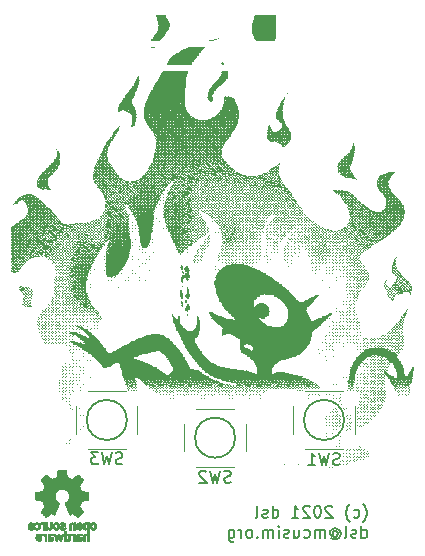
<source format=gbo>
%FSLAX46Y46*%
%MOMM*%
%ADD10C,0.2*%
%ADD11C,0.01*%
%ADD12C,0.12*%
%ADD13C,0.15*%
D10*
%LPD*%
G01X82213690Y-83346133D02*
X82261309Y-83298514D01*
X82356547Y-83155657D01*
X82404166Y-83060419D01*
X82451785Y-82917561D01*
X82499404Y-82679466D01*
Y-82488990D01*
X82451785Y-82250895D01*
X82404166Y-82108038D01*
X82356547Y-82012800D01*
X82261309Y-81869942D01*
X82213690Y-81822323D01*
X81404166Y-82917561D02*
X81499404Y-82965180D01*
X81689880D01*
X81785119Y-82917561D01*
X81832738Y-82869942D01*
X81880357Y-82774704D01*
Y-82488990D01*
X81832738Y-82393752D01*
X81785119Y-82346133D01*
X81689880Y-82298514D01*
X81499404D01*
X81404166Y-82346133D01*
X81070833Y-83346133D02*
X81023214Y-83298514D01*
X80927976Y-83155657D01*
X80880357Y-83060419D01*
X80832738Y-82917561D01*
X80785119Y-82679466D01*
Y-82488990D01*
X80832738Y-82250895D01*
X80880357Y-82108038D01*
X80927976Y-82012800D01*
X81023214Y-81869942D01*
X81070833Y-81822323D01*
X79594642Y-82060419D02*
X79547023Y-82012800D01*
X79451785Y-81965180D01*
X79213690D01*
X79118452Y-82012800D01*
X79070833Y-82060419D01*
X79023214Y-82155657D01*
Y-82250895D01*
X79070833Y-82393752D01*
X79642261Y-82965180D01*
X79023214D01*
X78404166Y-81965180D02*
X78308928D01*
X78213690Y-82012800D01*
X78166071Y-82060419D01*
X78118452Y-82155657D01*
X78070833Y-82346133D01*
Y-82584228D01*
X78118452Y-82774704D01*
X78166071Y-82869942D01*
X78213690Y-82917561D01*
X78308928Y-82965180D01*
X78404166D01*
X78499404Y-82917561D01*
X78547023Y-82869942D01*
X78594642Y-82774704D01*
X78642261Y-82584228D01*
Y-82346133D01*
X78594642Y-82155657D01*
X78547023Y-82060419D01*
X78499404Y-82012800D01*
X78404166Y-81965180D01*
X77689880Y-82060419D02*
X77642261Y-82012800D01*
X77547023Y-81965180D01*
X77308928D01*
X77213690Y-82012800D01*
X77166071Y-82060419D01*
X77118452Y-82155657D01*
Y-82250895D01*
X77166071Y-82393752D01*
X77737500Y-82965180D01*
X77118452D01*
X76166071D02*
X76737500D01*
X76451785D02*
Y-81965180D01*
X76547023Y-82108038D01*
X76642261Y-82203276D01*
X76737500Y-82250895D01*
X74547023Y-82965180D02*
Y-81965180D01*
Y-82917561D02*
X74642261Y-82965180D01*
X74832738D01*
X74927976Y-82917561D01*
X74975595Y-82869942D01*
X75023214Y-82774704D01*
Y-82488990D01*
X74975595Y-82393752D01*
X74927976Y-82346133D01*
X74832738Y-82298514D01*
X74642261D01*
X74547023Y-82346133D01*
X74118452Y-82917561D02*
X74023214Y-82965180D01*
X73832738D01*
X73737500Y-82917561D01*
X73689880Y-82822323D01*
Y-82774704D01*
X73737500Y-82679466D01*
X73832738Y-82631847D01*
X73975595D01*
X74070833Y-82584228D01*
X74118452Y-82488990D01*
Y-82441371D01*
X74070833Y-82346133D01*
X73975595Y-82298514D01*
X73832738D01*
X73737500Y-82346133D01*
X73118452Y-82965180D02*
X73213690Y-82917561D01*
X73261309Y-82822323D01*
Y-81965180D01*
X82070833Y-84665180D02*
Y-83665180D01*
Y-84617561D02*
X82166071Y-84665180D01*
X82356547D01*
X82451785Y-84617561D01*
X82499404Y-84569942D01*
X82547023Y-84474704D01*
Y-84188990D01*
X82499404Y-84093752D01*
X82451785Y-84046133D01*
X82356547Y-83998514D01*
X82166071D01*
X82070833Y-84046133D01*
X81642261Y-84617561D02*
X81547023Y-84665180D01*
X81356547D01*
X81261309Y-84617561D01*
X81213690Y-84522323D01*
Y-84474704D01*
X81261309Y-84379466D01*
X81356547Y-84331847D01*
X81499404D01*
X81594642Y-84284228D01*
X81642261Y-84188990D01*
Y-84141371D01*
X81594642Y-84046133D01*
X81499404Y-83998514D01*
X81356547D01*
X81261309Y-84046133D01*
X80642261Y-84665180D02*
X80737500Y-84617561D01*
X80785119Y-84522323D01*
Y-83665180D01*
X79642261Y-84188990D02*
X79689880Y-84141371D01*
X79785119Y-84093752D01*
X79880357D01*
X79975595Y-84141371D01*
X80023214Y-84188990D01*
X80070833Y-84284228D01*
Y-84379466D01*
X80023214Y-84474704D01*
X79975595Y-84522323D01*
X79880357Y-84569942D01*
X79785119D01*
X79689880Y-84522323D01*
X79642261Y-84474704D01*
Y-84093752D02*
Y-84474704D01*
X79594642Y-84522323D01*
X79547023D01*
X79451785Y-84474704D01*
X79404166Y-84379466D01*
Y-84141371D01*
X79499404Y-83998514D01*
X79642261Y-83903276D01*
X79832738Y-83855657D01*
X80023214Y-83903276D01*
X80166071Y-83998514D01*
X80261309Y-84141371D01*
X80308928Y-84331847D01*
X80261309Y-84522323D01*
X80166071Y-84665180D01*
X80023214Y-84760419D01*
X79832738Y-84808038D01*
X79642261Y-84760419D01*
X79499404Y-84665180D01*
X78975595D02*
Y-83998514D01*
Y-84093752D02*
X78927976Y-84046133D01*
X78832738Y-83998514D01*
X78689880D01*
X78594642Y-84046133D01*
X78547023Y-84141371D01*
Y-84665180D01*
Y-84141371D02*
X78499404Y-84046133D01*
X78404166Y-83998514D01*
X78261309D01*
X78166071Y-84046133D01*
X78118452Y-84141371D01*
Y-84665180D01*
X77213690Y-84617561D02*
X77308928Y-84665180D01*
X77499404D01*
X77594642Y-84617561D01*
X77642261Y-84569942D01*
X77689880Y-84474704D01*
Y-84188990D01*
X77642261Y-84093752D01*
X77594642Y-84046133D01*
X77499404Y-83998514D01*
X77308928D01*
X77213690Y-84046133D01*
X76356547Y-83998514D02*
Y-84665180D01*
X76785119Y-83998514D02*
Y-84522323D01*
X76737500Y-84617561D01*
X76642261Y-84665180D01*
X76499404D01*
X76404166Y-84617561D01*
X76356547Y-84569942D01*
X75927976Y-84617561D02*
X75832738Y-84665180D01*
X75642261D01*
X75547023Y-84617561D01*
X75499404Y-84522323D01*
Y-84474704D01*
X75547023Y-84379466D01*
X75642261Y-84331847D01*
X75785119D01*
X75880357Y-84284228D01*
X75927976Y-84188990D01*
Y-84141371D01*
X75880357Y-84046133D01*
X75785119Y-83998514D01*
X75642261D01*
X75547023Y-84046133D01*
X75070833Y-84665180D02*
Y-83998514D01*
Y-83665180D02*
X75118452Y-83712800D01*
X75070833Y-83760419D01*
X75023214Y-83712800D01*
X75070833Y-83665180D01*
Y-83760419D01*
X74594642Y-84665180D02*
Y-83998514D01*
Y-84093752D02*
X74547023Y-84046133D01*
X74451785Y-83998514D01*
X74308928D01*
X74213690Y-84046133D01*
X74166071Y-84141371D01*
Y-84665180D01*
Y-84141371D02*
X74118452Y-84046133D01*
X74023214Y-83998514D01*
X73880357D01*
X73785119Y-84046133D01*
X73737500Y-84141371D01*
Y-84665180D01*
X73261309Y-84569942D02*
X73213690Y-84617561D01*
X73261309Y-84665180D01*
X73308928Y-84617561D01*
X73261309Y-84569942D01*
Y-84665180D01*
X72642261D02*
X72737500Y-84617561D01*
X72785119Y-84569942D01*
X72832738Y-84474704D01*
Y-84188990D01*
X72785119Y-84093752D01*
X72737500Y-84046133D01*
X72642261Y-83998514D01*
X72499404D01*
X72404166Y-84046133D01*
X72356547Y-84093752D01*
X72308928Y-84188990D01*
Y-84474704D01*
X72356547Y-84569942D01*
X72404166Y-84617561D01*
X72499404Y-84665180D01*
X72642261D01*
X71880357D02*
Y-83998514D01*
Y-84188990D02*
X71832738Y-84093752D01*
X71785119Y-84046133D01*
X71689880Y-83998514D01*
X71594642D01*
X70832738D02*
Y-84808038D01*
X70880357Y-84903276D01*
X70927976Y-84950895D01*
X71023214Y-84998514D01*
X71166071D01*
X71261309Y-84950895D01*
X70832738Y-84617561D02*
X70927976Y-84665180D01*
X71118452D01*
X71213690Y-84617561D01*
X71261309Y-84569942D01*
X71308928Y-84474704D01*
Y-84188990D01*
X71261309Y-84093752D01*
X71213690Y-84046133D01*
X71118452Y-83998514D01*
X70927976D01*
X70832738Y-84046133D01*
G36*
D11*
X58614259Y-83384184D02*
X58587747Y-83397282D01*
X58555053Y-83420106D01*
X58531225Y-83444996D01*
X58514906Y-83476249D01*
X58504740Y-83518166D01*
X58499372Y-83575044D01*
X58497444Y-83651184D01*
X58497331Y-83683917D01*
X58497661Y-83755656D01*
X58499027Y-83806927D01*
X58502000Y-83842404D01*
X58507149Y-83866763D01*
X58515043Y-83884680D01*
X58523257Y-83896902D01*
X58575687Y-83948905D01*
X58637430Y-83980184D01*
X58704036Y-83989592D01*
X58771058Y-83975980D01*
X58792292Y-83966354D01*
X58843124Y-83939859D01*
Y-84355052D01*
X58806025Y-84335868D01*
X58757143Y-84321025D01*
X58697061Y-84317222D01*
X58637064Y-84324243D01*
X58591756Y-84340013D01*
X58554175Y-84370047D01*
X58522064Y-84413024D01*
X58519650Y-84417436D01*
X58509467Y-84438221D01*
X58502030Y-84459170D01*
X58496911Y-84484548D01*
X58493681Y-84518618D01*
X58491913Y-84565641D01*
X58491177Y-84629882D01*
X58491044Y-84702176D01*
Y-84932822D01*
X58629361D01*
Y-84507533D01*
X58668049Y-84474979D01*
X58708238Y-84448940D01*
X58746297Y-84444205D01*
X58784566Y-84456389D01*
X58804962Y-84468320D01*
X58820142Y-84485313D01*
X58830938Y-84510995D01*
X58838183Y-84548991D01*
X58842708Y-84602926D01*
X58845344Y-84676425D01*
X58846272Y-84725347D01*
X58849411Y-84926535D01*
X58915426Y-84930336D01*
X58981440Y-84934136D01*
Y-83685650D01*
X58843124D01*
X58839597Y-83755254D01*
X58827715Y-83803569D01*
X58805520Y-83833631D01*
X58771059Y-83848471D01*
X58736242Y-83851436D01*
X58696829Y-83848028D01*
X58670671Y-83834617D01*
X58654314Y-83816896D01*
X58641437Y-83797835D01*
X58633772Y-83776601D01*
X58630361Y-83746849D01*
X58630249Y-83702236D01*
X58631397Y-83664880D01*
X58634032Y-83608604D01*
X58637956Y-83571658D01*
X58644563Y-83548223D01*
X58655249Y-83532480D01*
X58665333Y-83523380D01*
X58707470Y-83503537D01*
X58757340Y-83500332D01*
X58785976Y-83507168D01*
X58814328Y-83531464D01*
X58833109Y-83578728D01*
X58842212Y-83648624D01*
X58843124Y-83685650D01*
X58981440D01*
Y-83373614D01*
X58912282D01*
X58870760Y-83375256D01*
X58849338Y-83381087D01*
X58843126Y-83392461D01*
X58843124Y-83392798D01*
X58840242Y-83403938D01*
X58827530Y-83402673D01*
X58802257Y-83390433D01*
X58743369Y-83371707D01*
X58677115Y-83369739D01*
X58614259Y-83384184D01*
G37*
X58587747Y-83397282D01*
X58555053Y-83420106D01*
X58531225Y-83444996D01*
X58514906Y-83476249D01*
X58504740Y-83518166D01*
X58499372Y-83575044D01*
X58497444Y-83651184D01*
X58497331Y-83683917D01*
X58497661Y-83755656D01*
X58499027Y-83806927D01*
X58502000Y-83842404D01*
X58507149Y-83866763D01*
X58515043Y-83884680D01*
X58523257Y-83896902D01*
X58575687Y-83948905D01*
X58637430Y-83980184D01*
X58704036Y-83989592D01*
X58771058Y-83975980D01*
X58792292Y-83966354D01*
X58843124Y-83939859D01*
Y-84355052D01*
X58806025Y-84335868D01*
X58757143Y-84321025D01*
X58697061Y-84317222D01*
X58637064Y-84324243D01*
X58591756Y-84340013D01*
X58554175Y-84370047D01*
X58522064Y-84413024D01*
X58519650Y-84417436D01*
X58509467Y-84438221D01*
X58502030Y-84459170D01*
X58496911Y-84484548D01*
X58493681Y-84518618D01*
X58491913Y-84565641D01*
X58491177Y-84629882D01*
X58491044Y-84702176D01*
Y-84932822D01*
X58629361D01*
Y-84507533D01*
X58668049Y-84474979D01*
X58708238Y-84448940D01*
X58746297Y-84444205D01*
X58784566Y-84456389D01*
X58804962Y-84468320D01*
X58820142Y-84485313D01*
X58830938Y-84510995D01*
X58838183Y-84548991D01*
X58842708Y-84602926D01*
X58845344Y-84676425D01*
X58846272Y-84725347D01*
X58849411Y-84926535D01*
X58915426Y-84930336D01*
X58981440Y-84934136D01*
Y-83685650D01*
X58843124D01*
X58839597Y-83755254D01*
X58827715Y-83803569D01*
X58805520Y-83833631D01*
X58771059Y-83848471D01*
X58736242Y-83851436D01*
X58696829Y-83848028D01*
X58670671Y-83834617D01*
X58654314Y-83816896D01*
X58641437Y-83797835D01*
X58633772Y-83776601D01*
X58630361Y-83746849D01*
X58630249Y-83702236D01*
X58631397Y-83664880D01*
X58634032Y-83608604D01*
X58637956Y-83571658D01*
X58644563Y-83548223D01*
X58655249Y-83532480D01*
X58665333Y-83523380D01*
X58707470Y-83503537D01*
X58757340Y-83500332D01*
X58785976Y-83507168D01*
X58814328Y-83531464D01*
X58833109Y-83578728D01*
X58842212Y-83648624D01*
X58843124Y-83685650D01*
X58981440D01*
Y-83373614D01*
X58912282D01*
X58870760Y-83375256D01*
X58849338Y-83381087D01*
X58843126Y-83392461D01*
X58843124Y-83392798D01*
X58840242Y-83403938D01*
X58827530Y-83402673D01*
X58802257Y-83390433D01*
X58743369Y-83371707D01*
X58677115Y-83369739D01*
X58614259Y-83384184D01*
G36*
X58089710Y-84321555D02*
X58030555Y-84337339D01*
X57985523Y-84365948D01*
X57953746Y-84403419D01*
X57943866Y-84419411D01*
X57936573Y-84436163D01*
X57931474Y-84457592D01*
X57928179Y-84487616D01*
X57926297Y-84530154D01*
X57925437Y-84589122D01*
X57925207Y-84668440D01*
X57925203Y-84689484D01*
Y-84932822D01*
X57985559D01*
X58024057Y-84930126D01*
X58052523Y-84923295D01*
X58059655Y-84919083D01*
X58079152Y-84911813D01*
X58099066Y-84919083D01*
X58131853Y-84928160D01*
X58179478Y-84931813D01*
X58232264Y-84930228D01*
X58280536Y-84923589D01*
X58308718Y-84915072D01*
X58363253Y-84880063D01*
X58397335Y-84831479D01*
X58412657Y-84766882D01*
X58412799Y-84765223D01*
X58411455Y-84736566D01*
X58289856D01*
X58279226Y-84769161D01*
X58261910Y-84787505D01*
X58227152Y-84801379D01*
X58181273Y-84806917D01*
X58134488Y-84804191D01*
X58097014Y-84793274D01*
X58086515Y-84786269D01*
X58068168Y-84753904D01*
X58063520Y-84717111D01*
Y-84668763D01*
X58133082D01*
X58199167Y-84673850D01*
X58249264Y-84688263D01*
X58280429Y-84710729D01*
X58289856Y-84736566D01*
X58411455D01*
X58409487Y-84694647D01*
X58386210Y-84638845D01*
X58342448Y-84596647D01*
X58336399Y-84592808D01*
X58310407Y-84580309D01*
X58278235Y-84572740D01*
X58233260Y-84569061D01*
X58179831Y-84568216D01*
X58063520Y-84568169D01*
Y-84519411D01*
X58068453Y-84481581D01*
X58081043Y-84456236D01*
X58082517Y-84454887D01*
X58110534Y-84443800D01*
X58152826Y-84439503D01*
X58199564Y-84441615D01*
X58240918Y-84449756D01*
X58265457Y-84461965D01*
X58278753Y-84471746D01*
X58292794Y-84473613D01*
X58312171Y-84465600D01*
X58341476Y-84445739D01*
X58385303Y-84412063D01*
X58389325Y-84408909D01*
X58387264Y-84397236D01*
X58370068Y-84377822D01*
X58343933Y-84356248D01*
X58315052Y-84338096D01*
X58305978Y-84333809D01*
X58272880Y-84325256D01*
X58224380Y-84319155D01*
X58170195Y-84316708D01*
X58167661Y-84316703D01*
X58089710Y-84321555D01*
G37*
X58030555Y-84337339D01*
X57985523Y-84365948D01*
X57953746Y-84403419D01*
X57943866Y-84419411D01*
X57936573Y-84436163D01*
X57931474Y-84457592D01*
X57928179Y-84487616D01*
X57926297Y-84530154D01*
X57925437Y-84589122D01*
X57925207Y-84668440D01*
X57925203Y-84689484D01*
Y-84932822D01*
X57985559D01*
X58024057Y-84930126D01*
X58052523Y-84923295D01*
X58059655Y-84919083D01*
X58079152Y-84911813D01*
X58099066Y-84919083D01*
X58131853Y-84928160D01*
X58179478Y-84931813D01*
X58232264Y-84930228D01*
X58280536Y-84923589D01*
X58308718Y-84915072D01*
X58363253Y-84880063D01*
X58397335Y-84831479D01*
X58412657Y-84766882D01*
X58412799Y-84765223D01*
X58411455Y-84736566D01*
X58289856D01*
X58279226Y-84769161D01*
X58261910Y-84787505D01*
X58227152Y-84801379D01*
X58181273Y-84806917D01*
X58134488Y-84804191D01*
X58097014Y-84793274D01*
X58086515Y-84786269D01*
X58068168Y-84753904D01*
X58063520Y-84717111D01*
Y-84668763D01*
X58133082D01*
X58199167Y-84673850D01*
X58249264Y-84688263D01*
X58280429Y-84710729D01*
X58289856Y-84736566D01*
X58411455D01*
X58409487Y-84694647D01*
X58386210Y-84638845D01*
X58342448Y-84596647D01*
X58336399Y-84592808D01*
X58310407Y-84580309D01*
X58278235Y-84572740D01*
X58233260Y-84569061D01*
X58179831Y-84568216D01*
X58063520Y-84568169D01*
Y-84519411D01*
X58068453Y-84481581D01*
X58081043Y-84456236D01*
X58082517Y-84454887D01*
X58110534Y-84443800D01*
X58152826Y-84439503D01*
X58199564Y-84441615D01*
X58240918Y-84449756D01*
X58265457Y-84461965D01*
X58278753Y-84471746D01*
X58292794Y-84473613D01*
X58312171Y-84465600D01*
X58341476Y-84445739D01*
X58385303Y-84412063D01*
X58389325Y-84408909D01*
X58387264Y-84397236D01*
X58370068Y-84377822D01*
X58343933Y-84356248D01*
X58315052Y-84338096D01*
X58305978Y-84333809D01*
X58272880Y-84325256D01*
X58224380Y-84319155D01*
X58170195Y-84316708D01*
X58167661Y-84316703D01*
X58089710Y-84321555D01*
G36*
X57698856Y-84318020D02*
X57680039Y-84323660D01*
X57673973Y-84336053D01*
X57673718Y-84341647D01*
X57672629Y-84357230D01*
X57665132Y-84359676D01*
X57644881Y-84348993D01*
X57632851Y-84341694D01*
X57594900Y-84326063D01*
X57549572Y-84318334D01*
X57502044Y-84317740D01*
X57457495Y-84323513D01*
X57421102Y-84334884D01*
X57398043Y-84351088D01*
X57393496Y-84371355D01*
X57395791Y-84376843D01*
X57412520Y-84399626D01*
X57438463Y-84427647D01*
X57443155Y-84432177D01*
X57467883Y-84453005D01*
X57489218Y-84459735D01*
X57519055Y-84455038D01*
X57531008Y-84451917D01*
X57568205Y-84444421D01*
X57594359Y-84447792D01*
X57616446Y-84459681D01*
X57636678Y-84475635D01*
X57651579Y-84495700D01*
X57661934Y-84523702D01*
X57668529Y-84563467D01*
X57672149Y-84618823D01*
X57673578Y-84693594D01*
X57673718Y-84738740D01*
Y-84932822D01*
X57799460D01*
Y-84316683D01*
X57736589D01*
X57698856Y-84318020D01*
G37*
X57680039Y-84323660D01*
X57673973Y-84336053D01*
X57673718Y-84341647D01*
X57672629Y-84357230D01*
X57665132Y-84359676D01*
X57644881Y-84348993D01*
X57632851Y-84341694D01*
X57594900Y-84326063D01*
X57549572Y-84318334D01*
X57502044Y-84317740D01*
X57457495Y-84323513D01*
X57421102Y-84334884D01*
X57398043Y-84351088D01*
X57393496Y-84371355D01*
X57395791Y-84376843D01*
X57412520Y-84399626D01*
X57438463Y-84427647D01*
X57443155Y-84432177D01*
X57467883Y-84453005D01*
X57489218Y-84459735D01*
X57519055Y-84455038D01*
X57531008Y-84451917D01*
X57568205Y-84444421D01*
X57594359Y-84447792D01*
X57616446Y-84459681D01*
X57636678Y-84475635D01*
X57651579Y-84495700D01*
X57661934Y-84523702D01*
X57668529Y-84563467D01*
X57672149Y-84618823D01*
X57673578Y-84693594D01*
X57673718Y-84738740D01*
Y-84932822D01*
X57799460D01*
Y-84316683D01*
X57736589D01*
X57698856Y-84318020D01*
G36*
X56906688Y-84932822D02*
X56975846D01*
X57015988Y-84931645D01*
X57036894Y-84926772D01*
X57044422Y-84916186D01*
X57045005Y-84909029D01*
X57046274Y-84894676D01*
X57054279Y-84891923D01*
X57075315Y-84900771D01*
X57091673Y-84909029D01*
X57154477Y-84928597D01*
X57222748Y-84929729D01*
X57278252Y-84915135D01*
X57329938Y-84879877D01*
X57369338Y-84827835D01*
X57390913Y-84766450D01*
X57391462Y-84763018D01*
X57394667Y-84725571D01*
X57396261Y-84671813D01*
X57396133Y-84631155D01*
X57258779D01*
X57255597Y-84685194D01*
X57248359Y-84729735D01*
X57238560Y-84754888D01*
X57201489Y-84789260D01*
X57157474Y-84801582D01*
X57112084Y-84791618D01*
X57073297Y-84761895D01*
X57058608Y-84741905D01*
X57050019Y-84718050D01*
X57045996Y-84683230D01*
X57045005Y-84630930D01*
X57046778Y-84579139D01*
X57051463Y-84533634D01*
X57058103Y-84503181D01*
X57059210Y-84500452D01*
X57085991Y-84468000D01*
X57125079Y-84450183D01*
X57168815Y-84447306D01*
X57209538Y-84459674D01*
X57239587Y-84487593D01*
X57242704Y-84493148D01*
X57252461Y-84527022D01*
X57257777Y-84575728D01*
X57258779Y-84631155D01*
X57396133D01*
X57396068Y-84610540D01*
X57395164Y-84577563D01*
X57389014Y-84495981D01*
X57376233Y-84434730D01*
X57354971Y-84389449D01*
X57323378Y-84355779D01*
X57292707Y-84336014D01*
X57249854Y-84322120D01*
X57196556Y-84317354D01*
X57141980Y-84321236D01*
X57095292Y-84333282D01*
X57070624Y-84347693D01*
X57045005Y-84370878D01*
Y-84077773D01*
X56906688D01*
Y-84932822D01*
G37*
X56975846D01*
X57015988Y-84931645D01*
X57036894Y-84926772D01*
X57044422Y-84916186D01*
X57045005Y-84909029D01*
X57046274Y-84894676D01*
X57054279Y-84891923D01*
X57075315Y-84900771D01*
X57091673Y-84909029D01*
X57154477Y-84928597D01*
X57222748Y-84929729D01*
X57278252Y-84915135D01*
X57329938Y-84879877D01*
X57369338Y-84827835D01*
X57390913Y-84766450D01*
X57391462Y-84763018D01*
X57394667Y-84725571D01*
X57396261Y-84671813D01*
X57396133Y-84631155D01*
X57258779D01*
X57255597Y-84685194D01*
X57248359Y-84729735D01*
X57238560Y-84754888D01*
X57201489Y-84789260D01*
X57157474Y-84801582D01*
X57112084Y-84791618D01*
X57073297Y-84761895D01*
X57058608Y-84741905D01*
X57050019Y-84718050D01*
X57045996Y-84683230D01*
X57045005Y-84630930D01*
X57046778Y-84579139D01*
X57051463Y-84533634D01*
X57058103Y-84503181D01*
X57059210Y-84500452D01*
X57085991Y-84468000D01*
X57125079Y-84450183D01*
X57168815Y-84447306D01*
X57209538Y-84459674D01*
X57239587Y-84487593D01*
X57242704Y-84493148D01*
X57252461Y-84527022D01*
X57257777Y-84575728D01*
X57258779Y-84631155D01*
X57396133D01*
X57396068Y-84610540D01*
X57395164Y-84577563D01*
X57389014Y-84495981D01*
X57376233Y-84434730D01*
X57354971Y-84389449D01*
X57323378Y-84355779D01*
X57292707Y-84336014D01*
X57249854Y-84322120D01*
X57196556Y-84317354D01*
X57141980Y-84321236D01*
X57095292Y-84333282D01*
X57070624Y-84347693D01*
X57045005Y-84370878D01*
Y-84077773D01*
X56906688D01*
Y-84932822D01*
G36*
X56423976Y-84319237D02*
X56374245Y-84322971D01*
X56244209Y-84712773D01*
X56223822Y-84643614D01*
X56211554Y-84600874D01*
X56195415Y-84543115D01*
X56177988Y-84479625D01*
X56168774Y-84445570D01*
X56134112Y-84316683D01*
X55991109D01*
X56033854Y-84451857D01*
X56054904Y-84518342D01*
X56080333Y-84598539D01*
X56106890Y-84682193D01*
X56130598Y-84756782D01*
X56184598Y-84926535D01*
X56242902Y-84930328D01*
X56301205Y-84934122D01*
X56332821Y-84829734D01*
X56352318Y-84764889D01*
X56373596Y-84693400D01*
X56392192Y-84630263D01*
X56392926Y-84627750D01*
X56406816Y-84584969D01*
X56419071Y-84555779D01*
X56427654Y-84544741D01*
X56429418Y-84546018D01*
X56435609Y-84563130D01*
X56447372Y-84599787D01*
X56463275Y-84651378D01*
X56481886Y-84713294D01*
X56491957Y-84747352D01*
X56546493Y-84932822D01*
X56662236D01*
X56754763Y-84640471D01*
X56780756Y-84558462D01*
X56804434Y-84483987D01*
X56824680Y-84420544D01*
X56840374Y-84371632D01*
X56850398Y-84340749D01*
X56853445Y-84331726D01*
X56851033Y-84322487D01*
X56832092Y-84318441D01*
X56792677Y-84318846D01*
X56786507Y-84319152D01*
X56713414Y-84322971D01*
X56665543Y-84499010D01*
X56647947Y-84563211D01*
X56632223Y-84619649D01*
X56619754Y-84663422D01*
X56611926Y-84689630D01*
X56610480Y-84693903D01*
X56604486Y-84688990D01*
X56592399Y-84663532D01*
X56575607Y-84620997D01*
X56555497Y-84564850D01*
X56538497Y-84514130D01*
X56473706Y-84315504D01*
X56423976Y-84319237D01*
G37*
X56374245Y-84322971D01*
X56244209Y-84712773D01*
X56223822Y-84643614D01*
X56211554Y-84600874D01*
X56195415Y-84543115D01*
X56177988Y-84479625D01*
X56168774Y-84445570D01*
X56134112Y-84316683D01*
X55991109D01*
X56033854Y-84451857D01*
X56054904Y-84518342D01*
X56080333Y-84598539D01*
X56106890Y-84682193D01*
X56130598Y-84756782D01*
X56184598Y-84926535D01*
X56242902Y-84930328D01*
X56301205Y-84934122D01*
X56332821Y-84829734D01*
X56352318Y-84764889D01*
X56373596Y-84693400D01*
X56392192Y-84630263D01*
X56392926Y-84627750D01*
X56406816Y-84584969D01*
X56419071Y-84555779D01*
X56427654Y-84544741D01*
X56429418Y-84546018D01*
X56435609Y-84563130D01*
X56447372Y-84599787D01*
X56463275Y-84651378D01*
X56481886Y-84713294D01*
X56491957Y-84747352D01*
X56546493Y-84932822D01*
X56662236D01*
X56754763Y-84640471D01*
X56780756Y-84558462D01*
X56804434Y-84483987D01*
X56824680Y-84420544D01*
X56840374Y-84371632D01*
X56850398Y-84340749D01*
X56853445Y-84331726D01*
X56851033Y-84322487D01*
X56832092Y-84318441D01*
X56792677Y-84318846D01*
X56786507Y-84319152D01*
X56713414Y-84322971D01*
X56665543Y-84499010D01*
X56647947Y-84563211D01*
X56632223Y-84619649D01*
X56619754Y-84663422D01*
X56611926Y-84689630D01*
X56610480Y-84693903D01*
X56604486Y-84688990D01*
X56592399Y-84663532D01*
X56575607Y-84620997D01*
X56555497Y-84564850D01*
X56538497Y-84514130D01*
X56473706Y-84315504D01*
X56423976Y-84319237D01*
G36*
X55667089Y-84320417D02*
X55614089Y-84333290D01*
X55598769Y-84340110D01*
X55569072Y-84357974D01*
X55546280Y-84378093D01*
X55529417Y-84403962D01*
X55517502Y-84439073D01*
X55509558Y-84486920D01*
X55504606Y-84550996D01*
X55501669Y-84634794D01*
X55500553Y-84690768D01*
X55496448Y-84932822D01*
X55566568D01*
X55609107Y-84931038D01*
X55631024Y-84924942D01*
X55636688Y-84914706D01*
X55639679Y-84903637D01*
X55653049Y-84905754D01*
X55671267Y-84914629D01*
X55716876Y-84928233D01*
X55775493Y-84931899D01*
X55837146Y-84925903D01*
X55891862Y-84910521D01*
X55896770Y-84908386D01*
X55946777Y-84873255D01*
X55979744Y-84824419D01*
X55994913Y-84767333D01*
X55993754Y-84746824D01*
X55869992D01*
X55859087Y-84774425D01*
X55826755Y-84794204D01*
X55774590Y-84804819D01*
X55746713Y-84806228D01*
X55700253Y-84802620D01*
X55669371Y-84788597D01*
X55661836Y-84781931D01*
X55641424Y-84745666D01*
X55636688Y-84712773D01*
Y-84668763D01*
X55697987D01*
X55769244Y-84672395D01*
X55819224Y-84683818D01*
X55850804Y-84703824D01*
X55857874Y-84712743D01*
X55869992Y-84746824D01*
X55993754D01*
X55991529Y-84707456D01*
X55968837Y-84650244D01*
X55937876Y-84611580D01*
X55919124Y-84594864D01*
X55900767Y-84583878D01*
X55876881Y-84577180D01*
X55841543Y-84573326D01*
X55788831Y-84570873D01*
X55767923Y-84570168D01*
X55636688Y-84565879D01*
X55636880Y-84526158D01*
X55641963Y-84484405D01*
X55660338Y-84459158D01*
X55697461Y-84443030D01*
X55698457Y-84442742D01*
X55751090Y-84436400D01*
X55802594Y-84444684D01*
X55840870Y-84464827D01*
X55856228Y-84474773D01*
X55872770Y-84473397D01*
X55898225Y-84458987D01*
X55913172Y-84448817D01*
X55942409Y-84427088D01*
X55960520Y-84410800D01*
X55963426Y-84406137D01*
X55951460Y-84382005D01*
X55916104Y-84353185D01*
X55900747Y-84343461D01*
X55856599Y-84326714D01*
X55797102Y-84317227D01*
X55731013Y-84315095D01*
X55667089Y-84320417D01*
G37*
X55614089Y-84333290D01*
X55598769Y-84340110D01*
X55569072Y-84357974D01*
X55546280Y-84378093D01*
X55529417Y-84403962D01*
X55517502Y-84439073D01*
X55509558Y-84486920D01*
X55504606Y-84550996D01*
X55501669Y-84634794D01*
X55500553Y-84690768D01*
X55496448Y-84932822D01*
X55566568D01*
X55609107Y-84931038D01*
X55631024Y-84924942D01*
X55636688Y-84914706D01*
X55639679Y-84903637D01*
X55653049Y-84905754D01*
X55671267Y-84914629D01*
X55716876Y-84928233D01*
X55775493Y-84931899D01*
X55837146Y-84925903D01*
X55891862Y-84910521D01*
X55896770Y-84908386D01*
X55946777Y-84873255D01*
X55979744Y-84824419D01*
X55994913Y-84767333D01*
X55993754Y-84746824D01*
X55869992D01*
X55859087Y-84774425D01*
X55826755Y-84794204D01*
X55774590Y-84804819D01*
X55746713Y-84806228D01*
X55700253Y-84802620D01*
X55669371Y-84788597D01*
X55661836Y-84781931D01*
X55641424Y-84745666D01*
X55636688Y-84712773D01*
Y-84668763D01*
X55697987D01*
X55769244Y-84672395D01*
X55819224Y-84683818D01*
X55850804Y-84703824D01*
X55857874Y-84712743D01*
X55869992Y-84746824D01*
X55993754D01*
X55991529Y-84707456D01*
X55968837Y-84650244D01*
X55937876Y-84611580D01*
X55919124Y-84594864D01*
X55900767Y-84583878D01*
X55876881Y-84577180D01*
X55841543Y-84573326D01*
X55788831Y-84570873D01*
X55767923Y-84570168D01*
X55636688Y-84565879D01*
X55636880Y-84526158D01*
X55641963Y-84484405D01*
X55660338Y-84459158D01*
X55697461Y-84443030D01*
X55698457Y-84442742D01*
X55751090Y-84436400D01*
X55802594Y-84444684D01*
X55840870Y-84464827D01*
X55856228Y-84474773D01*
X55872770Y-84473397D01*
X55898225Y-84458987D01*
X55913172Y-84448817D01*
X55942409Y-84427088D01*
X55960520Y-84410800D01*
X55963426Y-84406137D01*
X55951460Y-84382005D01*
X55916104Y-84353185D01*
X55900747Y-84343461D01*
X55856599Y-84326714D01*
X55797102Y-84317227D01*
X55731013Y-84315095D01*
X55667089Y-84320417D01*
G36*
X55070245Y-84316486D02*
X55021905Y-84326015D01*
X54994386Y-84340125D01*
X54965436Y-84363568D01*
X55006624Y-84415571D01*
X55032018Y-84447064D01*
X55049262Y-84462428D01*
X55066398Y-84464776D01*
X55091473Y-84457217D01*
X55103243Y-84452941D01*
X55151230Y-84446631D01*
X55195176Y-84460156D01*
X55227440Y-84490710D01*
X55232681Y-84500452D01*
X55238388Y-84526258D01*
X55242794Y-84573817D01*
X55245689Y-84639758D01*
X55246869Y-84720710D01*
X55246886Y-84732226D01*
Y-84932822D01*
X55385203D01*
Y-84316683D01*
X55316044D01*
X55276167Y-84317725D01*
X55255393Y-84322358D01*
X55247711Y-84332849D01*
X55246886Y-84342745D01*
Y-84368806D01*
X55213755Y-84342745D01*
X55175765Y-84324965D01*
X55124730Y-84316174D01*
X55070245Y-84316486D01*
G37*
X55021905Y-84326015D01*
X54994386Y-84340125D01*
X54965436Y-84363568D01*
X55006624Y-84415571D01*
X55032018Y-84447064D01*
X55049262Y-84462428D01*
X55066398Y-84464776D01*
X55091473Y-84457217D01*
X55103243Y-84452941D01*
X55151230Y-84446631D01*
X55195176Y-84460156D01*
X55227440Y-84490710D01*
X55232681Y-84500452D01*
X55238388Y-84526258D01*
X55242794Y-84573817D01*
X55245689Y-84639758D01*
X55246869Y-84720710D01*
X55246886Y-84732226D01*
Y-84932822D01*
X55385203D01*
Y-84316683D01*
X55316044D01*
X55276167Y-84317725D01*
X55255393Y-84322358D01*
X55247711Y-84332849D01*
X55246886Y-84342745D01*
Y-84368806D01*
X55213755Y-84342745D01*
X55175765Y-84324965D01*
X55124730Y-84316174D01*
X55070245Y-84316486D01*
G36*
X54672919Y-84319970D02*
X54612815Y-84335597D01*
X54562479Y-84367848D01*
X54538107Y-84391940D01*
X54498155Y-84448895D01*
X54475258Y-84514965D01*
X54467392Y-84596182D01*
X54467352Y-84602748D01*
X54467282Y-84668763D01*
X54847236D01*
X54839137Y-84703342D01*
X54824513Y-84734659D01*
X54798919Y-84767291D01*
X54793565Y-84772500D01*
X54747557Y-84800694D01*
X54695090Y-84805475D01*
X54634697Y-84786926D01*
X54624460Y-84781931D01*
X54593061Y-84766745D01*
X54572030Y-84758094D01*
X54568361Y-84757293D01*
X54555552Y-84765063D01*
X54531122Y-84784072D01*
X54518721Y-84794460D01*
X54493024Y-84818321D01*
X54484585Y-84834077D01*
X54490442Y-84848571D01*
X54493572Y-84852534D01*
X54514775Y-84869879D01*
X54549762Y-84890959D01*
X54574163Y-84903265D01*
X54643428Y-84924946D01*
X54720112Y-84931971D01*
X54792735Y-84923647D01*
X54813074Y-84917686D01*
X54876024Y-84883952D01*
X54922685Y-84832045D01*
X54953327Y-84761459D01*
X54968218Y-84671692D01*
X54969853Y-84624753D01*
X54965079Y-84556413D01*
X54844510D01*
X54832848Y-84561465D01*
X54801502Y-84565429D01*
X54755929Y-84567768D01*
X54725054Y-84568169D01*
X54669519Y-84567783D01*
X54634467Y-84565975D01*
X54615238Y-84561773D01*
X54607170Y-84554203D01*
X54605599Y-84543218D01*
X54616379Y-84509381D01*
X54643520Y-84475940D01*
X54679223Y-84450272D01*
X54714940Y-84439772D01*
X54763452Y-84449086D01*
X54805447Y-84476013D01*
X54834564Y-84514827D01*
X54844510Y-84556413D01*
X54965079D01*
X54962901Y-84525236D01*
X54941445Y-84445949D01*
X54905030Y-84386263D01*
X54853203Y-84345549D01*
X54785510Y-84323179D01*
X54748838Y-84318871D01*
X54672919Y-84319970D01*
G37*
X54612815Y-84335597D01*
X54562479Y-84367848D01*
X54538107Y-84391940D01*
X54498155Y-84448895D01*
X54475258Y-84514965D01*
X54467392Y-84596182D01*
X54467352Y-84602748D01*
X54467282Y-84668763D01*
X54847236D01*
X54839137Y-84703342D01*
X54824513Y-84734659D01*
X54798919Y-84767291D01*
X54793565Y-84772500D01*
X54747557Y-84800694D01*
X54695090Y-84805475D01*
X54634697Y-84786926D01*
X54624460Y-84781931D01*
X54593061Y-84766745D01*
X54572030Y-84758094D01*
X54568361Y-84757293D01*
X54555552Y-84765063D01*
X54531122Y-84784072D01*
X54518721Y-84794460D01*
X54493024Y-84818321D01*
X54484585Y-84834077D01*
X54490442Y-84848571D01*
X54493572Y-84852534D01*
X54514775Y-84869879D01*
X54549762Y-84890959D01*
X54574163Y-84903265D01*
X54643428Y-84924946D01*
X54720112Y-84931971D01*
X54792735Y-84923647D01*
X54813074Y-84917686D01*
X54876024Y-84883952D01*
X54922685Y-84832045D01*
X54953327Y-84761459D01*
X54968218Y-84671692D01*
X54969853Y-84624753D01*
X54965079Y-84556413D01*
X54844510D01*
X54832848Y-84561465D01*
X54801502Y-84565429D01*
X54755929Y-84567768D01*
X54725054Y-84568169D01*
X54669519Y-84567783D01*
X54634467Y-84565975D01*
X54615238Y-84561773D01*
X54607170Y-84554203D01*
X54605599Y-84543218D01*
X54616379Y-84509381D01*
X54643520Y-84475940D01*
X54679223Y-84450272D01*
X54714940Y-84439772D01*
X54763452Y-84449086D01*
X54805447Y-84476013D01*
X54834564Y-84514827D01*
X54844510Y-84556413D01*
X54965079D01*
X54962901Y-84525236D01*
X54941445Y-84445949D01*
X54905030Y-84386263D01*
X54853203Y-84345549D01*
X54785510Y-84323179D01*
X54748838Y-84318871D01*
X54672919Y-84319970D01*
G36*
X59243761Y-83380148D02*
X59177979Y-83409231D01*
X59128040Y-83457793D01*
X59093874Y-83525908D01*
X59075407Y-83613651D01*
X59074083Y-83627351D01*
X59073046Y-83723939D01*
X59086493Y-83808602D01*
X59113608Y-83877221D01*
X59128127Y-83899294D01*
X59178701Y-83946011D01*
X59243109Y-83976268D01*
X59315166Y-83988824D01*
X59388685Y-83982439D01*
X59444572Y-83962772D01*
X59492632Y-83929629D01*
X59531912Y-83886175D01*
X59532592Y-83885158D01*
X59548544Y-83858338D01*
X59558910Y-83831368D01*
X59565188Y-83797332D01*
X59568873Y-83749310D01*
X59570497Y-83709931D01*
X59571172Y-83674219D01*
X59445455D01*
X59444226Y-83709770D01*
X59439766Y-83757094D01*
X59431897Y-83787465D01*
X59417707Y-83809072D01*
X59404417Y-83821694D01*
X59357302Y-83848122D01*
X59308005Y-83851653D01*
X59262093Y-83832639D01*
X59239138Y-83811331D01*
X59222596Y-83789859D01*
X59212921Y-83769313D01*
X59208674Y-83742574D01*
X59208420Y-83702523D01*
X59209728Y-83665638D01*
X59212543Y-83612947D01*
X59217005Y-83578772D01*
X59225048Y-83556480D01*
X59238603Y-83539442D01*
X59249345Y-83529703D01*
X59294277Y-83504123D01*
X59342749Y-83502847D01*
X59383394Y-83517999D01*
X59418067Y-83549642D01*
X59438724Y-83601620D01*
X59445455Y-83674219D01*
X59571172D01*
X59571979Y-83631621D01*
X59569448Y-83573056D01*
X59561862Y-83529007D01*
X59548181Y-83494248D01*
X59527365Y-83463551D01*
X59519647Y-83454436D01*
X59471389Y-83409021D01*
X59419628Y-83382493D01*
X59356328Y-83371379D01*
X59325461Y-83370471D01*
X59243761Y-83380148D01*
G37*
X59177979Y-83409231D01*
X59128040Y-83457793D01*
X59093874Y-83525908D01*
X59075407Y-83613651D01*
X59074083Y-83627351D01*
X59073046Y-83723939D01*
X59086493Y-83808602D01*
X59113608Y-83877221D01*
X59128127Y-83899294D01*
X59178701Y-83946011D01*
X59243109Y-83976268D01*
X59315166Y-83988824D01*
X59388685Y-83982439D01*
X59444572Y-83962772D01*
X59492632Y-83929629D01*
X59531912Y-83886175D01*
X59532592Y-83885158D01*
X59548544Y-83858338D01*
X59558910Y-83831368D01*
X59565188Y-83797332D01*
X59568873Y-83749310D01*
X59570497Y-83709931D01*
X59571172Y-83674219D01*
X59445455D01*
X59444226Y-83709770D01*
X59439766Y-83757094D01*
X59431897Y-83787465D01*
X59417707Y-83809072D01*
X59404417Y-83821694D01*
X59357302Y-83848122D01*
X59308005Y-83851653D01*
X59262093Y-83832639D01*
X59239138Y-83811331D01*
X59222596Y-83789859D01*
X59212921Y-83769313D01*
X59208674Y-83742574D01*
X59208420Y-83702523D01*
X59209728Y-83665638D01*
X59212543Y-83612947D01*
X59217005Y-83578772D01*
X59225048Y-83556480D01*
X59238603Y-83539442D01*
X59249345Y-83529703D01*
X59294277Y-83504123D01*
X59342749Y-83502847D01*
X59383394Y-83517999D01*
X59418067Y-83549642D01*
X59438724Y-83601620D01*
X59445455Y-83674219D01*
X59571172D01*
X59571979Y-83631621D01*
X59569448Y-83573056D01*
X59561862Y-83529007D01*
X59548181Y-83494248D01*
X59527365Y-83463551D01*
X59519647Y-83454436D01*
X59471389Y-83409021D01*
X59419628Y-83382493D01*
X59356328Y-83371379D01*
X59325461Y-83370471D01*
X59243761Y-83380148D01*
G36*
X58062199Y-83387614D02*
X58049668Y-83393514D01*
X58006299Y-83425283D01*
X57965290Y-83471646D01*
X57934668Y-83522696D01*
X57925959Y-83546166D01*
X57918012Y-83588091D01*
X57913274Y-83638757D01*
X57912699Y-83659679D01*
X57912629Y-83725693D01*
X58292583D01*
X58284483Y-83760273D01*
X58264604Y-83801170D01*
X58229847Y-83836514D01*
X58188498Y-83859282D01*
X58162149Y-83864010D01*
X58126416Y-83858273D01*
X58083782Y-83843882D01*
X58069299Y-83837262D01*
X58015740Y-83810513D01*
X57970033Y-83845376D01*
X57943658Y-83868955D01*
X57929624Y-83888417D01*
X57928914Y-83894129D01*
X57941451Y-83907973D01*
X57968928Y-83929012D01*
X57993866Y-83945425D01*
X58061164Y-83974930D01*
X58136610Y-83988284D01*
X58211388Y-83984812D01*
X58270995Y-83966663D01*
X58332441Y-83927784D01*
X58376108Y-83876595D01*
X58403426Y-83810367D01*
X58415822Y-83726371D01*
X58416921Y-83687936D01*
X58412522Y-83599861D01*
X58411982Y-83597299D01*
X58286082D01*
X58282615Y-83605558D01*
X58268363Y-83610113D01*
X58238970Y-83612065D01*
X58190075Y-83612517D01*
X58171248Y-83612525D01*
X58113967Y-83611843D01*
X58077641Y-83609364D01*
X58058104Y-83604443D01*
X58051190Y-83596434D01*
X58050945Y-83593862D01*
X58058836Y-83573423D01*
X58078585Y-83544789D01*
X58087075Y-83534763D01*
X58118594Y-83506408D01*
X58151449Y-83495259D01*
X58169151Y-83494327D01*
X58217039Y-83505981D01*
X58257199Y-83537285D01*
X58282673Y-83582752D01*
X58283125Y-83584233D01*
X58286082Y-83597299D01*
X58411982D01*
X58397892Y-83530510D01*
X58371538Y-83475025D01*
X58339307Y-83435639D01*
X58279717Y-83392931D01*
X58209668Y-83370109D01*
X58135161Y-83368046D01*
X58062199Y-83387614D01*
G37*
X58049668Y-83393514D01*
X58006299Y-83425283D01*
X57965290Y-83471646D01*
X57934668Y-83522696D01*
X57925959Y-83546166D01*
X57918012Y-83588091D01*
X57913274Y-83638757D01*
X57912699Y-83659679D01*
X57912629Y-83725693D01*
X58292583D01*
X58284483Y-83760273D01*
X58264604Y-83801170D01*
X58229847Y-83836514D01*
X58188498Y-83859282D01*
X58162149Y-83864010D01*
X58126416Y-83858273D01*
X58083782Y-83843882D01*
X58069299Y-83837262D01*
X58015740Y-83810513D01*
X57970033Y-83845376D01*
X57943658Y-83868955D01*
X57929624Y-83888417D01*
X57928914Y-83894129D01*
X57941451Y-83907973D01*
X57968928Y-83929012D01*
X57993866Y-83945425D01*
X58061164Y-83974930D01*
X58136610Y-83988284D01*
X58211388Y-83984812D01*
X58270995Y-83966663D01*
X58332441Y-83927784D01*
X58376108Y-83876595D01*
X58403426Y-83810367D01*
X58415822Y-83726371D01*
X58416921Y-83687936D01*
X58412522Y-83599861D01*
X58411982Y-83597299D01*
X58286082D01*
X58282615Y-83605558D01*
X58268363Y-83610113D01*
X58238970Y-83612065D01*
X58190075Y-83612517D01*
X58171248Y-83612525D01*
X58113967Y-83611843D01*
X58077641Y-83609364D01*
X58058104Y-83604443D01*
X58051190Y-83596434D01*
X58050945Y-83593862D01*
X58058836Y-83573423D01*
X58078585Y-83544789D01*
X58087075Y-83534763D01*
X58118594Y-83506408D01*
X58151449Y-83495259D01*
X58169151Y-83494327D01*
X58217039Y-83505981D01*
X58257199Y-83537285D01*
X58282673Y-83582752D01*
X58283125Y-83584233D01*
X58286082Y-83597299D01*
X58411982D01*
X58397892Y-83530510D01*
X58371538Y-83475025D01*
X58339307Y-83435639D01*
X58279717Y-83392931D01*
X58209668Y-83370109D01*
X58135161Y-83368046D01*
X58062199Y-83387614D01*
G36*
X56691483Y-83371452D02*
X56643866Y-83380482D01*
X56594466Y-83399370D01*
X56589188Y-83401777D01*
X56551726Y-83421476D01*
X56525783Y-83439781D01*
X56517397Y-83451508D01*
X56525383Y-83470632D01*
X56544780Y-83498850D01*
X56553390Y-83509384D01*
X56588872Y-83550847D01*
X56634615Y-83523858D01*
X56678150Y-83505878D01*
X56728450Y-83496267D01*
X56776688Y-83495660D01*
X56814033Y-83504691D01*
X56822995Y-83510327D01*
X56840063Y-83536171D01*
X56842137Y-83565941D01*
X56829366Y-83589197D01*
X56821812Y-83593708D01*
X56799175Y-83599309D01*
X56759385Y-83605892D01*
X56710334Y-83612183D01*
X56701285Y-83613170D01*
X56622504Y-83626798D01*
X56565364Y-83649946D01*
X56527470Y-83684752D01*
X56506421Y-83733354D01*
X56499865Y-83792718D01*
X56508923Y-83860198D01*
X56538336Y-83913188D01*
X56588222Y-83951783D01*
X56658700Y-83976081D01*
X56736935Y-83985667D01*
X56800734Y-83985552D01*
X56852484Y-83976845D01*
X56887827Y-83964825D01*
X56932483Y-83943880D01*
X56973753Y-83919574D01*
X56988421Y-83908876D01*
X57026143Y-83878084D01*
X56980648Y-83832049D01*
X56935153Y-83786013D01*
X56883428Y-83820243D01*
X56831548Y-83845952D01*
X56776149Y-83859399D01*
X56722895Y-83860818D01*
X56677451Y-83850443D01*
X56645484Y-83828507D01*
X56635162Y-83809998D01*
X56636711Y-83780314D01*
X56662360Y-83757615D01*
X56712040Y-83741940D01*
X56766469Y-83734695D01*
X56850236Y-83720873D01*
X56912467Y-83694796D01*
X56953993Y-83655699D01*
X56975647Y-83602820D01*
X56978647Y-83540126D01*
X56963829Y-83474642D01*
X56930046Y-83425144D01*
X56876995Y-83391408D01*
X56804374Y-83373207D01*
X56750572Y-83369639D01*
X56691483Y-83371452D01*
G37*
X56643866Y-83380482D01*
X56594466Y-83399370D01*
X56589188Y-83401777D01*
X56551726Y-83421476D01*
X56525783Y-83439781D01*
X56517397Y-83451508D01*
X56525383Y-83470632D01*
X56544780Y-83498850D01*
X56553390Y-83509384D01*
X56588872Y-83550847D01*
X56634615Y-83523858D01*
X56678150Y-83505878D01*
X56728450Y-83496267D01*
X56776688Y-83495660D01*
X56814033Y-83504691D01*
X56822995Y-83510327D01*
X56840063Y-83536171D01*
X56842137Y-83565941D01*
X56829366Y-83589197D01*
X56821812Y-83593708D01*
X56799175Y-83599309D01*
X56759385Y-83605892D01*
X56710334Y-83612183D01*
X56701285Y-83613170D01*
X56622504Y-83626798D01*
X56565364Y-83649946D01*
X56527470Y-83684752D01*
X56506421Y-83733354D01*
X56499865Y-83792718D01*
X56508923Y-83860198D01*
X56538336Y-83913188D01*
X56588222Y-83951783D01*
X56658700Y-83976081D01*
X56736935Y-83985667D01*
X56800734Y-83985552D01*
X56852484Y-83976845D01*
X56887827Y-83964825D01*
X56932483Y-83943880D01*
X56973753Y-83919574D01*
X56988421Y-83908876D01*
X57026143Y-83878084D01*
X56980648Y-83832049D01*
X56935153Y-83786013D01*
X56883428Y-83820243D01*
X56831548Y-83845952D01*
X56776149Y-83859399D01*
X56722895Y-83860818D01*
X56677451Y-83850443D01*
X56645484Y-83828507D01*
X56635162Y-83809998D01*
X56636711Y-83780314D01*
X56662360Y-83757615D01*
X56712040Y-83741940D01*
X56766469Y-83734695D01*
X56850236Y-83720873D01*
X56912467Y-83694796D01*
X56953993Y-83655699D01*
X56975647Y-83602820D01*
X56978647Y-83540126D01*
X56963829Y-83474642D01*
X56930046Y-83425144D01*
X56876995Y-83391408D01*
X56804374Y-83373207D01*
X56750572Y-83369639D01*
X56691483Y-83371452D01*
G36*
X56094738Y-83381055D02*
X56031137Y-83415692D01*
X55981377Y-83470372D01*
X55957932Y-83514842D01*
X55947866Y-83554121D01*
X55941344Y-83610116D01*
X55938549Y-83674621D01*
X55939664Y-83739429D01*
X55944874Y-83796334D01*
X55950959Y-83826727D01*
X55971486Y-83868306D01*
X56007037Y-83912468D01*
X56049881Y-83951087D01*
X56092289Y-83976034D01*
X56093323Y-83976430D01*
X56145947Y-83987331D01*
X56208312Y-83987601D01*
X56267576Y-83977676D01*
X56290460Y-83969722D01*
X56349398Y-83936300D01*
X56391610Y-83892511D01*
X56419344Y-83834538D01*
X56434849Y-83758565D01*
X56438357Y-83718771D01*
X56437910Y-83668766D01*
X56303124D01*
X56298583Y-83741732D01*
X56285514Y-83797334D01*
X56264744Y-83832861D01*
X56249948Y-83843020D01*
X56212036Y-83850104D01*
X56166973Y-83848007D01*
X56128013Y-83837812D01*
X56117796Y-83832204D01*
X56090841Y-83799538D01*
X56073049Y-83749545D01*
X56065476Y-83688705D01*
X56069175Y-83623497D01*
X56077443Y-83584253D01*
X56101180Y-83538805D01*
X56138651Y-83510396D01*
X56183780Y-83500573D01*
X56230489Y-83510887D01*
X56266368Y-83536112D01*
X56285223Y-83556925D01*
X56296228Y-83577439D01*
X56301474Y-83605203D01*
X56303051Y-83647762D01*
X56303124Y-83668766D01*
X56437910D01*
X56437406Y-83612580D01*
X56420112Y-83525501D01*
X56386471Y-83457530D01*
X56336482Y-83408664D01*
X56270144Y-83378899D01*
X56255899Y-83375448D01*
X56170290Y-83367345D01*
X56094738Y-83381055D01*
G37*
X56031137Y-83415692D01*
X55981377Y-83470372D01*
X55957932Y-83514842D01*
X55947866Y-83554121D01*
X55941344Y-83610116D01*
X55938549Y-83674621D01*
X55939664Y-83739429D01*
X55944874Y-83796334D01*
X55950959Y-83826727D01*
X55971486Y-83868306D01*
X56007037Y-83912468D01*
X56049881Y-83951087D01*
X56092289Y-83976034D01*
X56093323Y-83976430D01*
X56145947Y-83987331D01*
X56208312Y-83987601D01*
X56267576Y-83977676D01*
X56290460Y-83969722D01*
X56349398Y-83936300D01*
X56391610Y-83892511D01*
X56419344Y-83834538D01*
X56434849Y-83758565D01*
X56438357Y-83718771D01*
X56437910Y-83668766D01*
X56303124D01*
X56298583Y-83741732D01*
X56285514Y-83797334D01*
X56264744Y-83832861D01*
X56249948Y-83843020D01*
X56212036Y-83850104D01*
X56166973Y-83848007D01*
X56128013Y-83837812D01*
X56117796Y-83832204D01*
X56090841Y-83799538D01*
X56073049Y-83749545D01*
X56065476Y-83688705D01*
X56069175Y-83623497D01*
X56077443Y-83584253D01*
X56101180Y-83538805D01*
X56138651Y-83510396D01*
X56183780Y-83500573D01*
X56230489Y-83510887D01*
X56266368Y-83536112D01*
X56285223Y-83556925D01*
X56296228Y-83577439D01*
X56301474Y-83605203D01*
X56303051Y-83647762D01*
X56303124Y-83668766D01*
X56437910D01*
X56437406Y-83612580D01*
X56420112Y-83525501D01*
X56386471Y-83457530D01*
X56336482Y-83408664D01*
X56270144Y-83378899D01*
X56255899Y-83375448D01*
X56170290Y-83367345D01*
X56094738Y-83381055D01*
G36*
X55712133Y-83569342D02*
X55710945Y-83661563D01*
X55706603Y-83731610D01*
X55697942Y-83782381D01*
X55683796Y-83816772D01*
X55663000Y-83837679D01*
X55634390Y-83848000D01*
X55598965Y-83850636D01*
X55561864Y-83847682D01*
X55533682Y-83836889D01*
X55513257Y-83815360D01*
X55499421Y-83780199D01*
X55491009Y-83728510D01*
X55486857Y-83657394D01*
X55485797Y-83569342D01*
Y-83373614D01*
X55347480D01*
Y-83977179D01*
X55416638D01*
X55458330Y-83975489D01*
X55479799Y-83969556D01*
X55485797Y-83958293D01*
X55489409Y-83948261D01*
X55503786Y-83950383D01*
X55532764Y-83964580D01*
X55599181Y-83986480D01*
X55669625Y-83984928D01*
X55737123Y-83961147D01*
X55769267Y-83942362D01*
X55793785Y-83922022D01*
X55811696Y-83896573D01*
X55824021Y-83862458D01*
X55831777Y-83816121D01*
X55835984Y-83754007D01*
X55837660Y-83672561D01*
X55837876Y-83609578D01*
Y-83373614D01*
X55712133D01*
Y-83569342D01*
G37*
X55710945Y-83661563D01*
X55706603Y-83731610D01*
X55697942Y-83782381D01*
X55683796Y-83816772D01*
X55663000Y-83837679D01*
X55634390Y-83848000D01*
X55598965Y-83850636D01*
X55561864Y-83847682D01*
X55533682Y-83836889D01*
X55513257Y-83815360D01*
X55499421Y-83780199D01*
X55491009Y-83728510D01*
X55486857Y-83657394D01*
X55485797Y-83569342D01*
Y-83373614D01*
X55347480D01*
Y-83977179D01*
X55416638D01*
X55458330Y-83975489D01*
X55479799Y-83969556D01*
X55485797Y-83958293D01*
X55489409Y-83948261D01*
X55503786Y-83950383D01*
X55532764Y-83964580D01*
X55599181Y-83986480D01*
X55669625Y-83984928D01*
X55737123Y-83961147D01*
X55769267Y-83942362D01*
X55793785Y-83922022D01*
X55811696Y-83896573D01*
X55824021Y-83862458D01*
X55831777Y-83816121D01*
X55835984Y-83754007D01*
X55837660Y-83672561D01*
X55837876Y-83609578D01*
Y-83373614D01*
X55712133D01*
Y-83569342D01*
G36*
X54488274Y-83378880D02*
X54415420Y-83409830D01*
X54392473Y-83424895D01*
X54363146Y-83448048D01*
X54344736Y-83466253D01*
X54341539Y-83472183D01*
X54350565Y-83485340D01*
X54373663Y-83507667D01*
X54392156Y-83523250D01*
X54442772Y-83563926D01*
X54482740Y-83530295D01*
X54513626Y-83508584D01*
X54543741Y-83501090D01*
X54578208Y-83502920D01*
X54632939Y-83516528D01*
X54670614Y-83544772D01*
X54693509Y-83590433D01*
X54703903Y-83656289D01*
X54703905Y-83656331D01*
X54703006Y-83729939D01*
X54689037Y-83783946D01*
X54661172Y-83820716D01*
X54642175Y-83833168D01*
X54591724Y-83848673D01*
X54537837Y-83848683D01*
X54490954Y-83833638D01*
X54479856Y-83826287D01*
X54452024Y-83807511D01*
X54430264Y-83804434D01*
X54406796Y-83818409D01*
X54380851Y-83843510D01*
X54339784Y-83885880D01*
X54385379Y-83923464D01*
X54455826Y-83965882D01*
X54535267Y-83986785D01*
X54618285Y-83985272D01*
X54672806Y-83971411D01*
X54736530Y-83937135D01*
X54787495Y-83883212D01*
X54810649Y-83845149D01*
X54829401Y-83790536D01*
X54838785Y-83721369D01*
X54838857Y-83646407D01*
X54829676Y-83574409D01*
X54811301Y-83514137D01*
X54808407Y-83507958D01*
X54765548Y-83447351D01*
X54707521Y-83403224D01*
X54638909Y-83376493D01*
X54564299Y-83368073D01*
X54488274Y-83378880D01*
G37*
X54415420Y-83409830D01*
X54392473Y-83424895D01*
X54363146Y-83448048D01*
X54344736Y-83466253D01*
X54341539Y-83472183D01*
X54350565Y-83485340D01*
X54373663Y-83507667D01*
X54392156Y-83523250D01*
X54442772Y-83563926D01*
X54482740Y-83530295D01*
X54513626Y-83508584D01*
X54543741Y-83501090D01*
X54578208Y-83502920D01*
X54632939Y-83516528D01*
X54670614Y-83544772D01*
X54693509Y-83590433D01*
X54703903Y-83656289D01*
X54703905Y-83656331D01*
X54703006Y-83729939D01*
X54689037Y-83783946D01*
X54661172Y-83820716D01*
X54642175Y-83833168D01*
X54591724Y-83848673D01*
X54537837Y-83848683D01*
X54490954Y-83833638D01*
X54479856Y-83826287D01*
X54452024Y-83807511D01*
X54430264Y-83804434D01*
X54406796Y-83818409D01*
X54380851Y-83843510D01*
X54339784Y-83885880D01*
X54385379Y-83923464D01*
X54455826Y-83965882D01*
X54535267Y-83986785D01*
X54618285Y-83985272D01*
X54672806Y-83971411D01*
X54736530Y-83937135D01*
X54787495Y-83883212D01*
X54810649Y-83845149D01*
X54829401Y-83790536D01*
X54838785Y-83721369D01*
X54838857Y-83646407D01*
X54829676Y-83574409D01*
X54811301Y-83514137D01*
X54808407Y-83507958D01*
X54765548Y-83447351D01*
X54707521Y-83403224D01*
X54638909Y-83376493D01*
X54564299Y-83368073D01*
X54488274Y-83378880D01*
G36*
X54027602Y-83371457D02*
X53995404Y-83379279D01*
X53933675Y-83407921D01*
X53880890Y-83451667D01*
X53844359Y-83504117D01*
X53839340Y-83515893D01*
X53832455Y-83546740D01*
X53827636Y-83592371D01*
X53825995Y-83638492D01*
Y-83725693D01*
X54008322D01*
X54083521Y-83725978D01*
X54136497Y-83727704D01*
X54170175Y-83732181D01*
X54187480Y-83740720D01*
X54191337Y-83754630D01*
X54184671Y-83775222D01*
X54172730Y-83799315D01*
X54139420Y-83839525D01*
X54093132Y-83859558D01*
X54036556Y-83858905D01*
X53972469Y-83837101D01*
X53917083Y-83810193D01*
X53871125Y-83846532D01*
X53825167Y-83882872D01*
X53868404Y-83922819D01*
X53926126Y-83960563D01*
X53997114Y-83983320D01*
X54073471Y-83989688D01*
X54147301Y-83978268D01*
X54159213Y-83974393D01*
X54224101Y-83940506D01*
X54272370Y-83889986D01*
X54305035Y-83821325D01*
X54323115Y-83733014D01*
X54323325Y-83731121D01*
X54324944Y-83634878D01*
X54318400Y-83600542D01*
X54190648D01*
X54178916Y-83605822D01*
X54147062Y-83609867D01*
X54100103Y-83612176D01*
X54070346Y-83612525D01*
X54014852Y-83612306D01*
X53980154Y-83610916D01*
X53961899Y-83607251D01*
X53955734Y-83600210D01*
X53957305Y-83588690D01*
X53958622Y-83584233D01*
X53981118Y-83542355D01*
X54016497Y-83508604D01*
X54047720Y-83493773D01*
X54089199Y-83494668D01*
X54131231Y-83513164D01*
X54166488Y-83543786D01*
X54187646Y-83581062D01*
X54190648Y-83600542D01*
X54318400D01*
X54308810Y-83550229D01*
X54276802Y-83479191D01*
X54230799Y-83423779D01*
X54172679Y-83386009D01*
X54104320Y-83367896D01*
X54027602Y-83371457D01*
G37*
X53995404Y-83379279D01*
X53933675Y-83407921D01*
X53880890Y-83451667D01*
X53844359Y-83504117D01*
X53839340Y-83515893D01*
X53832455Y-83546740D01*
X53827636Y-83592371D01*
X53825995Y-83638492D01*
Y-83725693D01*
X54008322D01*
X54083521Y-83725978D01*
X54136497Y-83727704D01*
X54170175Y-83732181D01*
X54187480Y-83740720D01*
X54191337Y-83754630D01*
X54184671Y-83775222D01*
X54172730Y-83799315D01*
X54139420Y-83839525D01*
X54093132Y-83859558D01*
X54036556Y-83858905D01*
X53972469Y-83837101D01*
X53917083Y-83810193D01*
X53871125Y-83846532D01*
X53825167Y-83882872D01*
X53868404Y-83922819D01*
X53926126Y-83960563D01*
X53997114Y-83983320D01*
X54073471Y-83989688D01*
X54147301Y-83978268D01*
X54159213Y-83974393D01*
X54224101Y-83940506D01*
X54272370Y-83889986D01*
X54305035Y-83821325D01*
X54323115Y-83733014D01*
X54323325Y-83731121D01*
X54324944Y-83634878D01*
X54318400Y-83600542D01*
X54190648D01*
X54178916Y-83605822D01*
X54147062Y-83609867D01*
X54100103Y-83612176D01*
X54070346Y-83612525D01*
X54014852Y-83612306D01*
X53980154Y-83610916D01*
X53961899Y-83607251D01*
X53955734Y-83600210D01*
X53957305Y-83588690D01*
X53958622Y-83584233D01*
X53981118Y-83542355D01*
X54016497Y-83508604D01*
X54047720Y-83493773D01*
X54089199Y-83494668D01*
X54131231Y-83513164D01*
X54166488Y-83543786D01*
X54187646Y-83581062D01*
X54190648Y-83600542D01*
X54318400D01*
X54308810Y-83550229D01*
X54276802Y-83479191D01*
X54230799Y-83423779D01*
X54172679Y-83386009D01*
X54104320Y-83367896D01*
X54027602Y-83371457D01*
G36*
X57459512Y-83384002D02*
X57428217Y-83398950D01*
X57397909Y-83420541D01*
X57374818Y-83445391D01*
X57358000Y-83477087D01*
X57346506Y-83519214D01*
X57339391Y-83575358D01*
X57335707Y-83649106D01*
X57334508Y-83744044D01*
X57334489Y-83753985D01*
X57334213Y-83977179D01*
X57472530D01*
Y-83771418D01*
X57472628Y-83695189D01*
X57473309Y-83639939D01*
X57475151Y-83601501D01*
X57478733Y-83575706D01*
X57484632Y-83558384D01*
X57493427Y-83545368D01*
X57505680Y-83532507D01*
X57548547Y-83504873D01*
X57595343Y-83499745D01*
X57639924Y-83517217D01*
X57655428Y-83530221D01*
X57666810Y-83542447D01*
X57674981Y-83555540D01*
X57680474Y-83573615D01*
X57683820Y-83600787D01*
X57685551Y-83641170D01*
X57686197Y-83698879D01*
X57686292Y-83769132D01*
Y-83977179D01*
X57824609D01*
Y-83373614D01*
X57755450D01*
X57713928Y-83375256D01*
X57692506Y-83381087D01*
X57686295Y-83392461D01*
X57686292Y-83392798D01*
X57683410Y-83403938D01*
X57670699Y-83402674D01*
X57645426Y-83390434D01*
X57588105Y-83372424D01*
X57522537Y-83370421D01*
X57459512Y-83384002D01*
G37*
X57428217Y-83398950D01*
X57397909Y-83420541D01*
X57374818Y-83445391D01*
X57358000Y-83477087D01*
X57346506Y-83519214D01*
X57339391Y-83575358D01*
X57335707Y-83649106D01*
X57334508Y-83744044D01*
X57334489Y-83753985D01*
X57334213Y-83977179D01*
X57472530D01*
Y-83771418D01*
X57472628Y-83695189D01*
X57473309Y-83639939D01*
X57475151Y-83601501D01*
X57478733Y-83575706D01*
X57484632Y-83558384D01*
X57493427Y-83545368D01*
X57505680Y-83532507D01*
X57548547Y-83504873D01*
X57595343Y-83499745D01*
X57639924Y-83517217D01*
X57655428Y-83530221D01*
X57666810Y-83542447D01*
X57674981Y-83555540D01*
X57680474Y-83573615D01*
X57683820Y-83600787D01*
X57685551Y-83641170D01*
X57686197Y-83698879D01*
X57686292Y-83769132D01*
Y-83977179D01*
X57824609D01*
Y-83373614D01*
X57755450D01*
X57713928Y-83375256D01*
X57692506Y-83381087D01*
X57686295Y-83392461D01*
X57686292Y-83392798D01*
X57683410Y-83403938D01*
X57670699Y-83402674D01*
X57645426Y-83390434D01*
X57588105Y-83372424D01*
X57522537Y-83370421D01*
X57459512Y-83384002D01*
G36*
X54906040Y-83373030D02*
X54862789Y-83386245D01*
X54834942Y-83402941D01*
X54825871Y-83416145D01*
X54828368Y-83431797D01*
X54844569Y-83456385D01*
X54858268Y-83473800D01*
X54886508Y-83505283D01*
X54907725Y-83518529D01*
X54925812Y-83517664D01*
X54979465Y-83504010D01*
X55018870Y-83504630D01*
X55050868Y-83520104D01*
X55061610Y-83529161D01*
X55095995Y-83561027D01*
Y-83977179D01*
X55234312D01*
Y-83373614D01*
X55165153D01*
X55123631Y-83375256D01*
X55102209Y-83381087D01*
X55095998Y-83392461D01*
X55095995Y-83392798D01*
X55093061Y-83404713D01*
X55079796Y-83403159D01*
X55061416Y-83394563D01*
X55023454Y-83378568D01*
X54992628Y-83368945D01*
X54952964Y-83366478D01*
X54906040Y-83373030D01*
G37*
X54862789Y-83386245D01*
X54834942Y-83402941D01*
X54825871Y-83416145D01*
X54828368Y-83431797D01*
X54844569Y-83456385D01*
X54858268Y-83473800D01*
X54886508Y-83505283D01*
X54907725Y-83518529D01*
X54925812Y-83517664D01*
X54979465Y-83504010D01*
X55018870Y-83504630D01*
X55050868Y-83520104D01*
X55061610Y-83529161D01*
X55095995Y-83561027D01*
Y-83977179D01*
X55234312D01*
Y-83373614D01*
X55165153D01*
X55123631Y-83375256D01*
X55102209Y-83381087D01*
X55095998Y-83392461D01*
X55095995Y-83392798D01*
X55093061Y-83404713D01*
X55079796Y-83403159D01*
X55061416Y-83394563D01*
X55023454Y-83378568D01*
X54992628Y-83368945D01*
X54952964Y-83366478D01*
X54906040Y-83373030D01*
G36*
X56328536Y-79205018D02*
X56271688Y-79506570D01*
X55852162Y-79679512D01*
X55600516Y-79508395D01*
X55530042Y-79460750D01*
X55466337Y-79418210D01*
X55412374Y-79382715D01*
X55371127Y-79356210D01*
X55345566Y-79340636D01*
X55338605Y-79337278D01*
X55326065Y-79345914D01*
X55299269Y-79369792D01*
X55261220Y-79405859D01*
X55214921Y-79451067D01*
X55163377Y-79502364D01*
X55109591Y-79556701D01*
X55056565Y-79611028D01*
X55007305Y-79662295D01*
X54964813Y-79707451D01*
X54932093Y-79743446D01*
X54912149Y-79767230D01*
X54907381Y-79775190D01*
X54914243Y-79789865D01*
X54933480Y-79822014D01*
X54963070Y-79868492D01*
X55000990Y-79926156D01*
X55045218Y-79991860D01*
X55070846Y-80029336D01*
X55117559Y-80097768D01*
X55159068Y-80159520D01*
X55193360Y-80211519D01*
X55218420Y-80250692D01*
X55232236Y-80273965D01*
X55234312Y-80278855D01*
X55229605Y-80292755D01*
X55216777Y-80325150D01*
X55197762Y-80371485D01*
X55174497Y-80427206D01*
X55148916Y-80487758D01*
X55122955Y-80548586D01*
X55098550Y-80605136D01*
X55077637Y-80652852D01*
X55062151Y-80687181D01*
X55054028Y-80703568D01*
X55053548Y-80704212D01*
X55040793Y-80707341D01*
X55006823Y-80714321D01*
X54955160Y-80724467D01*
X54889324Y-80737092D01*
X54812836Y-80751509D01*
X54768210Y-80759823D01*
X54686479Y-80775384D01*
X54612657Y-80790192D01*
X54550479Y-80803436D01*
X54503678Y-80814305D01*
X54475991Y-80821989D01*
X54470426Y-80824427D01*
X54464974Y-80840930D01*
X54460576Y-80878200D01*
X54457228Y-80931880D01*
X54454926Y-80997612D01*
X54453668Y-81071037D01*
X54453452Y-81147796D01*
X54454273Y-81223532D01*
X54456129Y-81293886D01*
X54459018Y-81354500D01*
X54462935Y-81401016D01*
X54467878Y-81429075D01*
X54470843Y-81434916D01*
X54488566Y-81441917D01*
X54526119Y-81451927D01*
X54578536Y-81463769D01*
X54640848Y-81476267D01*
X54662600Y-81480310D01*
X54767476Y-81499520D01*
X54850320Y-81514991D01*
X54913870Y-81527337D01*
X54960863Y-81537173D01*
X54994037Y-81545114D01*
X55016129Y-81551776D01*
X55029876Y-81557773D01*
X55038016Y-81563719D01*
X55039155Y-81564894D01*
X55050523Y-81583826D01*
X55067865Y-81620669D01*
X55089450Y-81670913D01*
X55113546Y-81730046D01*
X55138421Y-81793556D01*
X55162343Y-81856932D01*
X55183581Y-81915662D01*
X55200403Y-81965235D01*
X55211078Y-82001139D01*
X55213873Y-82018862D01*
X55213640Y-82019483D01*
X55204169Y-82033970D01*
X55182682Y-82065844D01*
X55151437Y-82111789D01*
X55112693Y-82168485D01*
X55068707Y-82232617D01*
X55056181Y-82250842D01*
X55011516Y-82316914D01*
X54972212Y-82377200D01*
X54940412Y-82428235D01*
X54918255Y-82466560D01*
X54907883Y-82488711D01*
X54907381Y-82491432D01*
X54916095Y-82505736D01*
X54940175Y-82534072D01*
X54976524Y-82573396D01*
X55022047Y-82620661D01*
X55073648Y-82672823D01*
X55128233Y-82726835D01*
X55182706Y-82779653D01*
X55233971Y-82828231D01*
X55278933Y-82869523D01*
X55314496Y-82900485D01*
X55337565Y-82918070D01*
X55343946Y-82920941D01*
X55358801Y-82914178D01*
X55389214Y-82895939D01*
X55430232Y-82869297D01*
X55461791Y-82847852D01*
X55518975Y-82808503D01*
X55586694Y-82762171D01*
X55654620Y-82715913D01*
X55691139Y-82691155D01*
X55814748Y-82607547D01*
X55918509Y-82663650D01*
X55965780Y-82688228D01*
X56005977Y-82707331D01*
X56033174Y-82718227D01*
X56040098Y-82719743D01*
X56048423Y-82708549D01*
X56064846Y-82676917D01*
X56088143Y-82627765D01*
X56117086Y-82564010D01*
X56150450Y-82488571D01*
X56187009Y-82404364D01*
X56225536Y-82314308D01*
X56264806Y-82221321D01*
X56303592Y-82128320D01*
X56340670Y-82038223D01*
X56374811Y-81953948D01*
X56404792Y-81878413D01*
X56429384Y-81814534D01*
X56447364Y-81765231D01*
X56457503Y-81733421D01*
X56459134Y-81722496D01*
X56446209Y-81708561D01*
X56417911Y-81685940D01*
X56380154Y-81659333D01*
X56376985Y-81657228D01*
X56279400Y-81579114D01*
X56200714Y-81487982D01*
X56141609Y-81386745D01*
X56102768Y-81278318D01*
X56084872Y-81165614D01*
X56088603Y-81051548D01*
X56114643Y-80939034D01*
X56163675Y-80830985D01*
X56178100Y-80807345D01*
X56253131Y-80711887D01*
X56341770Y-80635232D01*
X56440951Y-80577780D01*
X56547605Y-80539929D01*
X56658664Y-80522078D01*
X56771061Y-80524625D01*
X56881727Y-80547970D01*
X56987594Y-80592510D01*
X57085595Y-80658645D01*
X57115910Y-80685487D01*
X57193062Y-80769512D01*
X57249282Y-80857966D01*
X57287847Y-80957115D01*
X57309326Y-81055303D01*
X57314628Y-81165697D01*
X57296948Y-81276640D01*
X57258081Y-81384381D01*
X57199823Y-81485169D01*
X57123969Y-81575256D01*
X57032317Y-81650892D01*
X57020272Y-81658864D01*
X56982111Y-81684974D01*
X56953101Y-81707595D01*
X56939232Y-81722039D01*
X56939031Y-81722496D01*
X56942008Y-81738121D01*
X56953811Y-81773582D01*
X56973214Y-81825962D01*
X56998988Y-81892345D01*
X57029909Y-81969814D01*
X57064749Y-82055450D01*
X57102283Y-82146337D01*
X57141283Y-82239559D01*
X57180523Y-82332197D01*
X57218776Y-82421335D01*
X57254817Y-82504055D01*
X57287417Y-82577441D01*
X57315352Y-82638575D01*
X57337395Y-82684541D01*
X57352318Y-82712421D01*
X57358328Y-82719743D01*
X57376691Y-82714041D01*
X57411052Y-82698749D01*
X57455484Y-82676599D01*
X57479917Y-82663650D01*
X57583678Y-82607547D01*
X57707287Y-82691155D01*
X57770386Y-82733987D01*
X57839470Y-82781122D01*
X57904207Y-82825503D01*
X57936634Y-82847852D01*
X57982241Y-82878477D01*
X58020860Y-82902747D01*
X58047452Y-82917587D01*
X58056090Y-82920724D01*
X58068661Y-82912261D01*
X58096484Y-82888636D01*
X58136861Y-82852302D01*
X58187095Y-82805711D01*
X58244488Y-82751317D01*
X58280786Y-82716392D01*
X58344290Y-82653996D01*
X58399173Y-82598188D01*
X58443214Y-82551354D01*
X58474195Y-82515882D01*
X58489898Y-82494161D01*
X58491405Y-82489752D01*
X58484414Y-82472985D01*
X58465094Y-82439082D01*
X58435591Y-82391476D01*
X58398045Y-82333599D01*
X58354600Y-82268884D01*
X58342245Y-82250842D01*
X58297227Y-82185267D01*
X58256840Y-82126228D01*
X58223340Y-82077042D01*
X58198986Y-82041028D01*
X58186036Y-82021502D01*
X58184785Y-82019483D01*
X58186656Y-82003922D01*
X58196587Y-81969709D01*
X58212847Y-81921355D01*
X58233705Y-81863371D01*
X58257427Y-81800270D01*
X58282284Y-81736563D01*
X58306542Y-81676761D01*
X58328471Y-81625376D01*
X58346338Y-81586919D01*
X58358413Y-81565902D01*
X58359271Y-81564894D01*
X58366654Y-81558888D01*
X58379125Y-81552948D01*
X58399420Y-81546460D01*
X58430278Y-81538809D01*
X58474434Y-81529380D01*
X58534626Y-81517559D01*
X58613593Y-81502729D01*
X58714070Y-81484277D01*
X58735825Y-81480310D01*
X58800302Y-81467853D01*
X58856511Y-81455666D01*
X58899487Y-81444926D01*
X58924260Y-81436809D01*
X58927582Y-81434916D01*
X58933056Y-81418138D01*
X58937506Y-81380645D01*
X58940928Y-81326794D01*
X58943319Y-81260944D01*
X58944677Y-81187453D01*
X58944999Y-81110680D01*
X58944281Y-81034983D01*
X58942521Y-80964720D01*
X58939716Y-80904250D01*
X58935862Y-80857930D01*
X58930957Y-80830119D01*
X58928000Y-80824427D01*
X58911537Y-80818686D01*
X58874051Y-80809345D01*
X58819275Y-80797215D01*
X58750945Y-80783107D01*
X58672794Y-80767830D01*
X58630216Y-80759823D01*
X58549429Y-80744721D01*
X58477387Y-80731040D01*
X58417611Y-80719467D01*
X58373621Y-80710687D01*
X58348939Y-80705387D01*
X58344877Y-80704212D01*
X58338011Y-80690965D01*
X58323498Y-80659057D01*
X58303271Y-80613047D01*
X58279266Y-80557492D01*
X58253418Y-80496953D01*
X58227660Y-80435986D01*
X58203927Y-80379151D01*
X58184154Y-80331006D01*
X58170276Y-80296110D01*
X58164226Y-80279021D01*
X58164114Y-80278274D01*
X58170972Y-80264793D01*
X58190198Y-80233770D01*
X58219772Y-80188289D01*
X58257673Y-80131432D01*
X58301880Y-80066283D01*
X58327579Y-80028862D01*
X58374407Y-79960247D01*
X58415999Y-79897952D01*
X58450325Y-79845129D01*
X58475357Y-79804927D01*
X58489065Y-79780500D01*
X58491044Y-79775024D01*
X58482534Y-79762278D01*
X58459007Y-79735063D01*
X58423468Y-79696428D01*
X58378923Y-79649423D01*
X58328377Y-79597095D01*
X58274836Y-79542495D01*
X58221305Y-79488670D01*
X58170789Y-79438670D01*
X58126294Y-79395543D01*
X58090825Y-79362339D01*
X58067387Y-79342106D01*
X58059546Y-79337278D01*
X58046780Y-79344067D01*
X58016244Y-79363142D01*
X57970910Y-79392561D01*
X57913744Y-79430381D01*
X57847716Y-79474661D01*
X57797910Y-79508395D01*
X57546264Y-79679512D01*
X57336501Y-79593041D01*
X57126737Y-79506570D01*
X57069889Y-79205018D01*
X57013040Y-78903466D01*
X56385385D01*
X56328536Y-79205018D01*
G37*
X56271688Y-79506570D01*
X55852162Y-79679512D01*
X55600516Y-79508395D01*
X55530042Y-79460750D01*
X55466337Y-79418210D01*
X55412374Y-79382715D01*
X55371127Y-79356210D01*
X55345566Y-79340636D01*
X55338605Y-79337278D01*
X55326065Y-79345914D01*
X55299269Y-79369792D01*
X55261220Y-79405859D01*
X55214921Y-79451067D01*
X55163377Y-79502364D01*
X55109591Y-79556701D01*
X55056565Y-79611028D01*
X55007305Y-79662295D01*
X54964813Y-79707451D01*
X54932093Y-79743446D01*
X54912149Y-79767230D01*
X54907381Y-79775190D01*
X54914243Y-79789865D01*
X54933480Y-79822014D01*
X54963070Y-79868492D01*
X55000990Y-79926156D01*
X55045218Y-79991860D01*
X55070846Y-80029336D01*
X55117559Y-80097768D01*
X55159068Y-80159520D01*
X55193360Y-80211519D01*
X55218420Y-80250692D01*
X55232236Y-80273965D01*
X55234312Y-80278855D01*
X55229605Y-80292755D01*
X55216777Y-80325150D01*
X55197762Y-80371485D01*
X55174497Y-80427206D01*
X55148916Y-80487758D01*
X55122955Y-80548586D01*
X55098550Y-80605136D01*
X55077637Y-80652852D01*
X55062151Y-80687181D01*
X55054028Y-80703568D01*
X55053548Y-80704212D01*
X55040793Y-80707341D01*
X55006823Y-80714321D01*
X54955160Y-80724467D01*
X54889324Y-80737092D01*
X54812836Y-80751509D01*
X54768210Y-80759823D01*
X54686479Y-80775384D01*
X54612657Y-80790192D01*
X54550479Y-80803436D01*
X54503678Y-80814305D01*
X54475991Y-80821989D01*
X54470426Y-80824427D01*
X54464974Y-80840930D01*
X54460576Y-80878200D01*
X54457228Y-80931880D01*
X54454926Y-80997612D01*
X54453668Y-81071037D01*
X54453452Y-81147796D01*
X54454273Y-81223532D01*
X54456129Y-81293886D01*
X54459018Y-81354500D01*
X54462935Y-81401016D01*
X54467878Y-81429075D01*
X54470843Y-81434916D01*
X54488566Y-81441917D01*
X54526119Y-81451927D01*
X54578536Y-81463769D01*
X54640848Y-81476267D01*
X54662600Y-81480310D01*
X54767476Y-81499520D01*
X54850320Y-81514991D01*
X54913870Y-81527337D01*
X54960863Y-81537173D01*
X54994037Y-81545114D01*
X55016129Y-81551776D01*
X55029876Y-81557773D01*
X55038016Y-81563719D01*
X55039155Y-81564894D01*
X55050523Y-81583826D01*
X55067865Y-81620669D01*
X55089450Y-81670913D01*
X55113546Y-81730046D01*
X55138421Y-81793556D01*
X55162343Y-81856932D01*
X55183581Y-81915662D01*
X55200403Y-81965235D01*
X55211078Y-82001139D01*
X55213873Y-82018862D01*
X55213640Y-82019483D01*
X55204169Y-82033970D01*
X55182682Y-82065844D01*
X55151437Y-82111789D01*
X55112693Y-82168485D01*
X55068707Y-82232617D01*
X55056181Y-82250842D01*
X55011516Y-82316914D01*
X54972212Y-82377200D01*
X54940412Y-82428235D01*
X54918255Y-82466560D01*
X54907883Y-82488711D01*
X54907381Y-82491432D01*
X54916095Y-82505736D01*
X54940175Y-82534072D01*
X54976524Y-82573396D01*
X55022047Y-82620661D01*
X55073648Y-82672823D01*
X55128233Y-82726835D01*
X55182706Y-82779653D01*
X55233971Y-82828231D01*
X55278933Y-82869523D01*
X55314496Y-82900485D01*
X55337565Y-82918070D01*
X55343946Y-82920941D01*
X55358801Y-82914178D01*
X55389214Y-82895939D01*
X55430232Y-82869297D01*
X55461791Y-82847852D01*
X55518975Y-82808503D01*
X55586694Y-82762171D01*
X55654620Y-82715913D01*
X55691139Y-82691155D01*
X55814748Y-82607547D01*
X55918509Y-82663650D01*
X55965780Y-82688228D01*
X56005977Y-82707331D01*
X56033174Y-82718227D01*
X56040098Y-82719743D01*
X56048423Y-82708549D01*
X56064846Y-82676917D01*
X56088143Y-82627765D01*
X56117086Y-82564010D01*
X56150450Y-82488571D01*
X56187009Y-82404364D01*
X56225536Y-82314308D01*
X56264806Y-82221321D01*
X56303592Y-82128320D01*
X56340670Y-82038223D01*
X56374811Y-81953948D01*
X56404792Y-81878413D01*
X56429384Y-81814534D01*
X56447364Y-81765231D01*
X56457503Y-81733421D01*
X56459134Y-81722496D01*
X56446209Y-81708561D01*
X56417911Y-81685940D01*
X56380154Y-81659333D01*
X56376985Y-81657228D01*
X56279400Y-81579114D01*
X56200714Y-81487982D01*
X56141609Y-81386745D01*
X56102768Y-81278318D01*
X56084872Y-81165614D01*
X56088603Y-81051548D01*
X56114643Y-80939034D01*
X56163675Y-80830985D01*
X56178100Y-80807345D01*
X56253131Y-80711887D01*
X56341770Y-80635232D01*
X56440951Y-80577780D01*
X56547605Y-80539929D01*
X56658664Y-80522078D01*
X56771061Y-80524625D01*
X56881727Y-80547970D01*
X56987594Y-80592510D01*
X57085595Y-80658645D01*
X57115910Y-80685487D01*
X57193062Y-80769512D01*
X57249282Y-80857966D01*
X57287847Y-80957115D01*
X57309326Y-81055303D01*
X57314628Y-81165697D01*
X57296948Y-81276640D01*
X57258081Y-81384381D01*
X57199823Y-81485169D01*
X57123969Y-81575256D01*
X57032317Y-81650892D01*
X57020272Y-81658864D01*
X56982111Y-81684974D01*
X56953101Y-81707595D01*
X56939232Y-81722039D01*
X56939031Y-81722496D01*
X56942008Y-81738121D01*
X56953811Y-81773582D01*
X56973214Y-81825962D01*
X56998988Y-81892345D01*
X57029909Y-81969814D01*
X57064749Y-82055450D01*
X57102283Y-82146337D01*
X57141283Y-82239559D01*
X57180523Y-82332197D01*
X57218776Y-82421335D01*
X57254817Y-82504055D01*
X57287417Y-82577441D01*
X57315352Y-82638575D01*
X57337395Y-82684541D01*
X57352318Y-82712421D01*
X57358328Y-82719743D01*
X57376691Y-82714041D01*
X57411052Y-82698749D01*
X57455484Y-82676599D01*
X57479917Y-82663650D01*
X57583678Y-82607547D01*
X57707287Y-82691155D01*
X57770386Y-82733987D01*
X57839470Y-82781122D01*
X57904207Y-82825503D01*
X57936634Y-82847852D01*
X57982241Y-82878477D01*
X58020860Y-82902747D01*
X58047452Y-82917587D01*
X58056090Y-82920724D01*
X58068661Y-82912261D01*
X58096484Y-82888636D01*
X58136861Y-82852302D01*
X58187095Y-82805711D01*
X58244488Y-82751317D01*
X58280786Y-82716392D01*
X58344290Y-82653996D01*
X58399173Y-82598188D01*
X58443214Y-82551354D01*
X58474195Y-82515882D01*
X58489898Y-82494161D01*
X58491405Y-82489752D01*
X58484414Y-82472985D01*
X58465094Y-82439082D01*
X58435591Y-82391476D01*
X58398045Y-82333599D01*
X58354600Y-82268884D01*
X58342245Y-82250842D01*
X58297227Y-82185267D01*
X58256840Y-82126228D01*
X58223340Y-82077042D01*
X58198986Y-82041028D01*
X58186036Y-82021502D01*
X58184785Y-82019483D01*
X58186656Y-82003922D01*
X58196587Y-81969709D01*
X58212847Y-81921355D01*
X58233705Y-81863371D01*
X58257427Y-81800270D01*
X58282284Y-81736563D01*
X58306542Y-81676761D01*
X58328471Y-81625376D01*
X58346338Y-81586919D01*
X58358413Y-81565902D01*
X58359271Y-81564894D01*
X58366654Y-81558888D01*
X58379125Y-81552948D01*
X58399420Y-81546460D01*
X58430278Y-81538809D01*
X58474434Y-81529380D01*
X58534626Y-81517559D01*
X58613593Y-81502729D01*
X58714070Y-81484277D01*
X58735825Y-81480310D01*
X58800302Y-81467853D01*
X58856511Y-81455666D01*
X58899487Y-81444926D01*
X58924260Y-81436809D01*
X58927582Y-81434916D01*
X58933056Y-81418138D01*
X58937506Y-81380645D01*
X58940928Y-81326794D01*
X58943319Y-81260944D01*
X58944677Y-81187453D01*
X58944999Y-81110680D01*
X58944281Y-81034983D01*
X58942521Y-80964720D01*
X58939716Y-80904250D01*
X58935862Y-80857930D01*
X58930957Y-80830119D01*
X58928000Y-80824427D01*
X58911537Y-80818686D01*
X58874051Y-80809345D01*
X58819275Y-80797215D01*
X58750945Y-80783107D01*
X58672794Y-80767830D01*
X58630216Y-80759823D01*
X58549429Y-80744721D01*
X58477387Y-80731040D01*
X58417611Y-80719467D01*
X58373621Y-80710687D01*
X58348939Y-80705387D01*
X58344877Y-80704212D01*
X58338011Y-80690965D01*
X58323498Y-80659057D01*
X58303271Y-80613047D01*
X58279266Y-80557492D01*
X58253418Y-80496953D01*
X58227660Y-80435986D01*
X58203927Y-80379151D01*
X58184154Y-80331006D01*
X58170276Y-80296110D01*
X58164226Y-80279021D01*
X58164114Y-80278274D01*
X58170972Y-80264793D01*
X58190198Y-80233770D01*
X58219772Y-80188289D01*
X58257673Y-80131432D01*
X58301880Y-80066283D01*
X58327579Y-80028862D01*
X58374407Y-79960247D01*
X58415999Y-79897952D01*
X58450325Y-79845129D01*
X58475357Y-79804927D01*
X58489065Y-79780500D01*
X58491044Y-79775024D01*
X58482534Y-79762278D01*
X58459007Y-79735063D01*
X58423468Y-79696428D01*
X58378923Y-79649423D01*
X58328377Y-79597095D01*
X58274836Y-79542495D01*
X58221305Y-79488670D01*
X58170789Y-79438670D01*
X58126294Y-79395543D01*
X58090825Y-79362339D01*
X58067387Y-79342106D01*
X58059546Y-79337278D01*
X58046780Y-79344067D01*
X58016244Y-79363142D01*
X57970910Y-79392561D01*
X57913744Y-79430381D01*
X57847716Y-79474661D01*
X57797910Y-79508395D01*
X57546264Y-79679512D01*
X57336501Y-79593041D01*
X57126737Y-79506570D01*
X57069889Y-79205018D01*
X57013040Y-78903466D01*
X56385385D01*
X56328536Y-79205018D01*
D12*
X57902800Y-75851400D02*
Y-73551400D01*
X63102800Y-75851400D02*
Y-73551400D01*
X58902800Y-77151400D02*
X62102800D01*
X58902800Y-72251400D02*
X62102800D01*
G75*
D13*
G01X62202800Y-74701400D02*
G03I-1700000J0D01*
G01X71372200Y-76200000D02*
G03I-1700000J0D01*
D12*
G01X68072200Y-73750000D02*
X71272200D01*
X68072200Y-78650000D02*
X71272200D01*
X72272200Y-77350000D02*
Y-75050000D01*
X67072200Y-77350000D02*
Y-75050000D01*
D13*
G01X80592400Y-74701400D02*
G03I-1700000J0D01*
D12*
G01X77292400Y-72251400D02*
X80492400D01*
X77292400Y-77151400D02*
X80492400D01*
X81492400Y-75851400D02*
Y-73551400D01*
X76292400Y-75851400D02*
Y-73551400D01*
D13*
X61836133Y-78408161D02*
X61693276Y-78455780D01*
X61455180D01*
X61359942Y-78408161D01*
X61312323Y-78360542D01*
X61264704Y-78265304D01*
Y-78170066D01*
X61312323Y-78074828D01*
X61359942Y-78027209D01*
X61455180Y-77979590D01*
X61645657Y-77931971D01*
X61740895Y-77884352D01*
X61788514Y-77836733D01*
X61836133Y-77741495D01*
Y-77646257D01*
X61788514Y-77551019D01*
X61740895Y-77503400D01*
X61645657Y-77455780D01*
X61407561D01*
X61264704Y-77503400D01*
X60931371Y-77455780D02*
X60693276Y-78455780D01*
X60502800Y-77741495D01*
X60312323Y-78455780D01*
X60074228Y-77455780D01*
X59788514D02*
X59169466D01*
X59502800Y-77836733D01*
X59359942D01*
X59264704Y-77884352D01*
X59217085Y-77931971D01*
X59169466Y-78027209D01*
Y-78265304D01*
X59217085Y-78360542D01*
X59264704Y-78408161D01*
X59359942Y-78455780D01*
X59645657D01*
X59740895Y-78408161D01*
X59788514Y-78360542D01*
X71005533Y-79957561D02*
X70862676Y-80005180D01*
X70624580D01*
X70529342Y-79957561D01*
X70481723Y-79909942D01*
X70434104Y-79814704D01*
Y-79719466D01*
X70481723Y-79624228D01*
X70529342Y-79576609D01*
X70624580Y-79528990D01*
X70815057Y-79481371D01*
X70910295Y-79433752D01*
X70957914Y-79386133D01*
X71005533Y-79290895D01*
Y-79195657D01*
X70957914Y-79100419D01*
X70910295Y-79052800D01*
X70815057Y-79005180D01*
X70576961D01*
X70434104Y-79052800D01*
X70100771Y-79005180D02*
X69862676Y-80005180D01*
X69672200Y-79290895D01*
X69481723Y-80005180D01*
X69243628Y-79005180D01*
X68910295Y-79100419D02*
X68862676Y-79052800D01*
X68767438Y-79005180D01*
X68529342D01*
X68434104Y-79052800D01*
X68386485Y-79100419D01*
X68338866Y-79195657D01*
Y-79290895D01*
X68386485Y-79433752D01*
X68957914Y-80005180D01*
X68338866D01*
X80225733Y-78458961D02*
X80082876Y-78506580D01*
X79844780D01*
X79749542Y-78458961D01*
X79701923Y-78411342D01*
X79654304Y-78316104D01*
Y-78220866D01*
X79701923Y-78125628D01*
X79749542Y-78078009D01*
X79844780Y-78030390D01*
X80035257Y-77982771D01*
X80130495Y-77935152D01*
X80178114Y-77887533D01*
X80225733Y-77792295D01*
Y-77697057D01*
X80178114Y-77601819D01*
X80130495Y-77554200D01*
X80035257Y-77506580D01*
X79797161D01*
X79654304Y-77554200D01*
X79320971Y-77506580D02*
X79082876Y-78506580D01*
X78892400Y-77792295D01*
X78701923Y-78506580D01*
X78463828Y-77506580D01*
X77559066Y-78506580D02*
X78130495D01*
X77844780D02*
Y-77506580D01*
X77940019Y-77649438D01*
X78035257Y-77744676D01*
X78130495Y-77792295D01*
G36*
D10*
X64666848Y-40420606D02*
X64682000Y-40375152D01*
X64666848Y-40420606D01*
G37*
G36*
X72954727Y-40663030D02*
X72969879Y-40632727D01*
X72954727Y-40663030D01*
G37*
G36*
X65682000Y-40753939D02*
G37*
G36*
X72803212Y-41011515D02*
X72833515D01*
X72803212D01*
G37*
G36*
X72742606Y-41587273D02*
G37*
G36*
X64818364D02*
X64848667D01*
X64818364D01*
G37*
G36*
X65636545Y-41890303D02*
G37*
G36*
X64378970Y-42314545D02*
G37*
G36*
X69848667Y-42541818D02*
G37*
G36*
X73212303Y-42617576D02*
X73197152Y-42602424D01*
X73121394D01*
Y-42572121D01*
X73091091Y-42556970D01*
X73075939Y-42450909D01*
X73030485D01*
X73000182Y-42420606D01*
X72985030Y-42360000D01*
X72954727D01*
Y-42314545D01*
X72924424Y-42284242D01*
X72954727D01*
X72939576Y-42223636D01*
X72863818D01*
X72848667Y-42011515D01*
X72803212D01*
Y-41738788D01*
X72772909Y-41693333D01*
X72803212Y-41663030D01*
Y-41511515D01*
X72772909Y-41466061D01*
X72803212Y-41435758D01*
Y-41132727D01*
X72863818Y-41117576D01*
Y-40875152D01*
X72878970Y-40860000D01*
Y-40829697D01*
X72954727Y-40814545D01*
Y-40693333D01*
X73000182Y-40678182D01*
Y-40496364D01*
X73091091Y-40481212D01*
Y-40375152D01*
X74909273D01*
Y-40405455D01*
X74848667Y-40420606D01*
Y-40678182D01*
X74818364Y-40693333D01*
X74833515Y-40860000D01*
X74818364Y-42375152D01*
X74803212Y-42390303D01*
Y-42420606D01*
X74772909D01*
X74727455Y-42466061D01*
Y-42602424D01*
X74666848D01*
X74651697Y-42617576D01*
X73212303D01*
G37*
G36*
X68924424D02*
X69136545Y-42602424D01*
Y-42572121D01*
X69333515Y-42556970D01*
X69348667Y-42496364D01*
X69363818Y-42511515D01*
X69439576D01*
X69636545Y-42481212D01*
Y-42435758D01*
X69894121Y-42420606D01*
Y-42375152D01*
X70030485D01*
Y-42420606D01*
X69878970Y-42435758D01*
Y-42481212D01*
X69757758Y-42496364D01*
Y-42556970D01*
X69621394Y-42572121D01*
Y-42602424D01*
X69530485D01*
X69515333Y-42617576D01*
X68924424D01*
G37*
G36*
X64227455D02*
Y-42572121D01*
X64288061Y-42556970D01*
Y-42435758D01*
X64363818Y-42450909D01*
X64378970Y-42375152D01*
X64409273Y-42360000D01*
Y-42238788D01*
X64439576D01*
X64500182Y-42223636D01*
X64530485Y-42163030D01*
Y-42117576D01*
X64606242Y-42072121D01*
X64575939D01*
Y-42041818D01*
X64621394Y-42026667D01*
Y-41996364D01*
X64651697Y-42011515D01*
X64666848Y-41905455D01*
X64757758Y-41890303D01*
Y-41769091D01*
X64803212Y-41753939D01*
Y-41647879D01*
X64878970Y-41632727D01*
Y-41466061D01*
X64909273Y-41405455D01*
X64878970Y-41390303D01*
Y-41329697D01*
Y-41375152D01*
X64939576Y-41390303D01*
X64924424Y-41253939D01*
X64894121Y-41238788D01*
X64878970Y-41193333D01*
X64863818Y-40935758D01*
X64803212D01*
X64788061Y-40814545D01*
Y-40753939D01*
X64757758Y-40799394D01*
X64742606Y-40556970D01*
X64682000Y-40541818D01*
X64666848Y-40511515D01*
Y-40450909D01*
X64697152Y-40435758D01*
X64742606Y-40450909D01*
X64757758Y-40375152D01*
X65560788D01*
Y-40572121D01*
X65636545Y-40632727D01*
X65651697Y-40829697D01*
X65682000D01*
X65651697Y-40875152D01*
X65682000D01*
X65697152Y-40950909D01*
X65742606D01*
Y-40996364D01*
X65757758Y-41011515D01*
X65772909Y-41087273D01*
X65833515Y-41102424D01*
X65818364Y-41117576D01*
X65833515Y-41450909D01*
X65818364Y-41420606D01*
X65757758Y-41435758D01*
Y-41632727D01*
X65682000Y-41647879D01*
Y-41753939D01*
X65636545Y-41769091D01*
Y-41844848D01*
X65606242D01*
X65560788Y-41890303D01*
Y-41981212D01*
X65515333D01*
X65500182Y-42011515D01*
X65424424Y-42026667D01*
Y-42163030D01*
X65378970Y-42178182D01*
Y-42223636D01*
X65303212Y-42238788D01*
Y-42299394D01*
X65242606Y-42314545D01*
Y-42360000D01*
X65182000Y-42375152D01*
X65212303Y-42420606D01*
X65182000Y-42435758D01*
Y-42466061D01*
X65151697Y-42450909D01*
X65136545Y-42420606D01*
X65121394Y-42556970D01*
X65045636Y-42572121D01*
Y-42602424D01*
X65015333D01*
X65000182Y-42617576D01*
X64227455D01*
G37*
G36*
X74166848Y-43117576D02*
X74272909D01*
X74166848D01*
G37*
G36*
X67318364Y-43132727D02*
X67363818D01*
X67318364D01*
G37*
G36*
X64439576Y-43314545D02*
X64500182Y-43299394D01*
X64485030Y-43238788D01*
X64439576D01*
X64409273Y-43284242D01*
X64394121Y-43238788D01*
X64288061D01*
X64272909Y-43193333D01*
X64227455D01*
Y-43117576D01*
X64651697D01*
X64606242Y-43132727D01*
Y-43238788D01*
X64545636D01*
X64560788Y-43208485D01*
X64515333D01*
Y-43314545D01*
X64439576D01*
G37*
G36*
X64500182Y-43375152D02*
Y-43344848D01*
Y-43375152D01*
G37*
G36*
X66560788Y-43511515D02*
G37*
G36*
X66409273Y-43602424D02*
G37*
G36*
X68409273Y-43723636D02*
G37*
G36*
X68257758Y-43844848D02*
Y-43814545D01*
X68288061D01*
Y-43844848D01*
X68257758D01*
G37*
G36*
X65666848Y-44314545D02*
G37*
G36*
X70242606Y-44617576D02*
X70227455Y-44572121D01*
X70166848D01*
Y-44511515D01*
X70242606Y-44496364D01*
Y-44435758D01*
X70348667D01*
X70318364Y-44481212D01*
X70409273Y-44496364D01*
X70439576Y-44511515D01*
X70469879Y-44556970D01*
X70545636Y-44617576D01*
X70591091D01*
X70242606D01*
G37*
G36*
X65515333D02*
X65575939Y-44602424D01*
X65591091Y-44572121D01*
X65606242Y-44511515D01*
X65575939D01*
X65606242D01*
X65636545Y-44496364D01*
X65651697Y-44435758D01*
X65697152Y-44420606D01*
X65682000Y-44375152D01*
X65651697Y-44360000D01*
X65697152Y-44344848D01*
Y-44284242D01*
X65727455Y-44314545D01*
X65772909Y-44299394D01*
Y-44178182D01*
X65848667Y-44163030D01*
Y-44117576D01*
X65894121Y-44102424D01*
Y-44056970D01*
X65969879Y-44041818D01*
Y-43981212D01*
X66015333Y-43966061D01*
X66030485Y-43920606D01*
X66121394Y-43905455D01*
X66136545Y-43860000D01*
X66151697Y-43784242D01*
X66288061Y-43769091D01*
X66242606Y-43738788D01*
X66394121Y-43693333D01*
X66378970Y-43647879D01*
X66500182Y-43632727D01*
Y-43602424D01*
X66545636D01*
X66621394Y-43541818D01*
Y-43511515D01*
X66666848D01*
X66682000Y-43481212D01*
X66803212Y-43466061D01*
Y-43390303D01*
X66939576Y-43375152D01*
Y-43329697D01*
X67060788Y-43314545D01*
X67136545Y-43284242D01*
Y-43253939D01*
X67182000Y-43238788D01*
Y-43208485D01*
X67394121Y-43193333D01*
Y-43132727D01*
X67500182D01*
X67515333Y-43117576D01*
X68909273D01*
X68863818Y-43132727D01*
Y-43193333D01*
X68788061Y-43208485D01*
X68757758Y-43223636D01*
X68727455Y-43253939D01*
Y-43314545D01*
X68682000D01*
X68606242Y-43344848D01*
Y-43466061D01*
X68545636Y-43450909D01*
X68515333Y-43466061D01*
X68500182Y-43481212D01*
X68485030Y-43511515D01*
Y-43587273D01*
X68409273Y-43602424D01*
Y-43632727D01*
X68348667Y-43647879D01*
Y-43723636D01*
X68288061Y-43738788D01*
Y-43769091D01*
X68227455Y-43784242D01*
X68212303Y-43905455D01*
X68136545Y-43920606D01*
X68121394Y-43966061D01*
X68106242Y-44041818D01*
X68060788Y-44056970D01*
X68075939Y-44102424D01*
X68015333Y-44117576D01*
Y-44147879D01*
X67969879Y-44178182D01*
Y-44223636D01*
X67878970Y-44238788D01*
Y-44344848D01*
X67848667Y-44360000D01*
Y-44420606D01*
X67757758Y-44435758D01*
Y-44556970D01*
X67697152Y-44572121D01*
Y-44617576D01*
X65515333D01*
G37*
G36*
X67454727Y-45147879D02*
G37*
G36*
X70182000Y-45344848D02*
X70212303D01*
X70182000D01*
G37*
G36*
X65060788Y-45420606D02*
Y-45390303D01*
X65106242D01*
Y-45420606D01*
X65060788D01*
G37*
G36*
X67818364Y-45511515D02*
G37*
G36*
X63257758Y-45526667D02*
G37*
G36*
X70075939Y-45632727D02*
G37*
G36*
X67303212Y-45693333D02*
G37*
G36*
Y-45738788D02*
G37*
G36*
X67575939Y-45753939D02*
G37*
G36*
X68045636Y-45981212D02*
G37*
G36*
X67333515D02*
G37*
G36*
X64712303D02*
G37*
G36*
X68166848Y-46102424D02*
G37*
G36*
X68530485Y-46223636D02*
G37*
G36*
X67818364D02*
G37*
G36*
X70227455Y-46329697D02*
G37*
G36*
X68651697Y-46344848D02*
G37*
G36*
X67939576D02*
G37*
G36*
X67697152D02*
G37*
G36*
X67454727D02*
G37*
G36*
X63651697D02*
G37*
G36*
X69378970Y-46360000D02*
G37*
G36*
X62666848D02*
X62727455D01*
X62666848D01*
G37*
G36*
X68288061Y-46466061D02*
G37*
G36*
X67818364D02*
G37*
G36*
X67575939D02*
G37*
G36*
X64242606D02*
G37*
G36*
X76318364Y-46435758D02*
X76348667Y-46405455D01*
X76394121Y-46420606D01*
X76333515Y-46435758D01*
Y-46481212D01*
X76318364Y-46435758D01*
G37*
G36*
X76227455Y-46541818D02*
X76272909D01*
X76227455D01*
G37*
G36*
X70030485D02*
G37*
G36*
X67924424Y-46572121D02*
G37*
G36*
X68409273Y-46587273D02*
G37*
G36*
X67697152D02*
G37*
G36*
X67454727D02*
G37*
G36*
X68045636Y-46693333D02*
G37*
G36*
X67333515D02*
G37*
G36*
X68530485Y-46708485D02*
G37*
G36*
X67803212Y-46693333D02*
G37*
G36*
X67575939Y-46708485D02*
G37*
G36*
X68878970Y-46814545D02*
G37*
G36*
X68166848D02*
G37*
G36*
X67924424D02*
G37*
G36*
X67697152D02*
G37*
G36*
X67454727D02*
G37*
G36*
X63878970D02*
G37*
G36*
X67197152Y-46829697D02*
Y-46799394D01*
X67242606Y-46814545D01*
X67197152Y-46829697D01*
G37*
G36*
X69712303Y-46935758D02*
G37*
G36*
X69000182D02*
G37*
G36*
X68530485D02*
G37*
G36*
X68288061D02*
G37*
G36*
X68045636D02*
G37*
G36*
X67818364D02*
G37*
G36*
X67575939D02*
G37*
G36*
X67333515D02*
G37*
G36*
X64000182D02*
G37*
G36*
X63045636D02*
G37*
G36*
X62333515D02*
G37*
G36*
X68651697Y-47056970D02*
G37*
G36*
X68409273D02*
G37*
G36*
X68166848D02*
G37*
G36*
X67939576D02*
G37*
G36*
X67697152D02*
G37*
G36*
X67454727D02*
G37*
G36*
X67227455D02*
G37*
G36*
X64121394D02*
G37*
G36*
X62939576D02*
G37*
G36*
X75757758Y-47087273D02*
X75772909Y-47011515D01*
X75833515Y-47026667D01*
Y-47072121D01*
X75803212Y-47087273D01*
X75757758D01*
G37*
G36*
X68772909Y-47178182D02*
G37*
G36*
X68530485D02*
G37*
G36*
X68288061D02*
G37*
G36*
X68060788D02*
G37*
G36*
X67818364D02*
G37*
G36*
X67575939D02*
G37*
G36*
X67333515D02*
G37*
G36*
X75651697Y-47193333D02*
Y-47163030D01*
X75682000D01*
Y-47193333D01*
X75651697D01*
G37*
G36*
X69000182Y-47223636D02*
Y-47147879D01*
X69030485D01*
Y-47223636D01*
X69000182D01*
G37*
G36*
X68651697Y-47299394D02*
G37*
G36*
X68409273D02*
G37*
G36*
X68166848Y-47284242D02*
G37*
G36*
X67939576Y-47299394D02*
G37*
G36*
X67697152D02*
G37*
G36*
X67454727D02*
G37*
G36*
X67227455D02*
G37*
G36*
X62030485D02*
G37*
G36*
X68757758Y-47405455D02*
G37*
G36*
X68530485Y-47420606D02*
G37*
G36*
X68288061Y-47405455D02*
G37*
G36*
X68060788Y-47420606D02*
G37*
G36*
X67818364D02*
G37*
G36*
X67575939Y-47405455D02*
G37*
G36*
X67348667Y-47420606D02*
G37*
G36*
X63530485D02*
G37*
G36*
X68878970Y-47526667D02*
G37*
G36*
X63878970D02*
G37*
G36*
X68636545D02*
G37*
G36*
X68409273D02*
G37*
G36*
X68166848D02*
G37*
G36*
X67924424D02*
G37*
G36*
X67682000D02*
G37*
G36*
X67454727D02*
G37*
G36*
X67227455Y-47541818D02*
G37*
G36*
X67166848D02*
Y-47496364D01*
Y-47541818D01*
G37*
G36*
X69591091Y-47556970D02*
Y-47526667D01*
Y-47556970D01*
G37*
G36*
X69712303Y-47647879D02*
G37*
G36*
X69000182D02*
G37*
G36*
X68757758D02*
G37*
G36*
X68060788D02*
G37*
G36*
X68530485D02*
G37*
G36*
X68288061D02*
G37*
G36*
X67803212D02*
G37*
G36*
X67575939D02*
G37*
G36*
X67333515D02*
G37*
G36*
X69121394Y-47769091D02*
G37*
G36*
X68878970D02*
G37*
G36*
X68651697D02*
G37*
G36*
X68409273D02*
G37*
G36*
X68166848D02*
G37*
G36*
X67227455D02*
G37*
G36*
X69272909Y-47784242D02*
X69257758Y-47723636D01*
X69136545Y-47708485D01*
X69166848Y-47663030D01*
X69136545D01*
X69121394Y-47587273D01*
X69060788D01*
X69045636Y-47420606D01*
X69030485Y-47450909D01*
X69000182D01*
Y-47360000D01*
X69045636Y-47390303D01*
X69060788Y-46966061D01*
X69136545D01*
Y-46784242D01*
X69166848Y-46829697D01*
X69182000Y-46693333D01*
X69242606Y-46678182D01*
X69257758Y-46617576D01*
X69303212Y-46587273D01*
X69318364Y-46541818D01*
Y-46496364D01*
X69378970Y-46481212D01*
Y-46435758D01*
X69454727Y-46420606D01*
Y-46360000D01*
X69515333Y-46344848D01*
X69530485Y-46299394D01*
X69515333Y-46238788D01*
X69545636D01*
X69560788Y-46269091D01*
X69606242Y-46253939D01*
Y-46238788D01*
Y-46178182D01*
X69636545Y-46163030D01*
Y-46117576D01*
X69712303Y-46132727D01*
X69742606Y-46102424D01*
X69727455Y-46056970D01*
X69772909Y-46041818D01*
Y-45981212D01*
X69818364D01*
X69833515Y-46011515D01*
X69848667Y-45981212D01*
X69863818Y-45966061D01*
X69878970Y-45935758D01*
X69894121Y-45860000D01*
X69985030Y-45844848D01*
Y-45723636D01*
X70000182Y-45753939D01*
Y-45799394D01*
X70045636Y-45784242D01*
Y-45663030D01*
X70106242Y-45647879D01*
Y-45572121D01*
X70136545Y-45556970D01*
X70166848Y-45511515D01*
Y-45390303D01*
X70242606Y-45375152D01*
X70227455Y-45299394D01*
X70197152Y-45314545D01*
X70166848Y-45299394D01*
Y-45253939D01*
X70242606Y-45238788D01*
Y-45117576D01*
X70788061D01*
Y-45647879D01*
X70727455Y-45663030D01*
Y-45784242D01*
X70651697Y-45799394D01*
Y-45844848D01*
X70606242Y-45860000D01*
X70591091Y-45966061D01*
X70575939Y-45935758D01*
X70545636Y-45950909D01*
X70515333Y-45981212D01*
X70530485Y-46041818D01*
X70469879Y-46056970D01*
Y-46102424D01*
X70424424Y-46072121D01*
X70409273Y-46163030D01*
X70348667Y-46178182D01*
X70333515Y-46223636D01*
X70288061Y-46208485D01*
X70272909Y-46238788D01*
Y-46299394D01*
X70151697Y-46314545D01*
Y-46390303D01*
Y-46420606D01*
X70121394D01*
X70030485Y-46435758D01*
Y-46481212D01*
X69969879Y-46526667D01*
X69878970Y-46556970D01*
Y-46602424D01*
X69848667Y-46632727D01*
Y-46678182D01*
X69757758Y-46693333D01*
X69742606Y-46753939D01*
X69712303Y-46769091D01*
Y-46814545D01*
Y-46860000D01*
X69621394Y-46875152D01*
X69575939Y-46935758D01*
X69591091Y-47072121D01*
X69530485D01*
X69545636Y-47011515D01*
X69500182D01*
Y-47208485D01*
X69439576Y-47223636D01*
X69454727Y-47390303D01*
X69500182D01*
X69485030Y-47693333D01*
X69454727Y-47678182D01*
X69439576Y-47708485D01*
X69409273Y-47723636D01*
X69424424Y-47784242D01*
X69272909D01*
G37*
G36*
X67924424Y-47769091D02*
G37*
G36*
X67682000D02*
G37*
G36*
X67454727D02*
G37*
G36*
X69242606Y-47890303D02*
G37*
G36*
X68772909D02*
G37*
G36*
X68530485D02*
G37*
G36*
X68288061D02*
G37*
G36*
X68060788D02*
G37*
G36*
X67818364D02*
G37*
G36*
X67575939D02*
G37*
G36*
X67348667D02*
G37*
G36*
X69363818Y-48011515D02*
G37*
G36*
X69121394D02*
G37*
G36*
X68894121D02*
G37*
G36*
X68651697D02*
G37*
G36*
X68409273D02*
G37*
G36*
X68182000D02*
G37*
G36*
X67939576D02*
G37*
G36*
X67697152D02*
G37*
G36*
X67469879D02*
G37*
G36*
X67227455D02*
G37*
G36*
X63651697D02*
G37*
G36*
X75091091Y-48056970D02*
G37*
G36*
X69242606Y-48132727D02*
G37*
G36*
X69000182D02*
G37*
G36*
X68772909D02*
G37*
G36*
X68530485D02*
G37*
G36*
X68288061Y-48117576D02*
G37*
G36*
X68060788Y-48132727D02*
G37*
G36*
X67818364D02*
G37*
G36*
X67560788Y-48117576D02*
G37*
G36*
X67348667Y-48132727D02*
G37*
G36*
X68878970Y-48238788D02*
G37*
G36*
X69363818Y-48253939D02*
G37*
G36*
X69121394D02*
G37*
G36*
X68636545Y-48238788D02*
G37*
G36*
X68409273D02*
G37*
G36*
X68182000Y-48253939D02*
G37*
G36*
X67939576D02*
G37*
G36*
X67697152D02*
G37*
G36*
X67469879D02*
G37*
G36*
X63651697D02*
G37*
G36*
X67197152Y-48269091D02*
Y-48238788D01*
X67242606D01*
Y-48269091D01*
X67197152D01*
G37*
G36*
Y-48299394D02*
X67242606D01*
X67197152D01*
G37*
G36*
X69712303Y-48360000D02*
G37*
G36*
X69000182D02*
G37*
G36*
X69242606Y-48375152D02*
G37*
G36*
X68757758Y-48360000D02*
G37*
G36*
X68515333D02*
G37*
G36*
X68288061D02*
G37*
G36*
X68060788Y-48375152D02*
G37*
G36*
X67818364D02*
G37*
G36*
X67575939D02*
G37*
G36*
X67348667D02*
G37*
G36*
X61394121D02*
G37*
G36*
X69833515Y-48481212D02*
G37*
G36*
X69121394D02*
G37*
G36*
X68878970D02*
G37*
G36*
X68636545D02*
G37*
G36*
X68394121D02*
G37*
G36*
X68182000D02*
G37*
G36*
X67939576Y-48496364D02*
G37*
G36*
X67682000Y-48481212D02*
G37*
G36*
X67454727D02*
G37*
G36*
X69242606Y-48602424D02*
G37*
G36*
X69000182D02*
G37*
G36*
X68772909D02*
G37*
G36*
X62106242D02*
G37*
G36*
X68515333D02*
G37*
G36*
X68303212D02*
G37*
G36*
X68060788Y-48617576D02*
G37*
G36*
X67803212Y-48602424D02*
G37*
G36*
X67560788D02*
G37*
G36*
X70000182Y-48617576D02*
G37*
G36*
X61469879Y-48693333D02*
X61515333D01*
X61469879D01*
G37*
G36*
X71742606Y-48723636D02*
G37*
G36*
X69363818D02*
G37*
G36*
X69121394D02*
G37*
G36*
X68894121D02*
G37*
G36*
X68651697D02*
G37*
G36*
X68409273D02*
G37*
G36*
X68166848Y-48738788D02*
Y-48708485D01*
Y-48738788D01*
G37*
G36*
X67939576D02*
X67924424Y-48708485D01*
X67939576Y-48738788D01*
G37*
G36*
X67697152D02*
X67682000Y-48708485D01*
X67697152Y-48738788D01*
G37*
G36*
X69485030Y-48844848D02*
G37*
G36*
X69242606D02*
G37*
G36*
X69000182D02*
G37*
G36*
X68772909D02*
G37*
G36*
X68530485D02*
G37*
G36*
X68303212D02*
G37*
G36*
X68060788D02*
G37*
G36*
X63530485D02*
G37*
G36*
X67818364Y-48860000D02*
Y-48829697D01*
Y-48860000D01*
G37*
G36*
X71742606Y-48966061D02*
G37*
G36*
X69363818D02*
G37*
G36*
X69121394D02*
G37*
G36*
X68894121D02*
G37*
G36*
X68651697D02*
G37*
G36*
X68394121Y-48950909D02*
G37*
G36*
X68182000Y-48966061D02*
G37*
G36*
X67939576D02*
G37*
G36*
X63409273D02*
G37*
G36*
X62575939Y-49072121D02*
G37*
G36*
X69242606Y-49087273D02*
G37*
G36*
X69000182Y-49072121D02*
G37*
G36*
X68772909Y-49087273D02*
G37*
G36*
X68530485D02*
G37*
G36*
X68303212D02*
G37*
G36*
X68060788D02*
G37*
G36*
X63530485D02*
G37*
G36*
X68894121Y-49208485D02*
G37*
G36*
X68651697D02*
G37*
G36*
X68409273D02*
G37*
G36*
X63651697D02*
G37*
G36*
X74954727Y-49314545D02*
G37*
G36*
X63045636Y-49329697D02*
Y-49299394D01*
Y-49329697D01*
G37*
G36*
X63651697Y-49435758D02*
G37*
G36*
X63000182Y-49526667D02*
G37*
G36*
X71621394Y-49556970D02*
G37*
G36*
X63772909D02*
G37*
G36*
X63530485D02*
G37*
G36*
X62560788Y-49541818D02*
X62591091Y-49572121D01*
X62560788Y-49541818D01*
G37*
G36*
X63651697Y-49678182D02*
G37*
G36*
X63772909Y-49799394D02*
G37*
G36*
X63530485D02*
G37*
G36*
X71500182Y-49905455D02*
G37*
G36*
X63878970D02*
G37*
G36*
X63651697Y-49920606D02*
G37*
G36*
X63409273D02*
G37*
G36*
X62485030D02*
G37*
G36*
X74106242D02*
X74136545Y-49935758D01*
X74106242Y-49920606D01*
G37*
G36*
X62545636Y-49950909D02*
X62621394Y-49935758D01*
X62591091Y-49905455D01*
X62560788D01*
X62545636Y-49723636D01*
X62636545Y-49708485D01*
Y-48966061D01*
X62606242Y-48950909D01*
Y-48920606D01*
X62545636D01*
X62530485Y-48814545D01*
X62485030D01*
X62469879Y-48723636D01*
X62394121Y-48693333D01*
X62363818Y-48678182D01*
X62318364Y-48663030D01*
X62288061Y-48647879D01*
X62272909Y-48602424D01*
X62212303D01*
X62166848Y-48572121D01*
Y-48602424D01*
X62151697Y-48556970D01*
X62060788D01*
X62091091Y-48541818D01*
X62075939Y-48466061D01*
X62030485Y-48481212D01*
Y-48511515D01*
X62000182Y-48466061D01*
X61969879Y-48496364D01*
X61954727Y-48466061D01*
X61772909Y-48481212D01*
X61757758Y-48511515D01*
Y-48556970D01*
X61636545Y-48572121D01*
Y-48602424D01*
X61454727D01*
Y-48238788D01*
X61485030Y-48223636D01*
X61530485Y-48208485D01*
Y-48102424D01*
X61575939Y-48087273D01*
Y-47981212D01*
X61651697Y-47966061D01*
Y-47860000D01*
X61712303Y-47844848D01*
Y-47738788D01*
X61772909Y-47723636D01*
Y-47678182D01*
X61833515Y-47663030D01*
Y-47602424D01*
X61909273Y-47587273D01*
Y-47466061D01*
X61954727Y-47450909D01*
Y-47405455D01*
X62030485Y-47390303D01*
Y-47344848D01*
X62091091Y-47329697D01*
Y-47223636D01*
X62166848Y-47208485D01*
Y-47132727D01*
X62212303Y-47117576D01*
Y-47011515D01*
X62257758Y-47026667D01*
X62272909Y-47087273D01*
X62288061Y-46966061D01*
X62363818Y-46950909D01*
Y-46875152D01*
X62409273Y-46860000D01*
Y-46769091D01*
X62439576Y-46753939D01*
X62485030Y-46738788D01*
Y-46693333D01*
X62545636Y-46678182D01*
Y-46617576D01*
X62636545Y-46602424D01*
Y-46496364D01*
X62666848Y-46481212D01*
Y-46435758D01*
X62757758Y-46420606D01*
X62772909Y-46314545D01*
X62788061Y-46178182D01*
X62863818Y-46193333D01*
X62878970Y-46117576D01*
X62894121Y-46087273D01*
X62924424Y-46056970D01*
Y-45981212D01*
X63015333Y-45966061D01*
Y-45860000D01*
X63045636Y-45814545D01*
X63015333Y-45799394D01*
X63045636Y-45738788D01*
X63060788Y-45663030D01*
X63136545Y-45647879D01*
Y-45481212D01*
X63182000D01*
X63151697Y-45511515D01*
X63182000Y-45526667D01*
X63197152Y-45602424D01*
X63257758D01*
X63272909Y-45738788D01*
X63288061Y-45723636D01*
X63303212Y-45769091D01*
X63272909Y-45753939D01*
Y-45966061D01*
X63288061Y-45950909D01*
X63303212Y-46011515D01*
X63272909Y-45996364D01*
X63257758Y-46284242D01*
X63227455Y-46253939D01*
Y-46238788D01*
X63182000D01*
Y-46269091D01*
X63212303Y-46299394D01*
X63182000Y-46329697D01*
Y-46435758D01*
X63151697Y-46420606D01*
X63121394Y-46496364D01*
X63106242Y-46647879D01*
X63121394Y-46678182D01*
X63060788Y-46693333D01*
X63045636Y-46723636D01*
Y-46799394D01*
X63015333Y-46814545D01*
X63000182Y-46950909D01*
X62909273Y-46966061D01*
Y-47102424D01*
X62878970Y-47087273D01*
X62863818Y-47223636D01*
X62833515Y-47238788D01*
X62788061Y-47223636D01*
X62772909Y-47329697D01*
X62742606Y-47360000D01*
X62772909D01*
Y-47390303D01*
X62742606Y-47405455D01*
X62727455Y-47466061D01*
X62742606Y-47526667D01*
X62712303Y-47556970D01*
X62666848Y-47526667D01*
Y-47981212D01*
X62742606D01*
Y-48087273D01*
X62772909Y-48102424D01*
Y-48223636D01*
X62788061Y-48253939D01*
X62848667Y-48269091D01*
X62863818Y-48238788D01*
X62878970Y-48360000D01*
X62894121Y-48390303D01*
X62909273Y-48405455D01*
X62924424Y-48481212D01*
X62985030D01*
Y-48511515D01*
X62954727Y-48541818D01*
X62909273Y-48556970D01*
X63000182Y-48572121D01*
X63015333Y-48814545D01*
X63045636Y-48799394D01*
Y-48905455D01*
X63000182Y-48920606D01*
X63015333Y-49026667D01*
X63045636Y-49011515D01*
Y-49132727D01*
X63015333Y-49117576D01*
X63000182Y-49450909D01*
X62969879Y-49481212D01*
X62909273Y-49496364D01*
Y-49708485D01*
X62878970Y-49647879D01*
X62863818Y-49708485D01*
X62833515Y-49723636D01*
X62863818Y-49738788D01*
Y-49784242D01*
X62772909Y-49799394D01*
Y-49829697D01*
X62666848Y-49875152D01*
X62727455Y-49905455D01*
X62621394Y-49920606D01*
Y-49966061D01*
X62545636Y-49950909D01*
G37*
G36*
X64000182Y-50026667D02*
G37*
G36*
X63757758D02*
G37*
G36*
X61621394D02*
G37*
G36*
X64121394Y-50147879D02*
G37*
G36*
X63878970D02*
G37*
G36*
X63166848D02*
G37*
G36*
X74712303Y-50269091D02*
G37*
G36*
X64242606D02*
G37*
G36*
X64000182D02*
G37*
G36*
X63530485D02*
G37*
G36*
X64363818Y-50390303D02*
G37*
G36*
X64121394D02*
G37*
G36*
X63651697D02*
G37*
G36*
X64242606Y-50511515D02*
G37*
G36*
X64000182D02*
G37*
G36*
X63772909D02*
G37*
G36*
X63530485D02*
G37*
G36*
X76136545Y-50526667D02*
Y-50496364D01*
Y-50526667D01*
G37*
G36*
X60924424Y-50541818D02*
Y-50481212D01*
Y-50541818D01*
G37*
G36*
X71030485Y-50632727D02*
G37*
G36*
X64363818D02*
G37*
G36*
X64121394D02*
G37*
G36*
X63894121D02*
G37*
G36*
X63651697D02*
G37*
G36*
X63409273D02*
G37*
G36*
X74030485Y-50738788D02*
G37*
G36*
X64469879D02*
G37*
G36*
X64242606Y-50753939D02*
G37*
G36*
X64000182Y-50738788D02*
G37*
G36*
X63757758D02*
G37*
G36*
X63530485Y-50753939D02*
G37*
G36*
X64121394Y-50860000D02*
G37*
G36*
X63878970D02*
G37*
G36*
X63166848D02*
G37*
G36*
X64363818D02*
G37*
G36*
X63651697Y-50875152D02*
G37*
G36*
X71378970Y-50981212D02*
G37*
G36*
X64242606D02*
G37*
G36*
X64000182D02*
G37*
G36*
X63757758D02*
G37*
G36*
X63530485D02*
G37*
G36*
X63288061D02*
G37*
G36*
X63045636D02*
G37*
G36*
X64469879D02*
G37*
G36*
X71030485Y-51102424D02*
G37*
G36*
X70788061D02*
G37*
G36*
X64606242D02*
G37*
G36*
X64363818D02*
G37*
G36*
X64121394D02*
G37*
G36*
X63878970D02*
G37*
G36*
X63651697D02*
G37*
G36*
X63409273D02*
G37*
G36*
X63166848D02*
G37*
G36*
X81257758Y-51132727D02*
Y-51087273D01*
Y-51132727D01*
G37*
G36*
X60545636D02*
Y-51087273D01*
X60575939D01*
Y-51132727D01*
X60545636D01*
G37*
G36*
X70651697Y-51147879D02*
G37*
G36*
X71863818Y-51223636D02*
G37*
G36*
X71151697D02*
G37*
G36*
X70909273D02*
G37*
G36*
X70666848D02*
G37*
G36*
X64485030D02*
G37*
G36*
X64242606D02*
G37*
G36*
X64000182D02*
G37*
G36*
X63772909D02*
G37*
G36*
X63530485D02*
G37*
G36*
X63288061D02*
G37*
G36*
X62818364D02*
G37*
G36*
X60909273D02*
G37*
G36*
X81500182Y-51344848D02*
G37*
G36*
X72454727D02*
G37*
G36*
X71985030D02*
G37*
G36*
X71742606D02*
G37*
G36*
X71272909D02*
G37*
G36*
X71030485D02*
G37*
G36*
X70788061D02*
G37*
G36*
X64606242D02*
G37*
G36*
X64363818D02*
G37*
G36*
X64121394D02*
G37*
G36*
X63894121D02*
G37*
G36*
X63651697D02*
G37*
G36*
X63409273D02*
G37*
G36*
X63166848D02*
G37*
G36*
X62939576D02*
G37*
G36*
X72575939Y-51466061D02*
G37*
G36*
X71863818D02*
G37*
G36*
X71621394D02*
G37*
G36*
X71151697D02*
G37*
G36*
X70909273D02*
G37*
G36*
X70666848D02*
G37*
G36*
X64485030D02*
G37*
G36*
X64242606D02*
G37*
G36*
X64015333D02*
G37*
G36*
X63772909D02*
G37*
G36*
X63530485D02*
G37*
G36*
X63288061D02*
G37*
G36*
X62575939D02*
G37*
G36*
X75333515Y-51572121D02*
X75318364Y-51390303D01*
X75272909D01*
X75257758Y-51329697D01*
X75212303Y-51314545D01*
X75182000D01*
X75060788Y-51329697D01*
X75091091Y-51314545D01*
X75075939Y-51269091D01*
X74924424D01*
X74894121Y-51238788D01*
X74878970Y-51193333D01*
X74666848D01*
X74651697Y-51147879D01*
X74454727D01*
X74500182Y-51117576D01*
X74485030Y-51072121D01*
X74424424Y-51087273D01*
X74439576Y-51117576D01*
X74409273Y-51147879D01*
X74394121Y-51072121D01*
X74363818Y-51132727D01*
X74348667Y-51072121D01*
X74288061D01*
X74272909Y-51026667D01*
X74227455Y-51041818D01*
X74212303Y-51011515D01*
X74166848D01*
X74151697Y-50935758D01*
X74106242D01*
Y-50769091D01*
X74136545Y-50723636D01*
X74106242D01*
Y-50678182D01*
X74075939Y-50617576D01*
X74045636Y-50602424D01*
X74030485Y-50572121D01*
Y-50223636D01*
X74106242Y-50208485D01*
X74091091Y-50178182D01*
X74106242Y-50132727D01*
X74121394Y-50056970D01*
X74136545Y-49996364D01*
X74106242Y-49981212D01*
X74166848Y-49966061D01*
Y-49844848D01*
X74227455Y-49829697D01*
Y-49738788D01*
X74272909Y-49753939D01*
X74288061Y-49663030D01*
X74348667D01*
Y-49890303D01*
X74394121Y-49920606D01*
X74378970Y-49950909D01*
X74348667Y-49966061D01*
X74394121Y-49981212D01*
X74409273Y-50102424D01*
X74469879D01*
X74424424Y-50117576D01*
X74454727Y-50178182D01*
X74485030Y-50223636D01*
X74591091Y-50238788D01*
X74560788D01*
X74575939Y-50314545D01*
X74909273Y-50299394D01*
X74924424Y-50223636D01*
X75091091Y-50208485D01*
X75060788Y-50193333D01*
X75030485Y-50178182D01*
X75136545Y-50163030D01*
Y-50102424D01*
X75212303Y-50087273D01*
Y-50041818D01*
X75272909Y-50011515D01*
X75333515Y-50041818D01*
X75318364Y-49996364D01*
X75303212D01*
X75272909Y-49981212D01*
X75333515Y-49966061D01*
X75348667Y-49844848D01*
Y-49784242D01*
X75318364Y-49647879D01*
X75272909D01*
X75318364Y-49587273D01*
X75272909D01*
X75257758Y-49526667D01*
X75212303D01*
X75197152Y-49405455D01*
X75151697Y-49420606D01*
X75166848Y-49450909D01*
X75136545D01*
X75121394Y-49405455D01*
X75091091D01*
X75106242Y-49344848D01*
X75075939Y-49299394D01*
X75000182Y-49329697D01*
X74985030Y-49269091D01*
X74954727D01*
X74939576Y-49193333D01*
X74894121D01*
X74863818Y-49223636D01*
Y-48981212D01*
X74833515Y-48950909D01*
X74863818D01*
Y-48617576D01*
X74894121D01*
X74939576Y-48572121D01*
X74969879Y-48481212D01*
X74954727Y-48360000D01*
X75000182Y-48344848D01*
Y-48238788D01*
X75030485D01*
X75060788Y-48208485D01*
X75075939D01*
X75091091Y-48102424D01*
X75136545Y-48087273D01*
Y-47981212D01*
X75197152Y-47935758D01*
X75151697Y-47920606D01*
X75212303Y-47905455D01*
Y-47860000D01*
X75272909Y-47844848D01*
Y-47723636D01*
X75333515Y-47708485D01*
Y-47678182D01*
X75378970Y-47663030D01*
X75394121Y-47541818D01*
X75469879Y-47526667D01*
Y-47405455D01*
X75515333Y-47450909D01*
Y-47344848D01*
X75591091Y-47329697D01*
Y-47269091D01*
X75651697Y-47253939D01*
Y-47223636D01*
X75727455Y-47208485D01*
Y-47132727D01*
X75757758D01*
Y-47208485D01*
X75712303Y-47223636D01*
Y-47314545D01*
X75697152Y-47253939D01*
X75636545Y-47269091D01*
Y-47450909D01*
X75606242D01*
X75591091Y-47405455D01*
X75575939Y-47587273D01*
X75500182Y-47602424D01*
Y-47799394D01*
X75454727D01*
X75469879Y-47844848D01*
X75439576Y-48223636D01*
X75394121Y-48238788D01*
X75409273Y-48284242D01*
X75454727D01*
Y-48435758D01*
X75378970Y-48450909D01*
X75394121Y-48541818D01*
X75454727Y-48526667D01*
Y-49238788D01*
X75485030Y-49269091D01*
X75500182Y-49208485D01*
X75485030Y-49269091D01*
X75515333Y-49420606D01*
X75575939D01*
X75591091Y-49602424D01*
X75636545Y-49587273D01*
Y-49541818D01*
X75651697Y-49723636D01*
X75712303D01*
X75727455Y-49799394D01*
X75757758D01*
Y-49829697D01*
X75772909Y-49905455D01*
X75803212D01*
X75833515Y-49920606D01*
X75848667Y-50041818D01*
X75863818Y-50011515D01*
X75894121Y-49996364D01*
X75909273Y-50102424D01*
X75894121Y-50178182D01*
X75954727D01*
X75969879Y-50223636D01*
X76015333Y-50238788D01*
X75985030D01*
X76000182Y-50314545D01*
X76030485Y-50360000D01*
X76091091D01*
X76106242Y-50693333D01*
X76136545Y-50678182D01*
Y-50799394D01*
X76106242Y-50784242D01*
X76091091Y-51011515D01*
X76060788Y-50996364D01*
X76075939Y-50950909D01*
X76030485D01*
X76015333D01*
X76000182Y-50996364D01*
X76015333Y-51147879D01*
X75954727Y-51163030D01*
Y-51193333D01*
X75894121Y-51208485D01*
X75909273Y-51223636D01*
X75894121Y-51269091D01*
X75833515Y-51284242D01*
Y-51329697D01*
X75818364Y-51360000D01*
X75772909D01*
X75712303Y-51405455D01*
Y-51450909D01*
X75682000Y-51466061D01*
X75636545Y-51481212D01*
Y-51526667D01*
X75575939Y-51541818D01*
Y-51572121D01*
X75424424Y-51556970D01*
X75333515Y-51572121D01*
G37*
G36*
X71257758D02*
G37*
G36*
X71742606Y-51587273D02*
G37*
G36*
X71030485D02*
G37*
G36*
X70788061D02*
G37*
G36*
X70560788D02*
G37*
G36*
X64591091Y-51572121D02*
X64621394Y-51587273D01*
X64591091Y-51572121D01*
G37*
G36*
X64363818D02*
G37*
G36*
X64121394D02*
G37*
G36*
X63878970D02*
G37*
G36*
X63636545D02*
G37*
G36*
X63409273Y-51587273D02*
G37*
G36*
X62697152D02*
G37*
G36*
X72333515Y-51693333D02*
G37*
G36*
X72091091D02*
G37*
G36*
X71378970D02*
G37*
G36*
X63288061D02*
G37*
G36*
X63045636D02*
G37*
G36*
X71136545D02*
G37*
G36*
X70909273D02*
G37*
G36*
X70666848D02*
G37*
G36*
X70424424D02*
G37*
G36*
X64469879D02*
G37*
G36*
X64242606D02*
G37*
G36*
X64000182D02*
G37*
G36*
X63757758D02*
G37*
G36*
X63530485D02*
G37*
G36*
X56151697Y-51708485D02*
G37*
G36*
X72212303Y-51814545D02*
G37*
G36*
X71742606D02*
G37*
G36*
X71500182D02*
G37*
G36*
X71257758D02*
G37*
G36*
X71030485D02*
G37*
G36*
X70788061D02*
G37*
G36*
X70545636D02*
G37*
G36*
X63878970D02*
G37*
G36*
X63409273D02*
G37*
G36*
X63166848D02*
G37*
G36*
X62924424D02*
G37*
G36*
X64348667D02*
G37*
G36*
X64121394D02*
G37*
G36*
X63636545D02*
G37*
G36*
X72575939Y-51935758D02*
G37*
G36*
X72333515D02*
G37*
G36*
X72091091D02*
G37*
G36*
X71863818D02*
G37*
G36*
X71621394D02*
G37*
G36*
X71378970D02*
G37*
G36*
X71151697D02*
G37*
G36*
X70909273D02*
G37*
G36*
X70682000D02*
G37*
G36*
X64242606D02*
G37*
G36*
X64015333D02*
G37*
G36*
X63772909D02*
G37*
G36*
X63530485D02*
G37*
G36*
X63288061D02*
G37*
G36*
X63045636D02*
G37*
G36*
X62818364D02*
G37*
G36*
X70424424D02*
G37*
G36*
X64469879D02*
G37*
G36*
X72697152Y-52056970D02*
G37*
G36*
X72454727D02*
G37*
G36*
X72212303D02*
G37*
G36*
X71985030D02*
G37*
G36*
X71742606D02*
G37*
G36*
X71500182D02*
G37*
G36*
X71272909D02*
G37*
G36*
X71030485D02*
G37*
G36*
X70788061D02*
G37*
G36*
X70560788D02*
G37*
G36*
X70318364D02*
G37*
G36*
X64363818D02*
G37*
G36*
X64121394D02*
G37*
G36*
X63894121D02*
G37*
G36*
X63651697D02*
G37*
G36*
X63409273D02*
G37*
G36*
X63166848D02*
G37*
G36*
X62939576D02*
G37*
G36*
X62697152D02*
G37*
G36*
X70272909Y-52087273D02*
X70257758Y-52041818D01*
X70272909Y-52011515D01*
Y-52087273D01*
G37*
G36*
X72818364Y-52178182D02*
G37*
G36*
X72575939D02*
G37*
G36*
X72333515D02*
G37*
G36*
X72106242D02*
G37*
G36*
X71863818D02*
G37*
G36*
X71621394D02*
G37*
G36*
X71394121D02*
G37*
G36*
X71151697D02*
G37*
G36*
X70909273D02*
G37*
G36*
X70682000D02*
G37*
G36*
X70439576D02*
G37*
G36*
X64485030D02*
G37*
G36*
X64242606D02*
G37*
G36*
X64015333D02*
G37*
G36*
X63772909D02*
G37*
G36*
X63530485D02*
G37*
G36*
X63288061D02*
G37*
G36*
X63060788D02*
G37*
G36*
X62818364D02*
G37*
G36*
X72697152Y-52299394D02*
G37*
G36*
X72454727D02*
G37*
G36*
X71969879Y-52284242D02*
G37*
G36*
X71742606Y-52299394D02*
G37*
G36*
X71500182Y-52284242D02*
G37*
G36*
X71272909Y-52299394D02*
G37*
G36*
X71015333Y-52284242D02*
G37*
G36*
X70788061D02*
G37*
G36*
X70560788Y-52299394D02*
G37*
G36*
X64348667Y-52284242D02*
G37*
G36*
X64136545Y-52299394D02*
G37*
G36*
X63894121D02*
G37*
G36*
X63636545Y-52284242D02*
G37*
G36*
X63409273Y-52299394D02*
G37*
G36*
X63166848D02*
G37*
G36*
X62939576D02*
G37*
G36*
X62697152D02*
G37*
G36*
X70318364Y-52314545D02*
Y-52284242D01*
Y-52314545D01*
G37*
G36*
X63045636Y-52405455D02*
G37*
G36*
X72575939Y-52420606D02*
G37*
G36*
X72333515Y-52405455D02*
G37*
G36*
X72091091D02*
G37*
G36*
X71848667D02*
G37*
G36*
X71621394D02*
G37*
G36*
X71394121Y-52420606D02*
G37*
G36*
X71151697D02*
G37*
G36*
X70894121Y-52405455D02*
G37*
G36*
X70682000Y-52420606D02*
G37*
G36*
X70439576D02*
G37*
G36*
X64242606Y-52405455D02*
G37*
G36*
X64015333Y-52420606D02*
G37*
G36*
X63772909D02*
G37*
G36*
X63530485Y-52405455D02*
G37*
G36*
X63288061D02*
G37*
G36*
X62818364Y-52420606D02*
G37*
G36*
X62575939D02*
G37*
G36*
X72924424Y-52526667D02*
G37*
G36*
X72212303D02*
G37*
G36*
X63166848D02*
G37*
G36*
X62924424D02*
G37*
G36*
X62212303D02*
G37*
G36*
X72454727D02*
G37*
G36*
X71969879D02*
G37*
G36*
X71742606D02*
G37*
G36*
X71500182D02*
G37*
G36*
X71257758D02*
G37*
G36*
X71015333D02*
G37*
G36*
X70788061D02*
G37*
G36*
X70560788Y-52541818D02*
G37*
G36*
X64348667Y-52526667D02*
G37*
G36*
X64121394D02*
G37*
G36*
X63894121Y-52541818D02*
G37*
G36*
X63636545Y-52526667D02*
G37*
G36*
X63409273D02*
G37*
G36*
X62697152Y-52541818D02*
G37*
G36*
X81363818Y-52602424D02*
G37*
G36*
X73045636Y-52647879D02*
G37*
G36*
X72575939D02*
G37*
G36*
X72333515D02*
G37*
G36*
X72106242D02*
G37*
G36*
X71394121D02*
G37*
G36*
X63288061D02*
G37*
G36*
X63045636D02*
G37*
G36*
X62818364D02*
G37*
G36*
X62333515D02*
G37*
G36*
X71848667D02*
G37*
G36*
X71621394D02*
G37*
G36*
X71136545D02*
G37*
G36*
X70894121D02*
G37*
G36*
X70682000D02*
G37*
G36*
X64227455D02*
G37*
G36*
X64015333D02*
G37*
G36*
X63757758D02*
G37*
G36*
X63515333D02*
G37*
G36*
X56591091Y-52678182D02*
Y-52632727D01*
Y-52678182D01*
G37*
G36*
X72697152Y-52769091D02*
G37*
G36*
X72454727D02*
G37*
G36*
X72227455D02*
G37*
G36*
X71985030D02*
G37*
G36*
X71742606D02*
G37*
G36*
X71515333D02*
G37*
G36*
X63894121D02*
G37*
G36*
X63166848D02*
G37*
G36*
X62939576D02*
G37*
G36*
X62697152D02*
G37*
G36*
X62454727D02*
G37*
G36*
X71257758D02*
G37*
G36*
X71015333D02*
G37*
G36*
X70803212D02*
G37*
G36*
X64136545D02*
G37*
G36*
X63636545D02*
G37*
G36*
X63409273D02*
G37*
G36*
X59651697Y-52799394D02*
Y-52769091D01*
Y-52799394D01*
G37*
G36*
X73530485Y-52890303D02*
G37*
G36*
X72818364D02*
G37*
G36*
X72575939D02*
G37*
G36*
X72333515D02*
G37*
G36*
X72106242D02*
G37*
G36*
X71863818D02*
G37*
G36*
X71621394D02*
G37*
G36*
X71394121D02*
G37*
G36*
X71151697D02*
G37*
G36*
X64015333D02*
G37*
G36*
X63772909D02*
G37*
G36*
X63530485D02*
G37*
G36*
X63288061D02*
G37*
G36*
X63060788D02*
G37*
G36*
X62818364D02*
G37*
G36*
X70909273Y-52905455D02*
Y-52875152D01*
Y-52905455D01*
G37*
G36*
X64257758Y-52890303D02*
G37*
G36*
X73651697Y-53011515D02*
G37*
G36*
X73166848D02*
G37*
G36*
X72939576D02*
G37*
G36*
X72697152D02*
G37*
G36*
X72454727D02*
G37*
G36*
X72227455D02*
G37*
G36*
X71985030D02*
G37*
G36*
X71742606D02*
G37*
G36*
X71515333D02*
G37*
G36*
X71272909D02*
G37*
G36*
X71030485D02*
G37*
G36*
X64136545D02*
G37*
G36*
X63894121D02*
G37*
G36*
X63651697D02*
G37*
G36*
X63409273D02*
G37*
G36*
X63182000D02*
G37*
G36*
X62939576D02*
G37*
G36*
X62697152D02*
G37*
G36*
X62454727D02*
G37*
G36*
X70788061Y-53087273D02*
G37*
G36*
X73288061Y-53132727D02*
G37*
G36*
X72818364D02*
G37*
G36*
X72575939D02*
G37*
G36*
X72348667D02*
G37*
G36*
X72106242D02*
G37*
G36*
X71863818D02*
G37*
G36*
X71636545D02*
G37*
G36*
X71394121D02*
G37*
G36*
X71151697D02*
G37*
G36*
X64015333D02*
G37*
G36*
X63772909D02*
G37*
G36*
X63530485D02*
G37*
G36*
X63303212D02*
G37*
G36*
X63060788D02*
G37*
G36*
X62818364D02*
G37*
G36*
X62575939D02*
G37*
G36*
X59485030Y-53147879D02*
G37*
G36*
X70909273Y-53208485D02*
G37*
G36*
X73166848Y-53238788D02*
G37*
G36*
X73409273Y-53253939D02*
G37*
G36*
X72924424Y-53238788D02*
G37*
G36*
X72682000D02*
G37*
G36*
X72454727D02*
G37*
G36*
X72227455Y-53253939D02*
G37*
G36*
X71985030D02*
G37*
G36*
X71727455Y-53238788D02*
G37*
G36*
X71515333Y-53253939D02*
G37*
G36*
X71272909D02*
G37*
G36*
X71015333Y-53238788D02*
X71045636Y-53253939D01*
X71015333Y-53238788D01*
G37*
G36*
X63894121Y-53253939D02*
G37*
G36*
X63651697D02*
G37*
G36*
X63409273Y-53238788D02*
G37*
G36*
X63182000Y-53253939D02*
G37*
G36*
X62924424Y-53238788D02*
G37*
G36*
X62697152Y-53253939D02*
G37*
G36*
X56469879Y-53269091D02*
Y-53223636D01*
Y-53269091D01*
G37*
G36*
X73757758Y-53360000D02*
G37*
G36*
X73045636D02*
G37*
G36*
X62333515D02*
G37*
G36*
X72803212D02*
G37*
G36*
X72560788D02*
G37*
G36*
X72333515D02*
G37*
G36*
X72106242Y-53375152D02*
G37*
G36*
X71848667Y-53360000D02*
G37*
G36*
X71606242D02*
G37*
G36*
X71394121Y-53375152D02*
G37*
G36*
X63772909D02*
G37*
G36*
X63515333Y-53360000D02*
G37*
G36*
X63288061D02*
G37*
G36*
X63060788Y-53375152D02*
G37*
G36*
X62803212Y-53360000D02*
G37*
G36*
X62575939D02*
G37*
G36*
X79969879Y-53420606D02*
Y-53299394D01*
X80000182Y-53314545D01*
X80015333Y-53390303D01*
X79969879Y-53420606D01*
G37*
G36*
X73878970Y-53481212D02*
G37*
G36*
X73409273D02*
G37*
G36*
X73166848D02*
G37*
G36*
X72924424D02*
G37*
G36*
X62454727D02*
G37*
G36*
X62212303D02*
G37*
G36*
X61500182D02*
G37*
G36*
X72682000D02*
G37*
G36*
X72454727D02*
G37*
G36*
X72227455Y-53496364D02*
G37*
G36*
X71969879Y-53481212D02*
G37*
G36*
X71727455D02*
G37*
G36*
X71515333D02*
G37*
G36*
X63878970Y-53466061D02*
X63894121Y-53496364D01*
X63878970Y-53466061D01*
G37*
G36*
X63636545Y-53481212D02*
G37*
G36*
X63394121D02*
G37*
G36*
X63182000D02*
G37*
G36*
X62924424D02*
G37*
G36*
X62697152D02*
G37*
G36*
X73530485Y-53602424D02*
G37*
G36*
X73288061D02*
G37*
G36*
X73045636D02*
G37*
G36*
X72818364D02*
G37*
G36*
X72575939D02*
G37*
G36*
X63060788D02*
G37*
G36*
X62575939D02*
G37*
G36*
X62333515D02*
G37*
G36*
X72348667D02*
G37*
G36*
X72091091D02*
G37*
G36*
X71848667D02*
G37*
G36*
X71636545D02*
G37*
G36*
X63772909Y-53617576D02*
Y-53587273D01*
Y-53617576D01*
G37*
G36*
X63515333Y-53602424D02*
G37*
G36*
X63303212D02*
G37*
G36*
X62803212D02*
G37*
G36*
X75121394Y-53632727D02*
Y-53587273D01*
Y-53632727D01*
G37*
G36*
X73651697Y-53723636D02*
G37*
G36*
X73409273D02*
G37*
G36*
X73166848D02*
G37*
G36*
X72939576D02*
G37*
G36*
X72697152D02*
G37*
G36*
X72469879D02*
G37*
G36*
X72227455D02*
G37*
G36*
X63182000D02*
G37*
G36*
X62939576D02*
G37*
G36*
X62697152D02*
G37*
G36*
X62454727D02*
G37*
G36*
X62227455D02*
G37*
G36*
X61985030D02*
G37*
G36*
X71985030Y-53738788D02*
Y-53708485D01*
Y-53738788D01*
G37*
G36*
X63651697D02*
Y-53708485D01*
Y-53738788D01*
G37*
G36*
X63424424Y-53723636D02*
G37*
G36*
X84363818Y-53769091D02*
X84333515Y-53723636D01*
X84409273D01*
X84394121Y-53769091D01*
X84363818D01*
G37*
G36*
X71712303D02*
X71697152Y-53723636D01*
X71757758Y-53738788D01*
X71727455D01*
X71712303Y-53769091D01*
G37*
G36*
X73909273Y-53784242D02*
X73894121Y-53738788D01*
X73863818Y-53723636D01*
X73939576D01*
Y-53753939D01*
X73909273Y-53784242D01*
G37*
G36*
X84924424Y-53799394D02*
G37*
G36*
X73530485Y-53844848D02*
G37*
G36*
X73288061D02*
G37*
G36*
X73060788D02*
G37*
G36*
X72818364D02*
G37*
G36*
X72575939D02*
G37*
G36*
X72348667D02*
G37*
G36*
X72106242D02*
G37*
G36*
X63303212D02*
G37*
G36*
X63060788D02*
G37*
G36*
X62818364D02*
G37*
G36*
X62575939D02*
G37*
G36*
X62333515D02*
G37*
G36*
X62106242D02*
G37*
G36*
X61863818D02*
G37*
G36*
X81363818Y-53860000D02*
G37*
G36*
X75182000Y-53844848D02*
G37*
G36*
X63515333Y-53829697D02*
X63545636Y-53844848D01*
X63515333Y-53829697D01*
G37*
G36*
X72939576Y-53966061D02*
G37*
G36*
X72697152D02*
G37*
G36*
X63394121Y-53950909D02*
X63424424Y-53966061D01*
X63394121Y-53950909D01*
G37*
G36*
X63182000Y-53966061D02*
G37*
G36*
X62939576D02*
G37*
G36*
X62682000Y-53950909D02*
G37*
G36*
X62454727D02*
G37*
G36*
X62227455Y-53966061D02*
G37*
G36*
X61985030D02*
G37*
G36*
X61742606D02*
G37*
G36*
X72454727Y-53950909D02*
X72469879Y-53981212D01*
X72454727Y-53950909D01*
G37*
G36*
X73136545Y-53966061D02*
X73166848Y-53950909D01*
X73212303Y-53966061D01*
Y-53996364D01*
X73182000D01*
X73136545Y-53966061D01*
G37*
G36*
X68378970Y-54026667D02*
X68348667Y-53996364D01*
Y-53920606D01*
X68378970Y-53890303D01*
X68424424D01*
X68454727Y-53905455D01*
X68469879Y-53935758D01*
Y-53996364D01*
X68439576Y-54026667D01*
X68378970D01*
G37*
G36*
X62333515Y-54072121D02*
G37*
G36*
X63272909D02*
X63303212Y-54087273D01*
X63272909Y-54072121D01*
G37*
G36*
X63060788Y-54087273D02*
G37*
G36*
X62818364D02*
G37*
G36*
X62575939Y-54072121D02*
G37*
G36*
X62091091D02*
G37*
G36*
X61863818Y-54087273D02*
G37*
G36*
X61621394Y-54072121D02*
G37*
G36*
X54757758Y-54117576D02*
G37*
G36*
X69939576Y-54147879D02*
X69909273Y-54132727D01*
X69894121Y-54041818D01*
X69924424Y-54011515D01*
X69985030D01*
X70015333Y-54041818D01*
Y-54117576D01*
X69985030Y-54147879D01*
X69939576D01*
G37*
G36*
X68272909D02*
X68242606Y-54132727D01*
X68227455Y-54041818D01*
X68257758Y-54011515D01*
X68318364D01*
X68348667Y-54041818D01*
X68363818Y-54087273D01*
X68348667Y-54117576D01*
X68318364Y-54147879D01*
X68272909D01*
G37*
G36*
X80621394Y-54178182D02*
G37*
G36*
X62212303Y-54193333D02*
G37*
G36*
X75257758D02*
G37*
G36*
X63182000Y-54208485D02*
G37*
G36*
X62939576D02*
G37*
G36*
X62682000Y-54193333D02*
G37*
G36*
X62454727D02*
G37*
G36*
X61985030D02*
G37*
G36*
X61727455D02*
X61757758Y-54208485D01*
X61727455Y-54193333D01*
G37*
G36*
X71485030Y-54269091D02*
X71454727Y-54253939D01*
X71439576Y-54163030D01*
X71469879Y-54132727D01*
X71530485D01*
X71560788Y-54163030D01*
X71575939Y-54193333D01*
Y-54223636D01*
X71530485Y-54269091D01*
X71485030D01*
G37*
G36*
X69818364D02*
X69788061Y-54253939D01*
X69772909Y-54163030D01*
X69803212Y-54132727D01*
X69863818D01*
X69894121Y-54163030D01*
X69909273Y-54208485D01*
X69894121Y-54238788D01*
X69863818Y-54269091D01*
X69818364D01*
G37*
G36*
X81121394Y-54299394D02*
X81197152Y-54284242D01*
X81121394Y-54299394D01*
G37*
G36*
X62333515Y-54314545D02*
G37*
G36*
X62106242D02*
G37*
G36*
X63060788Y-54329697D02*
G37*
G36*
X62803212Y-54314545D02*
G37*
G36*
X62575939D02*
G37*
G36*
X81591091Y-54360000D02*
Y-54329697D01*
X81560788Y-54299394D01*
X81378970Y-54314545D01*
X81303212Y-54299394D01*
X81288061Y-54284242D01*
X81257758D01*
X81227455Y-54238788D01*
X81197152Y-54223636D01*
X80863818Y-54208485D01*
X80757758D01*
X80742606Y-54178182D01*
X80697152Y-54163030D01*
X80621394Y-54132727D01*
Y-54117576D01*
X80560788Y-54102424D01*
X80575939Y-54072121D01*
X80545636Y-54041818D01*
X80409273D01*
X80439576Y-54026667D01*
Y-53981212D01*
X80469879Y-53950909D01*
X80439576Y-53920606D01*
X80394121Y-53950909D01*
X80318364D01*
X80303212Y-53920606D01*
X80227455D01*
X80212303Y-53829697D01*
X80182000Y-53814545D01*
X80121394Y-53784242D01*
X80091091D01*
X80060788Y-53708485D01*
X80091091Y-53678182D01*
X80060788Y-53663030D01*
Y-53632727D01*
X80106242Y-53617576D01*
X80091091Y-53572121D01*
X80060788D01*
Y-53526667D01*
X80045636Y-53466061D01*
X80015333Y-53450909D01*
X80060788Y-53390303D01*
X80091091Y-53405455D01*
Y-53329697D01*
X80060788Y-53314545D01*
X80045636Y-53299394D01*
X80015333Y-53284242D01*
X80030485Y-53223636D01*
X80060788Y-53193333D01*
Y-53147879D01*
X80091091Y-53163030D01*
Y-53087273D01*
X80060788Y-53102424D01*
Y-53026667D01*
X80091091Y-52996364D01*
Y-52950909D01*
X80151697Y-52935758D01*
X80136545Y-52905455D01*
X80182000Y-52890303D01*
Y-52829697D01*
X80227455Y-52814545D01*
Y-52769091D01*
X80257758D01*
X80288061Y-52738788D01*
X80303212D01*
X80318364Y-52693333D01*
X80363818Y-52678182D01*
Y-52632727D01*
X80439576Y-52587273D01*
X80500182Y-52556970D01*
Y-52496364D01*
X80560788Y-52481212D01*
Y-52450909D01*
X80621394Y-52435758D01*
Y-52375152D01*
X80742606Y-52360000D01*
Y-52314545D01*
X80788061Y-52299394D01*
X80803212Y-52314545D01*
X80818364Y-52223636D01*
X80863818D01*
X80878970Y-52193333D01*
X80924424D01*
X80954727Y-52178182D01*
Y-52102424D01*
X81000182Y-52087273D01*
X81075939Y-51996364D01*
Y-51935758D01*
X81136545Y-51920606D01*
Y-51844848D01*
X81197152Y-51829697D01*
Y-51723636D01*
X81257758D01*
X81288061Y-51693333D01*
X81257758Y-51541818D01*
X81333515Y-51526667D01*
Y-51163030D01*
X81363818D01*
X81378970Y-51208485D01*
X81424424Y-51223636D01*
X81409273Y-51253939D01*
X81363818Y-51269091D01*
X81439576Y-51284242D01*
Y-51450909D01*
X81469879Y-51511515D01*
X81500182D01*
X81485030Y-51693333D01*
X81500182Y-51920606D01*
X81469879Y-51935758D01*
X81439576Y-51981212D01*
X81500182D01*
Y-52087273D01*
X81454727Y-52072121D01*
X81439576Y-52360000D01*
X81409273Y-52435758D01*
X81363818Y-52450909D01*
Y-52556970D01*
X81318364Y-52572121D01*
Y-52753939D01*
X81288061Y-52814545D01*
X81242606Y-52829697D01*
Y-53011515D01*
X81212303D01*
Y-52981212D01*
X81242606Y-52950909D01*
X81182000D01*
Y-53193333D01*
X81121394Y-53208485D01*
Y-53329697D01*
X81151697Y-53344848D01*
Y-53390303D01*
X81121394Y-53405455D01*
X81136545Y-53541818D01*
X81182000D01*
X81197152Y-53678182D01*
X81242606D01*
X81272909Y-53723636D01*
X81242606Y-53738788D01*
X81227455Y-53829697D01*
X81242606Y-53875152D01*
X81288061Y-53860000D01*
X81318364Y-53814545D01*
X81333515Y-53935758D01*
X81363818D01*
Y-53996364D01*
X81409273D01*
X81439576Y-53966061D01*
X81454727Y-54117576D01*
X81500182D01*
X81515333Y-54193333D01*
X81575939D01*
X81591091Y-54253939D01*
X81621394D01*
Y-54299394D01*
X81651697Y-54314545D01*
X81621394Y-54360000D01*
X81591091D01*
G37*
G36*
X71348667Y-54375152D02*
X71318364Y-54344848D01*
Y-54284242D01*
X71348667Y-54253939D01*
X71409273D01*
X71454727Y-54299394D01*
Y-54329697D01*
X71439576Y-54360000D01*
X71424424Y-54375152D01*
X71409273D01*
X71348667D01*
G37*
G36*
X71136545Y-54390303D02*
X71106242Y-54375152D01*
X71091091Y-54360000D01*
X71075939Y-54329697D01*
Y-54299394D01*
X71045636Y-54269091D01*
X71015333D01*
X70985030Y-54253939D01*
X70969879Y-54238788D01*
X70954727Y-54208485D01*
Y-54178182D01*
Y-54132727D01*
X70894121Y-54147879D01*
X70863818Y-54132727D01*
X70833515Y-54072121D01*
X70848667Y-54041818D01*
X70878970Y-54011515D01*
X70924424D01*
X70954727Y-54026667D01*
X70969879Y-54056970D01*
X70954727Y-54132727D01*
X70985030Y-54147879D01*
X71075939D01*
X71091091Y-54178182D01*
X71106242Y-54253939D01*
X71197152Y-54269091D01*
X71212303Y-54299394D01*
Y-54344848D01*
X71166848Y-54390303D01*
X71136545D01*
G37*
G36*
X70394121Y-54375152D02*
X70363818Y-54344848D01*
X70378970Y-54269091D01*
X70333515D01*
X70303212D01*
X70272909Y-54253939D01*
X70242606Y-54223636D01*
X70227455Y-54132727D01*
X70166848Y-54147879D01*
X70136545Y-54117576D01*
X70121394Y-54087273D01*
Y-54056970D01*
Y-54011515D01*
X70045636Y-54026667D01*
X70015333Y-53996364D01*
X70000182Y-53950909D01*
X70015333Y-53920606D01*
X70045636Y-53890303D01*
X70091091D01*
X70121394Y-53905455D01*
X70136545Y-53935758D01*
X70121394Y-54011515D01*
X70151697Y-54026667D01*
X70212303Y-54011515D01*
X70242606Y-54026667D01*
X70257758Y-54056970D01*
X70272909Y-54132727D01*
X70333515D01*
X70363818Y-54147879D01*
X70378970Y-54178182D01*
Y-54269091D01*
X70485030D01*
X70500182Y-54299394D01*
Y-54344848D01*
X70469879Y-54375152D01*
X70439576Y-54390303D01*
X70394121Y-54375152D01*
G37*
G36*
X69682000D02*
X69651697Y-54344848D01*
Y-54284242D01*
X69682000Y-54253939D01*
X69742606D01*
X69788061Y-54299394D01*
Y-54344848D01*
X69757758Y-54375152D01*
X69727455Y-54390303D01*
X69682000Y-54375152D01*
G37*
G36*
X69469879Y-54390303D02*
X69439576Y-54375152D01*
X69424424Y-54360000D01*
X69409273Y-54329697D01*
Y-54299394D01*
X69378970Y-54269091D01*
X69348667D01*
X69318364Y-54253939D01*
X69303212Y-54238788D01*
X69288061Y-54208485D01*
Y-54178182D01*
Y-54132727D01*
X69227455Y-54147879D01*
X69197152Y-54132727D01*
X69166848Y-54072121D01*
X69182000Y-54041818D01*
X69212303Y-54011515D01*
X69257758D01*
X69288061Y-54026667D01*
Y-54132727D01*
X69318364Y-54147879D01*
X69409273D01*
X69424424Y-54178182D01*
X69439576Y-54253939D01*
X69530485Y-54269091D01*
X69545636Y-54299394D01*
Y-54344848D01*
X69500182Y-54390303D01*
X69469879D01*
G37*
G36*
X68727455Y-54375152D02*
X68697152Y-54344848D01*
X68712303Y-54269091D01*
X68666848D01*
X68636545D01*
X68606242Y-54253939D01*
X68591091Y-54238788D01*
X68575939Y-54208485D01*
Y-54178182D01*
Y-54132727D01*
X68500182Y-54147879D01*
X68469879Y-54117576D01*
X68454727Y-54087273D01*
Y-54056970D01*
X68500182Y-54011515D01*
X68545636D01*
X68575939Y-54026667D01*
X68591091Y-54056970D01*
X68606242Y-54132727D01*
X68666848D01*
X68697152Y-54147879D01*
X68712303Y-54178182D01*
Y-54269091D01*
X68818364D01*
X68833515Y-54299394D01*
Y-54344848D01*
X68803212Y-54375152D01*
X68772909Y-54390303D01*
X68727455Y-54375152D01*
G37*
G36*
X63060788Y-54390303D02*
X63091091Y-54375152D01*
X63060788Y-54390303D01*
G37*
G36*
X62454727Y-54435758D02*
G37*
G36*
X62151697D02*
G37*
G36*
X62682000D02*
X62712303D01*
X62682000D01*
G37*
G36*
X62197152Y-54466061D02*
X62182000Y-54435758D01*
X62227455Y-54450909D01*
X62197152Y-54466061D01*
G37*
G36*
X70257758Y-54481212D02*
X70242606Y-54450909D01*
X70257758Y-54390303D01*
X70212303D01*
X70182000D01*
X70151697Y-54375152D01*
X70136545Y-54360000D01*
X70121394Y-54329697D01*
Y-54299394D01*
X70091091Y-54269091D01*
X70060788D01*
X70030485Y-54253939D01*
X70000182Y-54193333D01*
X70015333Y-54163030D01*
X70045636Y-54132727D01*
X70106242D01*
X70136545Y-54163030D01*
X70151697Y-54253939D01*
X70227455D01*
X70257758Y-54284242D01*
Y-54390303D01*
X70363818D01*
X70378970Y-54420606D01*
Y-54466061D01*
X70348667Y-54496364D01*
X70257758Y-54481212D01*
G37*
G36*
X69545636D02*
X69530485Y-54450909D01*
Y-54405455D01*
X69560788Y-54375152D01*
X69651697Y-54390303D01*
X69666848Y-54420606D01*
Y-54450909D01*
X69651697Y-54481212D01*
X69545636D01*
G37*
G36*
X69333515Y-54496364D02*
X69303212Y-54481212D01*
X69257758Y-54390303D01*
X69227455D01*
X69197152Y-54375152D01*
X69182000Y-54329697D01*
Y-54299394D01*
X69136545Y-54269091D01*
X69106242D01*
X69075939Y-54253939D01*
X69060788Y-54163030D01*
X69091091Y-54132727D01*
X69151697D01*
X69182000Y-54163030D01*
X69166848Y-54253939D01*
X69197152Y-54269091D01*
X69272909Y-54253939D01*
X69303212Y-54284242D01*
X69318364Y-54375152D01*
X69394121D01*
X69424424Y-54405455D01*
Y-54466061D01*
X69394121Y-54496364D01*
X69333515D01*
G37*
G36*
X68848667D02*
X68818364Y-54466061D01*
Y-54405455D01*
X68848667Y-54375152D01*
X68939576Y-54390303D01*
X68954727Y-54420606D01*
Y-54450909D01*
X68939576Y-54481212D01*
X68848667Y-54496364D01*
G37*
G36*
X68621394D02*
X68591091Y-54481212D01*
X68575939Y-54450909D01*
Y-54420606D01*
X68545636Y-54390303D01*
X68515333D01*
X68485030Y-54375152D01*
X68469879Y-54329697D01*
X68424424Y-54269091D01*
X68394121D01*
X68363818Y-54253939D01*
X68348667Y-54163030D01*
X68378970Y-54132727D01*
X68439576D01*
X68469879Y-54163030D01*
X68485030Y-54253939D01*
X68560788D01*
X68591091Y-54284242D01*
Y-54390303D01*
X68697152D01*
X68712303Y-54420606D01*
Y-54466061D01*
X68682000Y-54496364D01*
X68621394D01*
G37*
G36*
X71985030Y-54511515D02*
X71924424Y-54481212D01*
X71909273Y-54450909D01*
X71924424Y-54390303D01*
X71878970D01*
X71848667D01*
X71818364Y-54375152D01*
X71803212Y-54360000D01*
X71788061Y-54329697D01*
Y-54299394D01*
X71757758Y-54269091D01*
X71727455D01*
X71697152Y-54253939D01*
X71666848Y-54193333D01*
Y-54132727D01*
X71606242Y-54147879D01*
X71575939Y-54132727D01*
X71560788Y-54041818D01*
X71591091Y-54011515D01*
X71651697D01*
X71682000Y-54041818D01*
X71666848Y-54132727D01*
X71697152Y-54147879D01*
X71772909Y-54132727D01*
X71803212Y-54163030D01*
X71818364Y-54253939D01*
X71894121D01*
X71924424Y-54284242D01*
Y-54390303D01*
X72030485D01*
X72045636Y-54420606D01*
Y-54466061D01*
X72015333Y-54496364D01*
X71985030Y-54511515D01*
G37*
G36*
X71030485D02*
X70969879Y-54481212D01*
Y-54450909D01*
X70924424Y-54390303D01*
X70894121D01*
X70863818Y-54375152D01*
X70848667Y-54329697D01*
Y-54299394D01*
X70803212Y-54269091D01*
X70772909D01*
X70742606Y-54253939D01*
X70727455Y-54163030D01*
X70757758Y-54132727D01*
X70818364D01*
X70848667Y-54163030D01*
X70863818Y-54253939D01*
X70939576D01*
X70969879Y-54284242D01*
X70985030Y-54375152D01*
X71060788D01*
X71091091Y-54405455D01*
Y-54466061D01*
X71060788Y-54496364D01*
X71030485Y-54511515D01*
G37*
G36*
X67939576D02*
X67894121Y-54496364D01*
X67863818Y-54466061D01*
Y-54405455D01*
X67894121Y-54375152D01*
X67969879D01*
X68000182Y-54405455D01*
Y-54466061D01*
X67969879Y-54496364D01*
X67939576Y-54511515D01*
G37*
G36*
X72545636Y-54617576D02*
X72515333Y-54587273D01*
X72500182Y-54496364D01*
X72454727Y-54511515D01*
X72424424Y-54496364D01*
X72394121Y-54466061D01*
X72333515Y-54390303D01*
X72303212Y-54375152D01*
X72272909Y-54344848D01*
Y-54284242D01*
X72303212Y-54253939D01*
X72363818D01*
X72394121Y-54284242D01*
X72409273Y-54314545D01*
X72394121Y-54360000D01*
X72485030Y-54375152D01*
X72515333Y-54405455D01*
X72530485Y-54496364D01*
X72606242D01*
X72636545Y-54526667D01*
Y-54587273D01*
X72606242Y-54617576D01*
X72545636D01*
G37*
G36*
X71121394D02*
X71091091Y-54602424D01*
X71075939Y-54572121D01*
Y-54526667D01*
X71106242Y-54496364D01*
X71182000D01*
X71212303Y-54526667D01*
Y-54587273D01*
X71182000Y-54617576D01*
X71121394D01*
G37*
G36*
X70166848D02*
X70136545Y-54587273D01*
Y-54526667D01*
Y-54511515D01*
X70227455Y-54496364D01*
X70257758Y-54526667D01*
Y-54587273D01*
X70227455Y-54617576D01*
X70166848D01*
G37*
G36*
X69924424D02*
X69894121Y-54587273D01*
X69878970Y-54496364D01*
X69803212D01*
X69772909Y-54466061D01*
Y-54405455D01*
X69803212Y-54375152D01*
X69894121Y-54360000D01*
Y-54284242D01*
X69924424Y-54253939D01*
X69985030D01*
X70015333Y-54284242D01*
X70030485Y-54375152D01*
X70106242D01*
X70136545Y-54405455D01*
Y-54466061D01*
X70106242Y-54496364D01*
X70045636D01*
X70015333Y-54466061D01*
X69954727Y-54390303D01*
X69878970D01*
X69909273Y-54435758D01*
Y-54496364D01*
X69985030D01*
X70015333Y-54526667D01*
Y-54587273D01*
X69985030Y-54617576D01*
X69924424D01*
G37*
G36*
X69454727D02*
X69424424Y-54602424D01*
X69409273Y-54572121D01*
Y-54541818D01*
X69424424Y-54511515D01*
X69530485D01*
X69545636Y-54541818D01*
Y-54587273D01*
X69515333Y-54617576D01*
X69454727D01*
G37*
G36*
X69212303D02*
X69182000Y-54587273D01*
X69166848Y-54496364D01*
X69091091D01*
X69060788Y-54466061D01*
X69000182Y-54390303D01*
X68969879Y-54375152D01*
X68939576Y-54344848D01*
Y-54284242D01*
X68969879Y-54253939D01*
X69030485D01*
X69060788Y-54284242D01*
X69075939Y-54375152D01*
X69151697D01*
X69182000Y-54405455D01*
X69197152Y-54496364D01*
X69272909D01*
X69303212Y-54526667D01*
Y-54587273D01*
X69272909Y-54617576D01*
X69212303D01*
G37*
G36*
X68742606D02*
X68712303Y-54602424D01*
X68697152Y-54572121D01*
Y-54526667D01*
X68727455Y-54496364D01*
X68818364Y-54511515D01*
X68833515Y-54541818D01*
Y-54572121D01*
X68818364Y-54602424D01*
X68742606Y-54617576D01*
G37*
G36*
X68500182D02*
X68469879Y-54587273D01*
Y-54526667D01*
Y-54511515D01*
X68560788Y-54496364D01*
X68591091Y-54526667D01*
Y-54587273D01*
X68560788Y-54617576D01*
X68500182D01*
G37*
G36*
X75560788Y-54693333D02*
G37*
G36*
X66000182D02*
Y-54632727D01*
X66045636Y-54647879D01*
Y-54708485D01*
X66000182Y-54693333D01*
G37*
G36*
X73378970Y-54738788D02*
X73348667Y-54708485D01*
Y-54647879D01*
Y-54632727D01*
X73363818Y-54617576D01*
X73378970D01*
X73424424D01*
X73454727Y-54572121D01*
Y-54541818D01*
Y-54496364D01*
X73409273Y-54511515D01*
X73333515D01*
X73348667Y-54587273D01*
X73318364Y-54617576D01*
X73257758D01*
X73227455Y-54587273D01*
X73212303Y-54496364D01*
X73136545D01*
X73106242Y-54466061D01*
Y-54405455D01*
X73136545Y-54375152D01*
X73227455Y-54360000D01*
X73212303Y-54253939D01*
X73151697Y-54269091D01*
X73121394Y-54253939D01*
X73091091Y-54132727D01*
X72985030Y-54163030D01*
X73000182Y-54223636D01*
X72954727Y-54269091D01*
X72909273D01*
X72863818Y-54223636D01*
X72848667Y-54147879D01*
X72742606D01*
X72772909Y-54253939D01*
X72863818Y-54269091D01*
X72878970Y-54299394D01*
Y-54344848D01*
X72833515Y-54390303D01*
X72803212D01*
X72772909Y-54375152D01*
X72742606Y-54344848D01*
X72712303Y-54269091D01*
X72682000D01*
X72651697Y-54253939D01*
X72636545Y-54238788D01*
X72621394Y-54208485D01*
Y-54178182D01*
Y-54132727D01*
X72545636Y-54147879D01*
X72500182Y-54102424D01*
Y-54056970D01*
X72636545D01*
X72651697Y-54087273D01*
X72621394Y-54132727D01*
X72651697Y-54147879D01*
X72742606D01*
X72757758Y-54102424D01*
X72742606Y-54087273D01*
Y-54056970D01*
X72878970D01*
X72894121Y-54132727D01*
X72985030Y-54056970D01*
X73121394D01*
Y-54102424D01*
Y-54147879D01*
X73197152Y-54132727D01*
X73242606Y-54178182D01*
X73227455Y-54238788D01*
X73318364Y-54253939D01*
X73348667Y-54284242D01*
X73363818Y-54375152D01*
X73439576D01*
X73469879Y-54405455D01*
Y-54511515D01*
X73560788Y-54496364D01*
X73591091Y-54526667D01*
Y-54587273D01*
X73560788Y-54617576D01*
X73454727Y-54632727D01*
X73469879Y-54708485D01*
X73439576Y-54738788D01*
X73378970D01*
G37*
G36*
X72424424D02*
X72394121Y-54708485D01*
X72378970Y-54617576D01*
X72303212D01*
X72272909Y-54587273D01*
X72257758Y-54496364D01*
X72182000D01*
X72151697Y-54466061D01*
Y-54405455D01*
X72182000Y-54375152D01*
X72272909Y-54390303D01*
X72288061Y-54420606D01*
Y-54450909D01*
Y-54496364D01*
X72394121Y-54511515D01*
Y-54541818D01*
X72454727Y-54602424D01*
X72500182Y-54617576D01*
X72515333Y-54647879D01*
Y-54708485D01*
X72485030Y-54738788D01*
X72424424D01*
G37*
G36*
X71712303D02*
X71682000Y-54708485D01*
X71697152Y-54617576D01*
X71666848Y-54602424D01*
X71591091Y-54617576D01*
X71560788Y-54587273D01*
X71545636Y-54496364D01*
X71500182Y-54511515D01*
X71469879Y-54496364D01*
X71439576Y-54466061D01*
Y-54405455D01*
X71469879Y-54375152D01*
X71560788Y-54360000D01*
Y-54284242D01*
X71591091Y-54253939D01*
X71651697D01*
X71682000Y-54284242D01*
X71697152Y-54375152D01*
X71772909D01*
X71803212Y-54405455D01*
Y-54511515D01*
X71894121Y-54496364D01*
X71924424Y-54526667D01*
Y-54587273D01*
X71894121Y-54617576D01*
X71788061Y-54632727D01*
X71803212Y-54708485D01*
X71772909Y-54738788D01*
X71712303D01*
G37*
G36*
X71242606D02*
X71212303Y-54708485D01*
X71197152Y-54678182D01*
Y-54647879D01*
X71227455Y-54617576D01*
X71257758Y-54602424D01*
X71318364Y-54632727D01*
X71333515Y-54663030D01*
Y-54693333D01*
X71288061Y-54738788D01*
X71242606D01*
G37*
G36*
X71000182D02*
X70969879Y-54708485D01*
Y-54647879D01*
Y-54632727D01*
X70985030Y-54617576D01*
X71015333Y-54602424D01*
X71060788Y-54617576D01*
X71091091Y-54647879D01*
Y-54693333D01*
X71075939Y-54723636D01*
X71045636Y-54738788D01*
X71000182D01*
G37*
G36*
X70530485D02*
X70500182Y-54723636D01*
X70485030Y-54693333D01*
Y-54602424D01*
X70409273Y-54617576D01*
X70378970Y-54602424D01*
X70363818Y-54572121D01*
Y-54526667D01*
X70394121Y-54496364D01*
X70485030Y-54511515D01*
X70500182Y-54541818D01*
Y-54572121D01*
Y-54617576D01*
X70530485D01*
X70560788D01*
X70606242Y-54632727D01*
X70621394Y-54678182D01*
X70606242Y-54708485D01*
X70575939Y-54738788D01*
X70530485D01*
G37*
G36*
X70288061D02*
X70257758Y-54708485D01*
Y-54647879D01*
Y-54632727D01*
X70272909Y-54617576D01*
X70303212Y-54602424D01*
X70363818Y-54632727D01*
X70378970Y-54663030D01*
Y-54693333D01*
X70363818Y-54723636D01*
X70333515Y-54738788D01*
X70288061D01*
G37*
G36*
X70060788D02*
X70030485Y-54723636D01*
Y-54617576D01*
X70045636D01*
X70075939Y-54602424D01*
X70106242Y-54617576D01*
X70136545Y-54647879D01*
Y-54708485D01*
X70106242Y-54738788D01*
X70060788D01*
G37*
G36*
X69818364D02*
X69788061Y-54723636D01*
X69772909Y-54693333D01*
Y-54602424D01*
X69682000Y-54617576D01*
X69651697Y-54587273D01*
Y-54526667D01*
X69682000Y-54496364D01*
X69772909Y-54511515D01*
X69788061Y-54541818D01*
Y-54572121D01*
Y-54617576D01*
X69833515Y-54602424D01*
X69894121Y-54632727D01*
Y-54708485D01*
X69863818Y-54738788D01*
X69818364D01*
G37*
G36*
X69575939D02*
X69545636Y-54708485D01*
Y-54647879D01*
Y-54632727D01*
X69560788Y-54617576D01*
X69591091Y-54602424D01*
X69651697Y-54632727D01*
X69666848Y-54663030D01*
Y-54693333D01*
X69651697Y-54723636D01*
X69621394Y-54738788D01*
X69575939D01*
G37*
G36*
X69333515D02*
X69303212Y-54708485D01*
X69318364Y-54617576D01*
X69348667Y-54602424D01*
X69409273Y-54632727D01*
X69424424Y-54663030D01*
Y-54693333D01*
X69409273Y-54723636D01*
X69378970Y-54738788D01*
X69333515D01*
G37*
G36*
X69106242D02*
X69075939Y-54723636D01*
Y-54617576D01*
X69045636Y-54602424D01*
X68969879Y-54617576D01*
X68939576Y-54587273D01*
Y-54526667D01*
X68969879Y-54496364D01*
X69045636D01*
X69060788Y-54526667D01*
X69075939Y-54556970D01*
Y-54617576D01*
X69121394Y-54602424D01*
X69166848Y-54617576D01*
X69182000Y-54647879D01*
Y-54708485D01*
X69151697Y-54738788D01*
X69106242D01*
G37*
G36*
X68863818D02*
X68833515Y-54723636D01*
X68818364Y-54693333D01*
Y-54647879D01*
X68848667Y-54617576D01*
X68878970Y-54602424D01*
X68939576Y-54632727D01*
X68954727Y-54678182D01*
X68939576Y-54708485D01*
X68909273Y-54738788D01*
X68863818D01*
G37*
G36*
X68621394D02*
X68591091Y-54708485D01*
X68575939Y-54663030D01*
X68591091Y-54632727D01*
X68606242Y-54617576D01*
X68636545Y-54602424D01*
X68697152Y-54632727D01*
X68712303Y-54663030D01*
Y-54693333D01*
X68697152Y-54723636D01*
X68666848Y-54738788D01*
X68621394D01*
G37*
G36*
X68394121D02*
X68363818Y-54723636D01*
Y-54617576D01*
X68378970D01*
X68409273Y-54602424D01*
X68439576Y-54617576D01*
X68469879Y-54647879D01*
Y-54708485D01*
X68439576Y-54738788D01*
X68394121D01*
G37*
G36*
X68151697D02*
X68121394Y-54723636D01*
X68091091Y-54617576D01*
X68015333D01*
X67985030Y-54587273D01*
Y-54526667D01*
X68015333Y-54496364D01*
X68106242Y-54511515D01*
X68121394Y-54541818D01*
Y-54572121D01*
Y-54617576D01*
X68166848Y-54602424D01*
X68227455Y-54632727D01*
Y-54708485D01*
X68197152Y-54738788D01*
X68151697D01*
G37*
G36*
X65878970Y-54814545D02*
Y-54753939D01*
X65939576Y-54784242D01*
Y-54814545D01*
X65878970D01*
G37*
G36*
X84424424Y-54829697D02*
G37*
G36*
X75606242D02*
X75636545Y-54844848D01*
X75606242Y-54829697D01*
G37*
G36*
X73985030Y-54860000D02*
X73954727Y-54844848D01*
X73924424Y-54738788D01*
X73848667D01*
X73818364Y-54708485D01*
Y-54602424D01*
X73727455Y-54617576D01*
X73697152Y-54587273D01*
Y-54526667D01*
X73727455Y-54496364D01*
X73757758Y-54481212D01*
X73818364Y-54511515D01*
X73833515Y-54541818D01*
X73818364Y-54602424D01*
X73863818D01*
X73894121D01*
X73924424Y-54617576D01*
X73939576Y-54632727D01*
X73954727Y-54663030D01*
Y-54693333D01*
X73985030Y-54723636D01*
X74015333D01*
X74045636Y-54738788D01*
X74060788Y-54753939D01*
Y-54769091D01*
X74075939Y-54799394D01*
X74060788Y-54829697D01*
X74030485Y-54860000D01*
X73985030D01*
G37*
G36*
X73257758D02*
X73227455Y-54829697D01*
X73242606Y-54738788D01*
X73212303Y-54723636D01*
X73136545Y-54738788D01*
X73106242Y-54708485D01*
X73091091Y-54617576D01*
X73015333D01*
X72985030Y-54587273D01*
Y-54481212D01*
X72894121Y-54496364D01*
X72863818Y-54466061D01*
Y-54405455D01*
X72894121Y-54375152D01*
X72924424Y-54360000D01*
X72985030D01*
Y-54284242D01*
X73015333Y-54253939D01*
X73075939D01*
X73121394Y-54299394D01*
Y-54329697D01*
X73106242Y-54360000D01*
X73091091Y-54375152D01*
X73075939D01*
X73045636Y-54390303D01*
X72969879Y-54375152D01*
X73000182Y-54420606D01*
X72985030Y-54481212D01*
X73045636D01*
X73106242Y-54511515D01*
X73121394Y-54541818D01*
Y-54572121D01*
X73182000Y-54617576D01*
X73227455Y-54632727D01*
Y-54647879D01*
Y-54693333D01*
X73242606Y-54738788D01*
X73303212Y-54723636D01*
X73333515Y-54738788D01*
X73348667Y-54829697D01*
X73318364Y-54860000D01*
X73257758D01*
G37*
G36*
X72560788D02*
X72530485Y-54844848D01*
X72515333Y-54753939D01*
X72545636Y-54723636D01*
X72591091D01*
X72621394Y-54738788D01*
X72636545Y-54769091D01*
Y-54829697D01*
X72606242Y-54860000D01*
X72560788D01*
G37*
G36*
X72318364D02*
X72288061Y-54844848D01*
X72272909Y-54814545D01*
X72288061Y-54738788D01*
X72257758Y-54723636D01*
X72197152Y-54738788D01*
X72166848Y-54723636D01*
X72151697Y-54602424D01*
X72060788Y-54617576D01*
X72030485Y-54587273D01*
Y-54526667D01*
X72060788Y-54496364D01*
X72151697Y-54511515D01*
X72166848Y-54541818D01*
X72151697Y-54602424D01*
X72197152D01*
X72227455D01*
X72257758Y-54617576D01*
X72272909Y-54632727D01*
X72288061Y-54663030D01*
Y-54693333D01*
X72318364Y-54723636D01*
X72348667D01*
X72378970Y-54738788D01*
X72409273Y-54799394D01*
X72394121Y-54829697D01*
X72363818Y-54860000D01*
X72318364D01*
G37*
G36*
X72075939D02*
X72030485Y-54814545D01*
Y-54723636D01*
X71954727Y-54738788D01*
X71909273Y-54693333D01*
Y-54647879D01*
X71939576Y-54617576D01*
X71985030Y-54602424D01*
X72015333Y-54617576D01*
X72045636Y-54647879D01*
X72075939Y-54723636D01*
X72106242D01*
X72136545Y-54738788D01*
X72151697Y-54753939D01*
X72166848Y-54784242D01*
Y-54814545D01*
X72121394Y-54860000D01*
X72075939D01*
G37*
G36*
X71848667D02*
X71818364Y-54844848D01*
X71803212Y-54829697D01*
Y-54814545D01*
Y-54769091D01*
Y-54753939D01*
X71818364Y-54738788D01*
X71833515D01*
X71863818Y-54723636D01*
X71894121Y-54738788D01*
X71924424Y-54769091D01*
Y-54814545D01*
X71909273Y-54844848D01*
X71878970Y-54860000D01*
X71848667D01*
G37*
G36*
X71606242D02*
X71575939Y-54844848D01*
Y-54738788D01*
X71545636Y-54723636D01*
X71485030Y-54738788D01*
X71454727Y-54723636D01*
X71439576Y-54602424D01*
X71348667Y-54617576D01*
X71318364Y-54587273D01*
Y-54481212D01*
X71272909Y-54511515D01*
X71227455Y-54496364D01*
X71197152Y-54466061D01*
Y-54405455D01*
X71227455Y-54375152D01*
X71318364Y-54390303D01*
X71333515Y-54420606D01*
X71318364Y-54481212D01*
X71439576Y-54511515D01*
X71454727Y-54541818D01*
Y-54572121D01*
Y-54617576D01*
X71485030D01*
X71515333D01*
X71545636D01*
X71560788Y-54647879D01*
X71575939Y-54738788D01*
X71636545Y-54723636D01*
X71666848Y-54738788D01*
X71682000Y-54769091D01*
X71666848Y-54844848D01*
X71636545Y-54860000D01*
X71606242D01*
G37*
G36*
X71363818D02*
X71318364Y-54814545D01*
Y-54769091D01*
X71363818Y-54723636D01*
X71394121D01*
X71424424Y-54738788D01*
X71454727Y-54799394D01*
X71439576Y-54829697D01*
X71409273Y-54860000D01*
X71363818D01*
G37*
G36*
X71136545D02*
X71106242Y-54844848D01*
X71075939Y-54784242D01*
X71091091Y-54753939D01*
X71106242Y-54738788D01*
X71136545Y-54723636D01*
X71197152Y-54753939D01*
X71212303Y-54784242D01*
Y-54814545D01*
X71166848Y-54860000D01*
X71136545D01*
G37*
G36*
X70894121D02*
X70863818Y-54844848D01*
Y-54738788D01*
X70894121Y-54723636D01*
X70939576Y-54738788D01*
X70969879Y-54769091D01*
X70954727Y-54844848D01*
X70924424Y-54860000D01*
X70894121D01*
G37*
G36*
X70651697D02*
X70606242Y-54814545D01*
Y-54769091D01*
X70621394Y-54738788D01*
X70666848Y-54723636D01*
X70712303Y-54738788D01*
X70727455Y-54769091D01*
Y-54829697D01*
X70697152Y-54860000D01*
X70651697D01*
G37*
G36*
X70409273D02*
X70378970Y-54829697D01*
X70363818Y-54799394D01*
Y-54769091D01*
X70394121Y-54738788D01*
X70424424Y-54723636D01*
X70485030Y-54753939D01*
X70500182Y-54784242D01*
Y-54814545D01*
X70454727Y-54860000D01*
X70409273D01*
G37*
G36*
X70182000D02*
X70151697Y-54844848D01*
Y-54738788D01*
X70182000Y-54723636D01*
X70227455Y-54738788D01*
X70257758Y-54769091D01*
Y-54814545D01*
X70242606Y-54844848D01*
X70212303Y-54860000D01*
X70182000D01*
G37*
G36*
X69939576D02*
X69909273Y-54844848D01*
Y-54738788D01*
X69954727Y-54723636D01*
X69985030Y-54738788D01*
X70015333Y-54769091D01*
X70000182Y-54844848D01*
X69969879Y-54860000D01*
X69939576D01*
G37*
G36*
X69697152D02*
X69651697Y-54814545D01*
Y-54769091D01*
X69682000Y-54738788D01*
X69712303Y-54723636D01*
X69772909Y-54753939D01*
X69788061Y-54799394D01*
X69772909Y-54829697D01*
X69742606Y-54860000D01*
X69697152D01*
G37*
G36*
X69469879D02*
X69439576Y-54844848D01*
X69409273Y-54784242D01*
X69424424Y-54753939D01*
X69439576Y-54738788D01*
X69469879Y-54723636D01*
X69530485Y-54753939D01*
X69545636Y-54784242D01*
Y-54814545D01*
X69530485Y-54844848D01*
X69500182Y-54860000D01*
X69469879D01*
G37*
G36*
X69227455D02*
X69197152Y-54844848D01*
Y-54738788D01*
X69272909D01*
X69303212Y-54769091D01*
X69288061Y-54844848D01*
X69257758Y-54860000D01*
X69227455D01*
G37*
G36*
X68985030D02*
X68939576Y-54814545D01*
Y-54769091D01*
X68954727Y-54738788D01*
X69000182Y-54723636D01*
X69045636Y-54738788D01*
X69060788Y-54769091D01*
Y-54829697D01*
X69030485Y-54860000D01*
X68985030D01*
G37*
G36*
X68742606D02*
X68712303Y-54829697D01*
X68697152Y-54799394D01*
Y-54769091D01*
X68727455Y-54738788D01*
X68757758Y-54723636D01*
X68818364Y-54753939D01*
X68833515Y-54784242D01*
Y-54814545D01*
X68788061Y-54860000D01*
X68742606D01*
G37*
G36*
X68515333D02*
X68485030Y-54844848D01*
Y-54738788D01*
X68515333Y-54723636D01*
X68560788Y-54738788D01*
X68591091Y-54769091D01*
Y-54814545D01*
X68575939Y-54844848D01*
X68545636Y-54860000D01*
X68515333D01*
G37*
G36*
X68272909D02*
X68242606Y-54844848D01*
Y-54738788D01*
X68288061Y-54723636D01*
X68318364Y-54738788D01*
X68348667Y-54769091D01*
X68333515Y-54844848D01*
X68303212Y-54860000D01*
X68272909D01*
G37*
G36*
X68030485D02*
X68000182Y-54844848D01*
X67985030Y-54814545D01*
Y-54723636D01*
X67909273Y-54738788D01*
X67878970Y-54723636D01*
X67863818Y-54693333D01*
Y-54647879D01*
X67909273Y-54602424D01*
X67939576D01*
X67969879Y-54617576D01*
X67985030Y-54632727D01*
X68000182Y-54663030D01*
Y-54693333D01*
X68030485Y-54723636D01*
X68060788D01*
X68091091Y-54738788D01*
X68121394Y-54799394D01*
X68106242Y-54829697D01*
X68075939Y-54860000D01*
X68030485D01*
G37*
G36*
X67545636D02*
X67515333Y-54829697D01*
Y-54753939D01*
X67545636Y-54723636D01*
X67591091D01*
X67621394Y-54738788D01*
X67636545Y-54769091D01*
Y-54829697D01*
X67606242Y-54860000D01*
X67545636D01*
G37*
G36*
X65757758Y-54920606D02*
Y-54875152D01*
X65803212Y-54935758D01*
X65757758Y-54920606D01*
G37*
G36*
X73151697Y-54981212D02*
X73121394Y-54966061D01*
Y-54860000D01*
X73091091Y-54844848D01*
X73030485Y-54860000D01*
X73000182Y-54844848D01*
X72969879Y-54738788D01*
X72909273D01*
X72878970Y-54723636D01*
X72863818Y-54693333D01*
Y-54602424D01*
X72788061Y-54617576D01*
X72757758Y-54602424D01*
X72742606Y-54572121D01*
Y-54526667D01*
X72772909Y-54496364D01*
X72848667D01*
X72878970Y-54526667D01*
X72863818Y-54602424D01*
X72909273D01*
X72939576D01*
X72969879Y-54617576D01*
X72985030Y-54632727D01*
X73000182Y-54663030D01*
Y-54693333D01*
X73030485Y-54723636D01*
X73060788D01*
X73091091Y-54738788D01*
X73106242Y-54753939D01*
X73121394Y-54784242D01*
Y-54814545D01*
Y-54860000D01*
X73197152Y-54844848D01*
X73227455Y-54875152D01*
Y-54950909D01*
X73197152Y-54981212D01*
X73151697D01*
G37*
G36*
X72909273D02*
X72863818Y-54935758D01*
X72848667Y-54844848D01*
X72788061Y-54860000D01*
X72742606Y-54814545D01*
Y-54723636D01*
X72666848Y-54738788D01*
X72636545Y-54708485D01*
Y-54647879D01*
Y-54632727D01*
X72651697Y-54617576D01*
X72666848D01*
X72697152Y-54602424D01*
X72727455Y-54617576D01*
X72757758Y-54647879D01*
X72742606Y-54723636D01*
X72772909Y-54738788D01*
X72833515Y-54723636D01*
X72878970Y-54769091D01*
X72894121Y-54860000D01*
X72954727Y-54844848D01*
X72985030Y-54875152D01*
X73000182Y-54905455D01*
Y-54935758D01*
X72954727Y-54981212D01*
X72909273D01*
G37*
G36*
X72682000D02*
X72651697Y-54966061D01*
X72621394Y-54905455D01*
X72636545Y-54875152D01*
X72666848Y-54844848D01*
X72712303D01*
X72742606Y-54860000D01*
X72757758Y-54890303D01*
Y-54935758D01*
X72712303Y-54981212D01*
X72682000D01*
G37*
G36*
X72439576D02*
X72394121Y-54935758D01*
Y-54875152D01*
X72424424Y-54844848D01*
X72469879D01*
X72500182Y-54860000D01*
Y-54966061D01*
X72469879Y-54981212D01*
X72439576D01*
G37*
G36*
X72182000Y-54966061D02*
X72151697Y-54935758D01*
Y-54890303D01*
X72166848Y-54860000D01*
X72197152Y-54844848D01*
X72227455D01*
X72257758Y-54860000D01*
Y-54966061D01*
X72242606D01*
X72182000D01*
G37*
G36*
X71969879Y-54981212D02*
X71939576Y-54966061D01*
X71909273Y-54905455D01*
X71924424Y-54875152D01*
X71954727Y-54844848D01*
X71985030D01*
X72015333Y-54860000D01*
X72030485Y-54875152D01*
X72045636Y-54905455D01*
Y-54935758D01*
X72000182Y-54981212D01*
X71969879D01*
G37*
G36*
X71727455D02*
X71697152Y-54966061D01*
Y-54860000D01*
X71712303D01*
X71742606Y-54844848D01*
X71772909Y-54860000D01*
X71803212Y-54890303D01*
Y-54935758D01*
X71788061Y-54966061D01*
X71757758Y-54981212D01*
X71727455D01*
G37*
G36*
X71469879Y-54966061D02*
X71439576Y-54935758D01*
Y-54890303D01*
X71454727Y-54860000D01*
X71485030Y-54844848D01*
X71515333D01*
X71545636Y-54860000D01*
X71560788Y-54890303D01*
X71545636Y-54966061D01*
X71530485D01*
X71469879D01*
G37*
G36*
X71242606D02*
X71227455D01*
X71212303Y-54950909D01*
X71197152Y-54920606D01*
Y-54890303D01*
X71242606Y-54844848D01*
X71272909D01*
X71303212Y-54860000D01*
X71318364Y-54875152D01*
Y-54890303D01*
Y-54935758D01*
Y-54950909D01*
X71303212Y-54966061D01*
X71288061D01*
X71242606D01*
G37*
G36*
X71015333Y-54981212D02*
X70985030Y-54966061D01*
Y-54860000D01*
X71000182D01*
X71030485Y-54844848D01*
X71060788Y-54860000D01*
X71091091Y-54890303D01*
Y-54935758D01*
X71045636Y-54981212D01*
X71015333D01*
G37*
G36*
X70772909D02*
X70727455Y-54935758D01*
X70742606Y-54860000D01*
X70757758D01*
X70788061Y-54844848D01*
X70833515Y-54860000D01*
X70848667Y-54890303D01*
X70833515Y-54966061D01*
X70803212Y-54981212D01*
X70772909D01*
G37*
G36*
X70515333Y-54966061D02*
X70485030Y-54935758D01*
Y-54890303D01*
X70500182Y-54860000D01*
X70530485Y-54844848D01*
X70560788D01*
X70591091Y-54860000D01*
X70621394Y-54920606D01*
X70606242Y-54950909D01*
X70591091Y-54966061D01*
X70575939D01*
X70515333D01*
G37*
G36*
X70303212Y-54981212D02*
X70272909Y-54966061D01*
X70242606Y-54905455D01*
X70257758Y-54875152D01*
X70288061Y-54844848D01*
X70318364D01*
X70348667Y-54860000D01*
X70363818Y-54875152D01*
X70378970Y-54905455D01*
Y-54935758D01*
X70333515Y-54981212D01*
X70303212D01*
G37*
G36*
X70060788D02*
X70030485Y-54966061D01*
Y-54860000D01*
X70045636D01*
X70075939Y-54844848D01*
X70106242Y-54860000D01*
X70136545Y-54890303D01*
Y-54935758D01*
X70121394Y-54966061D01*
X70091091Y-54981212D01*
X70060788D01*
G37*
G36*
X69803212Y-54966061D02*
X69772909Y-54935758D01*
Y-54890303D01*
X69788061Y-54860000D01*
X69818364Y-54844848D01*
X69848667D01*
X69878970Y-54860000D01*
X69894121Y-54890303D01*
X69878970Y-54966061D01*
X69863818D01*
X69803212D01*
G37*
G36*
X69575939D02*
X69560788D01*
X69545636Y-54950909D01*
X69530485Y-54920606D01*
Y-54890303D01*
X69575939Y-54844848D01*
X69606242D01*
X69636545Y-54860000D01*
X69651697Y-54875152D01*
Y-54890303D01*
Y-54935758D01*
Y-54950909D01*
X69636545Y-54966061D01*
X69621394D01*
X69575939D01*
G37*
G36*
X69348667Y-54981212D02*
X69318364Y-54966061D01*
Y-54860000D01*
X69333515D01*
X69363818Y-54844848D01*
X69394121Y-54860000D01*
X69424424Y-54890303D01*
Y-54935758D01*
X69409273Y-54966061D01*
X69378970Y-54981212D01*
X69348667D01*
G37*
G36*
X69106242D02*
X69060788Y-54935758D01*
X69075939Y-54860000D01*
X69091091D01*
X69121394Y-54844848D01*
X69166848Y-54860000D01*
X69182000Y-54890303D01*
X69166848Y-54966061D01*
X69136545Y-54981212D01*
X69106242D01*
G37*
G36*
X68848667Y-54966061D02*
X68818364Y-54935758D01*
Y-54890303D01*
X68833515Y-54860000D01*
X68863818Y-54844848D01*
X68894121D01*
X68924424Y-54860000D01*
X68954727Y-54920606D01*
X68939576Y-54950909D01*
X68924424Y-54966061D01*
X68909273D01*
X68848667D01*
G37*
G36*
X68636545Y-54981212D02*
X68606242Y-54966061D01*
X68575939Y-54905455D01*
X68591091Y-54875152D01*
X68606242Y-54860000D01*
X68621394D01*
X68666848D01*
X68682000D01*
X68697152Y-54875152D01*
X68712303Y-54905455D01*
Y-54935758D01*
X68666848Y-54981212D01*
X68636545D01*
G37*
G36*
X68394121D02*
X68363818Y-54966061D01*
Y-54860000D01*
X68378970D01*
X68409273Y-54844848D01*
X68439576Y-54860000D01*
X68469879Y-54890303D01*
Y-54935758D01*
X68454727Y-54966061D01*
X68424424Y-54981212D01*
X68394121D01*
G37*
G36*
X68136545Y-54966061D02*
X68106242Y-54935758D01*
X68121394Y-54860000D01*
X68136545D01*
X68182000D01*
X68227455Y-54875152D01*
X68212303Y-54966061D01*
X68197152D01*
X68136545D01*
G37*
G36*
X67924424Y-54981212D02*
X67894121Y-54966061D01*
X67863818Y-54935758D01*
Y-54844848D01*
X67788061Y-54860000D01*
X67742606Y-54814545D01*
Y-54723636D01*
X67666848Y-54738788D01*
X67636545Y-54708485D01*
Y-54647879D01*
Y-54632727D01*
X67651697Y-54617576D01*
X67666848D01*
X67697152Y-54602424D01*
X67727455Y-54617576D01*
X67757758Y-54647879D01*
X67742606Y-54723636D01*
X67788061D01*
X67818364D01*
X67848667Y-54738788D01*
X67878970Y-54769091D01*
X67894121Y-54860000D01*
X67954727Y-54844848D01*
X68000182Y-54890303D01*
Y-54935758D01*
X67954727Y-54981212D01*
X67924424D01*
G37*
G36*
X59712303Y-55026667D02*
Y-54981212D01*
X59757758Y-55011515D01*
X59712303Y-55026667D01*
G37*
G36*
X55682000Y-55041818D02*
G37*
G36*
X65651697Y-55056970D02*
X65636545Y-55026667D01*
X65697152Y-55011515D01*
Y-55056970D01*
X65651697D01*
G37*
G36*
X73742606Y-55087273D02*
X73727455D01*
X73712303Y-55072121D01*
X73697152Y-55041818D01*
X73682000Y-54981212D01*
X73621394D01*
X73575939Y-54935758D01*
Y-54844848D01*
X73500182Y-54860000D01*
X73469879Y-54829697D01*
X73454727Y-54799394D01*
Y-54769091D01*
X73500182Y-54723636D01*
X73591091Y-54708485D01*
X73575939Y-54647879D01*
X73621394Y-54602424D01*
X73651697D01*
X73682000Y-54617576D01*
X73712303Y-54647879D01*
X73697152Y-54723636D01*
X73727455Y-54738788D01*
X73788061Y-54723636D01*
X73833515Y-54769091D01*
Y-54860000D01*
X73909273Y-54844848D01*
X73939576Y-54875152D01*
X73954727Y-54905455D01*
Y-54935758D01*
X73909273Y-54981212D01*
X73863818D01*
X73833515Y-54966061D01*
X73818364Y-54935758D01*
X73833515Y-54860000D01*
X73803212Y-54844848D01*
X73697152Y-54875152D01*
X73727455Y-54966061D01*
X73788061D01*
X73833515Y-55011515D01*
Y-55056970D01*
X73803212Y-55087273D01*
X73772909Y-55102424D01*
X73742606Y-55087273D01*
G37*
G36*
X73015333D02*
X72985030Y-55056970D01*
Y-54996364D01*
X73015333Y-54966061D01*
X73075939D01*
X73106242Y-54996364D01*
Y-55056970D01*
Y-55072121D01*
X73091091Y-55087273D01*
X73075939D01*
X73015333D01*
G37*
G36*
X72818364Y-55102424D02*
X72757758Y-55072121D01*
X72742606Y-55026667D01*
X72757758Y-54996364D01*
X72788061Y-54966061D01*
X72833515D01*
X72863818Y-54981212D01*
X72878970Y-55011515D01*
Y-55056970D01*
X72848667Y-55087273D01*
X72818364Y-55102424D01*
G37*
G36*
X72575939D02*
X72545636Y-55087273D01*
X72515333Y-55072121D01*
Y-54996364D01*
X72545636Y-54966061D01*
X72591091D01*
X72621394Y-54981212D01*
X72636545Y-55011515D01*
Y-55056970D01*
X72606242Y-55087273D01*
X72575939Y-55102424D01*
G37*
G36*
X72333515D02*
X72303212Y-55087273D01*
X72272909Y-55056970D01*
X72288061Y-54981212D01*
X72318364Y-54966061D01*
X72348667D01*
X72378970Y-54981212D01*
Y-55087273D01*
X72333515Y-55102424D01*
G37*
G36*
X72106242D02*
X72045636Y-55072121D01*
X72030485Y-55041818D01*
Y-55011515D01*
X72045636Y-54981212D01*
X72075939Y-54966061D01*
X72121394D01*
X72151697Y-54996364D01*
Y-55056970D01*
Y-55072121D01*
X72136545Y-55087273D01*
X72106242Y-55102424D01*
G37*
G36*
X71863818D02*
X71803212Y-55072121D01*
Y-54996364D01*
X71833515Y-54966061D01*
X71878970D01*
X71924424Y-55011515D01*
Y-55056970D01*
X71894121Y-55087273D01*
X71863818Y-55102424D01*
G37*
G36*
X71621394D02*
X71591091Y-55087273D01*
X71560788Y-55056970D01*
Y-54996364D01*
X71591091Y-54966061D01*
X71636545D01*
X71666848Y-54981212D01*
X71682000Y-55011515D01*
Y-55056970D01*
X71666848Y-55087273D01*
X71621394Y-55102424D01*
G37*
G36*
X71348667Y-55087273D02*
X71318364Y-55056970D01*
Y-55011515D01*
X71333515Y-54981212D01*
X71363818Y-54966061D01*
X71394121D01*
X71424424Y-54981212D01*
Y-55087273D01*
X71409273D01*
X71348667D01*
G37*
G36*
X71151697Y-55102424D02*
X71091091Y-55072121D01*
X71075939Y-55026667D01*
X71091091Y-54996364D01*
X71121394Y-54966061D01*
X71166848D01*
X71212303Y-55011515D01*
Y-55056970D01*
X71182000Y-55087273D01*
X71151697Y-55102424D01*
G37*
G36*
X70909273D02*
X70878970Y-55087273D01*
X70848667Y-55056970D01*
Y-54996364D01*
X70878970Y-54966061D01*
X70924424D01*
X70954727Y-54981212D01*
X70969879Y-55011515D01*
Y-55056970D01*
X70939576Y-55087273D01*
X70909273Y-55102424D01*
G37*
G36*
X70636545Y-55087273D02*
X70606242Y-55056970D01*
X70621394Y-54981212D01*
X70651697Y-54966061D01*
X70682000D01*
X70712303Y-54981212D01*
Y-55087273D01*
X70697152D01*
X70636545D01*
G37*
G36*
X70439576Y-55102424D02*
X70378970Y-55072121D01*
X70363818Y-55041818D01*
Y-55011515D01*
X70378970Y-54981212D01*
X70409273Y-54966061D01*
X70454727D01*
X70485030Y-54996364D01*
Y-55056970D01*
Y-55072121D01*
X70469879Y-55087273D01*
X70439576Y-55102424D01*
G37*
G36*
X70197152D02*
X70166848Y-55087273D01*
X70136545Y-55072121D01*
Y-54996364D01*
X70166848Y-54966061D01*
X70212303D01*
X70257758Y-55011515D01*
Y-55056970D01*
X70227455Y-55087273D01*
X70197152Y-55102424D01*
G37*
G36*
X69954727D02*
X69924424Y-55087273D01*
X69894121Y-55056970D01*
Y-54996364D01*
X69924424Y-54966061D01*
X69969879D01*
X70000182Y-54981212D01*
X70015333Y-55011515D01*
X70000182Y-55087273D01*
X69954727Y-55102424D01*
G37*
G36*
X69682000Y-55087273D02*
X69651697Y-55056970D01*
Y-55011515D01*
X69666848Y-54981212D01*
X69697152Y-54966061D01*
X69727455D01*
X69757758Y-54981212D01*
X69788061Y-55041818D01*
X69772909Y-55072121D01*
X69757758Y-55087273D01*
X69742606D01*
X69682000D01*
G37*
G36*
X69485030Y-55102424D02*
X69424424Y-55072121D01*
X69409273Y-55026667D01*
X69424424Y-54996364D01*
X69454727Y-54966061D01*
X69500182D01*
X69545636Y-55011515D01*
Y-55056970D01*
X69515333Y-55087273D01*
X69485030Y-55102424D01*
G37*
G36*
X69242606D02*
X69212303Y-55087273D01*
X69182000Y-55056970D01*
Y-54996364D01*
X69212303Y-54966061D01*
X69257758D01*
X69288061Y-54981212D01*
X69303212Y-55011515D01*
Y-55056970D01*
X69272909Y-55087273D01*
X69242606Y-55102424D01*
G37*
G36*
X68969879Y-55087273D02*
X68939576Y-55056970D01*
X68954727Y-54981212D01*
X68985030Y-54966061D01*
X69015333D01*
X69045636Y-54981212D01*
Y-55087273D01*
X69030485D01*
X68969879D01*
G37*
G36*
X68772909Y-55102424D02*
X68712303Y-55072121D01*
X68697152Y-55041818D01*
Y-55011515D01*
X68712303Y-54981212D01*
X68742606Y-54966061D01*
X68788061D01*
X68818364Y-54996364D01*
Y-55056970D01*
Y-55072121D01*
X68803212Y-55087273D01*
X68772909Y-55102424D01*
G37*
G36*
X68530485D02*
X68500182Y-55087273D01*
X68469879Y-55072121D01*
Y-54996364D01*
X68500182Y-54966061D01*
X68545636D01*
X68591091Y-55011515D01*
Y-55056970D01*
X68560788Y-55087273D01*
X68530485Y-55102424D01*
G37*
G36*
X68288061D02*
X68257758Y-55087273D01*
X68227455Y-55056970D01*
X68242606Y-54981212D01*
X68272909Y-54966061D01*
X68303212D01*
X68333515Y-54981212D01*
X68348667Y-55011515D01*
X68333515Y-55087273D01*
X68288061Y-55102424D01*
G37*
G36*
X68030485Y-55087273D02*
X68015333D01*
X68000182Y-55072121D01*
X67985030Y-55041818D01*
Y-55011515D01*
X68000182Y-54981212D01*
X68030485Y-54966061D01*
X68060788D01*
X68091091Y-54981212D01*
X68106242Y-54996364D01*
Y-55011515D01*
Y-55056970D01*
Y-55072121D01*
X68091091Y-55087273D01*
X68075939D01*
X68030485D01*
G37*
G36*
X65500182Y-55132727D02*
G37*
G36*
X80288061Y-55147879D02*
X80318364Y-55163030D01*
X80288061Y-55147879D01*
G37*
G36*
X79848667Y-55163030D02*
G37*
G36*
X80045636Y-55147879D02*
X80106242D01*
X80091091Y-55178182D01*
X80045636Y-55147879D01*
G37*
G36*
X65757758Y-55163030D02*
Y-55132727D01*
X65788061Y-55117576D01*
X65803212Y-55178182D01*
X65757758Y-55163030D01*
G37*
G36*
X65530485D02*
X65545636Y-55117576D01*
X65575939Y-55132727D01*
X65560788Y-55178182D01*
X65530485Y-55163030D01*
G37*
G36*
X73848667Y-55208485D02*
X73818364Y-55178182D01*
Y-55117576D01*
X73848667Y-55087273D01*
X73909273D01*
X73939576Y-55117576D01*
Y-55178182D01*
Y-55193333D01*
X73848667Y-55208485D01*
G37*
G36*
X73621394D02*
X73591091Y-55193333D01*
X73545636Y-55102424D01*
X73515333D01*
X73485030Y-55087273D01*
X73469879Y-55041818D01*
Y-55011515D01*
X73424424Y-54981212D01*
X73394121D01*
X73363818Y-54966061D01*
X73333515Y-54905455D01*
X73348667Y-54875152D01*
X73378970Y-54844848D01*
X73424424D01*
X73454727Y-54860000D01*
X73469879Y-54890303D01*
X73454727Y-54966061D01*
X73485030Y-54981212D01*
X73575939D01*
X73591091Y-55011515D01*
Y-55102424D01*
X73697152D01*
X73712303Y-55132727D01*
Y-55178182D01*
X73682000Y-55208485D01*
X73621394D01*
G37*
G36*
X73378970D02*
X73348667Y-55178182D01*
X73333515Y-55087273D01*
X73288061Y-55102424D01*
X73257758Y-55087273D01*
X73227455Y-55056970D01*
Y-54996364D01*
X73257758Y-54966061D01*
X73318364D01*
X73348667Y-54996364D01*
X73333515Y-55087273D01*
X73363818Y-55102424D01*
X73439576Y-55087273D01*
X73469879Y-55117576D01*
Y-55178182D01*
X73439576Y-55208485D01*
X73378970D01*
G37*
G36*
X73136545D02*
X73106242Y-55178182D01*
Y-55117576D01*
X73136545Y-55087273D01*
X73197152D01*
X73227455Y-55117576D01*
X73212303Y-55208485D01*
X73136545D01*
G37*
G36*
X72878970Y-55193333D02*
X72863818Y-55163030D01*
Y-55132727D01*
X72878970Y-55102424D01*
X72909273Y-55087273D01*
X72954727D01*
X72985030Y-55117576D01*
Y-55178182D01*
Y-55193333D01*
X72878970D01*
G37*
G36*
X72666848Y-55208485D02*
X72636545Y-55193333D01*
Y-55117576D01*
X72666848Y-55087273D01*
X72712303D01*
X72742606Y-55102424D01*
X72757758Y-55132727D01*
Y-55178182D01*
X72727455Y-55208485D01*
X72666848D01*
G37*
G36*
X72424424D02*
X72394121Y-55178182D01*
Y-55117576D01*
X72424424Y-55087273D01*
X72485030D01*
X72515333Y-55117576D01*
Y-55178182D01*
X72485030Y-55208485D01*
X72424424D01*
G37*
G36*
X72166848Y-55193333D02*
X72151697Y-55163030D01*
Y-55132727D01*
X72166848Y-55102424D01*
X72242606Y-55087273D01*
X72272909Y-55117576D01*
X72257758Y-55208485D01*
X72166848Y-55193333D01*
G37*
G36*
X71954727Y-55208485D02*
X71924424Y-55193333D01*
X71909273Y-55147879D01*
X71924424Y-55102424D01*
X71954727Y-55087273D01*
X72000182D01*
X72045636Y-55132727D01*
Y-55178182D01*
X72015333Y-55208485D01*
X71954727D01*
G37*
G36*
X71712303D02*
X71682000Y-55178182D01*
Y-55117576D01*
X71712303Y-55087273D01*
X71757758D01*
X71788061Y-55102424D01*
X71803212Y-55132727D01*
Y-55178182D01*
X71772909Y-55208485D01*
X71712303D01*
G37*
G36*
X71469879D02*
X71439576Y-55178182D01*
Y-55117576D01*
X71469879Y-55087273D01*
X71530485D01*
X71560788Y-55117576D01*
X71545636Y-55208485D01*
X71469879D01*
G37*
G36*
X71212303Y-55193333D02*
X71197152Y-55163030D01*
Y-55132727D01*
X71212303Y-55102424D01*
X71242606Y-55087273D01*
X71288061D01*
X71318364Y-55117576D01*
Y-55178182D01*
Y-55193333D01*
X71212303D01*
G37*
G36*
X71000182Y-55208485D02*
X70969879Y-55193333D01*
Y-55117576D01*
X71000182Y-55087273D01*
X71045636D01*
X71075939Y-55102424D01*
X71091091Y-55132727D01*
Y-55178182D01*
X71060788Y-55208485D01*
X71000182D01*
G37*
G36*
X70757758D02*
X70727455Y-55178182D01*
Y-55117576D01*
X70757758Y-55087273D01*
X70818364D01*
X70848667Y-55117576D01*
Y-55178182D01*
X70818364Y-55208485D01*
X70757758D01*
G37*
G36*
X70500182Y-55193333D02*
X70485030Y-55163030D01*
Y-55132727D01*
X70500182Y-55102424D01*
X70575939Y-55087273D01*
X70606242Y-55117576D01*
X70621394Y-55147879D01*
X70591091Y-55208485D01*
X70500182Y-55193333D01*
G37*
G36*
X70288061Y-55208485D02*
X70257758Y-55193333D01*
X70242606Y-55147879D01*
X70257758Y-55102424D01*
X70288061Y-55087273D01*
X70333515D01*
X70378970Y-55132727D01*
Y-55178182D01*
X70348667Y-55208485D01*
X70288061D01*
G37*
G36*
X70045636D02*
X70015333Y-55178182D01*
Y-55117576D01*
X70045636Y-55087273D01*
X70091091D01*
X70121394Y-55102424D01*
X70136545Y-55132727D01*
Y-55178182D01*
X70106242Y-55208485D01*
X70045636D01*
G37*
G36*
X69803212D02*
X69772909Y-55178182D01*
Y-55117576D01*
X69803212Y-55087273D01*
X69863818D01*
X69894121Y-55117576D01*
X69878970Y-55208485D01*
X69803212D01*
G37*
G36*
X69575939D02*
X69545636Y-55193333D01*
X69530485Y-55163030D01*
Y-55132727D01*
X69545636Y-55102424D01*
X69575939Y-55087273D01*
X69621394D01*
X69651697Y-55117576D01*
Y-55178182D01*
Y-55193333D01*
X69575939Y-55208485D01*
G37*
G36*
X69333515D02*
X69303212Y-55193333D01*
Y-55117576D01*
X69333515Y-55087273D01*
X69378970D01*
X69409273Y-55102424D01*
X69424424Y-55132727D01*
Y-55178182D01*
X69394121Y-55208485D01*
X69333515D01*
G37*
G36*
X69091091D02*
X69060788Y-55178182D01*
Y-55117576D01*
X69091091Y-55087273D01*
X69151697D01*
X69182000Y-55117576D01*
Y-55178182D01*
X69151697Y-55208485D01*
X69091091D01*
G37*
G36*
X68833515Y-55193333D02*
X68818364Y-55163030D01*
Y-55132727D01*
X68833515Y-55102424D01*
X68909273Y-55087273D01*
X68939576Y-55117576D01*
Y-55178182D01*
Y-55193333D01*
X68833515D01*
G37*
G36*
X68621394Y-55208485D02*
X68591091Y-55193333D01*
X68575939Y-55147879D01*
X68591091Y-55102424D01*
X68621394Y-55087273D01*
X68666848D01*
X68712303Y-55132727D01*
Y-55178182D01*
X68682000Y-55208485D01*
X68621394D01*
G37*
G36*
X68378970D02*
X68348667Y-55178182D01*
Y-55117576D01*
X68378970Y-55087273D01*
X68424424D01*
X68454727Y-55102424D01*
X68469879Y-55132727D01*
Y-55178182D01*
X68439576Y-55208485D01*
X68378970D01*
G37*
G36*
X68136545D02*
X68106242Y-55178182D01*
Y-55117576D01*
X68136545Y-55087273D01*
X68197152D01*
X68227455Y-55117576D01*
X68212303Y-55208485D01*
X68136545D01*
G37*
G36*
X80545636Y-55223636D02*
X80515333Y-55208485D01*
X80545636Y-55223636D01*
G37*
G36*
X74560788Y-55208485D02*
X74530485Y-55178182D01*
X74545636Y-55102424D01*
X74500182D01*
X74469879D01*
X74439576Y-55087273D01*
X74409273Y-55056970D01*
X74394121Y-54966061D01*
X74333515Y-54981212D01*
X74303212Y-54950909D01*
X74288061Y-54920606D01*
Y-54890303D01*
Y-54844848D01*
X74212303Y-54860000D01*
X74182000Y-54829697D01*
X74166848Y-54784242D01*
X74182000Y-54753939D01*
X74212303Y-54723636D01*
X74257758D01*
X74288061Y-54738788D01*
X74303212Y-54769091D01*
X74288061Y-54844848D01*
X74318364Y-54860000D01*
X74378970Y-54844848D01*
X74409273Y-54860000D01*
X74424424Y-54890303D01*
X74439576Y-54966061D01*
X74500182D01*
X74530485Y-54981212D01*
X74545636Y-55011515D01*
Y-55102424D01*
X74651697D01*
X74666848Y-55132727D01*
Y-55178182D01*
X74636545Y-55208485D01*
X74606242Y-55223636D01*
X74560788Y-55208485D01*
G37*
G36*
X74363818Y-55223636D02*
X74303212Y-55193333D01*
X74288061Y-55163030D01*
Y-55132727D01*
X74257758Y-55102424D01*
X74227455D01*
X74197152Y-55087273D01*
X74166848Y-55026667D01*
Y-54966061D01*
X74106242Y-54981212D01*
X74075939Y-54966061D01*
X74060788Y-54875152D01*
X74091091Y-54844848D01*
X74151697D01*
X74182000Y-54875152D01*
X74166848Y-54966061D01*
X74197152Y-54981212D01*
X74272909Y-54966061D01*
X74303212Y-54996364D01*
X74318364Y-55087273D01*
X74394121D01*
X74424424Y-55117576D01*
Y-55178182D01*
X74394121Y-55208485D01*
X74363818Y-55223636D01*
G37*
G36*
X67909273Y-55208485D02*
X67894121D01*
X67878970Y-55193333D01*
X67863818Y-55163030D01*
X67878970Y-55102424D01*
X67833515D01*
X67803212D01*
X67772909Y-55087273D01*
X67757758Y-55072121D01*
X67742606Y-55041818D01*
Y-55011515D01*
X67712303Y-54981212D01*
X67682000D01*
X67651697Y-54966061D01*
X67636545Y-54950909D01*
X67621394Y-54920606D01*
Y-54890303D01*
X67666848Y-54844848D01*
X67712303D01*
X67742606Y-54860000D01*
X67757758Y-54890303D01*
X67742606Y-54966061D01*
X67772909Y-54981212D01*
X67833515Y-54966061D01*
X67878970Y-55011515D01*
Y-55102424D01*
X67954727Y-55087273D01*
X67985030Y-55117576D01*
Y-55178182D01*
Y-55193333D01*
X67969879Y-55208485D01*
X67954727D01*
X67909273D01*
G37*
G36*
X55636545Y-55269091D02*
X55651697Y-55223636D01*
X55697152Y-55208485D01*
X55182000Y-55178182D01*
X55227455Y-55163030D01*
X55212303Y-55117576D01*
X55182000D01*
X55151697Y-55147879D01*
X55136545Y-55193333D01*
X55060788D01*
X55045636Y-55132727D01*
X54803212D01*
X54818364Y-55102424D01*
X54848667Y-55056970D01*
X54682000D01*
Y-55026667D01*
X54666848Y-54996364D01*
X54606242Y-54981212D01*
Y-54950909D01*
X54575939Y-54920606D01*
X54560788Y-54875152D01*
Y-54572121D01*
X54591091Y-54587273D01*
X54636545Y-54572121D01*
X54606242Y-54526667D01*
Y-54375152D01*
X54682000Y-54360000D01*
Y-54238788D01*
X54742606Y-54223636D01*
Y-54193333D01*
X54772909D01*
X54803212Y-54163030D01*
Y-54056970D01*
X54863818Y-54041818D01*
Y-53950909D01*
X54939576D01*
X54969879Y-53890303D01*
X54939576D01*
Y-53844848D01*
X54969879D01*
X54985030Y-53814545D01*
X55015333D01*
X55060788Y-53829697D01*
Y-53723636D01*
X55121394Y-53708485D01*
Y-53678182D01*
X55182000Y-53663030D01*
Y-53587273D01*
X55257758Y-53572121D01*
Y-53541818D01*
X55318364Y-53526667D01*
Y-53466061D01*
X55394121Y-53450909D01*
Y-53405455D01*
X55439576Y-53390303D01*
Y-53329697D01*
X55515333Y-53314545D01*
Y-53284242D01*
X55575939Y-53269091D01*
Y-53208485D01*
X55636545Y-53193333D01*
Y-53147879D01*
X55697152Y-53132727D01*
Y-53087273D01*
X55788061Y-53072121D01*
Y-53011515D01*
X55818364Y-52996364D01*
Y-52950909D01*
X55909273Y-52935758D01*
X55924424Y-52875152D01*
X55939576Y-52905455D01*
X55954727Y-52829697D01*
X56030485Y-52814545D01*
X56000182Y-52799394D01*
X55985030Y-52769091D01*
X56045636Y-52753939D01*
X56060788Y-52708485D01*
X56075939Y-52632727D01*
X56166848Y-52617576D01*
X56182000Y-52572121D01*
X56197152Y-52511515D01*
X56227455Y-52481212D01*
Y-52450909D01*
X56303212Y-52435758D01*
Y-52193333D01*
X56333515Y-52178182D01*
Y-52132727D01*
Y-52087273D01*
X56303212Y-52102424D01*
X56288061Y-51875152D01*
X56227455Y-51860000D01*
Y-51799394D01*
X56288061D01*
X56303212Y-51844848D01*
X56333515D01*
X56348667Y-51935758D01*
X56409273D01*
X56424424Y-51966061D01*
X56469879D01*
X56485030Y-52056970D01*
X56530485Y-52072121D01*
X56469879Y-52087273D01*
X56530485Y-52102424D01*
Y-53072121D01*
X56469879Y-53087273D01*
Y-53193333D01*
X56409273Y-53208485D01*
X56394121Y-53329697D01*
X56409273Y-53390303D01*
X56348667Y-53375152D01*
X56333515Y-53450909D01*
X56288061Y-53466061D01*
Y-53526667D01*
X56212303Y-53541818D01*
X56197152Y-53572121D01*
X56182000Y-53632727D01*
X56151697Y-53663030D01*
X56060788Y-53678182D01*
X56075939Y-53708485D01*
X56060788Y-53769091D01*
X56030485Y-53799394D01*
X55954727Y-53814545D01*
X55939576Y-53844848D01*
X55924424Y-53890303D01*
X55894121Y-53920606D01*
X55833515D01*
Y-53950909D01*
X55803212Y-53966061D01*
X55772909Y-54011515D01*
Y-54041818D01*
X55712303Y-54056970D01*
Y-54102424D01*
X55682000Y-54117576D01*
Y-54147879D01*
X55636545Y-54132727D01*
X55621394Y-54223636D01*
X55560788Y-54238788D01*
Y-54299394D01*
X55500182Y-54314545D01*
X55560788Y-54844848D01*
X55575939Y-54950909D01*
X55606242D01*
X55560788Y-54981212D01*
X55591091Y-55026667D01*
X55621394Y-54981212D01*
X55636545Y-55072121D01*
X55682000D01*
Y-55117576D01*
X55636545Y-55132727D01*
X55651697Y-55163030D01*
X55666848Y-55178182D01*
X55682000Y-55193333D01*
X55697152Y-55208485D01*
X55727455Y-55223636D01*
X55757758Y-55193333D01*
X55742606Y-55147879D01*
X55772909D01*
Y-55223636D01*
X55742606Y-55238788D01*
Y-55269091D01*
X55636545D01*
G37*
G36*
X55439576D02*
G37*
G36*
X65636545D02*
X65651697Y-55238788D01*
X65697152Y-55253939D01*
X65682000Y-55299394D01*
X65636545Y-55269091D01*
G37*
G36*
X79591091Y-55314545D02*
G37*
G36*
X75136545D02*
X75121394Y-55284242D01*
X75136545Y-55223636D01*
X75091091D01*
X75060788D01*
X75030485Y-55208485D01*
X75015333Y-55163030D01*
Y-55132727D01*
X74969879Y-55102424D01*
X74939576D01*
X74909273Y-55087273D01*
X74894121Y-54996364D01*
X74924424Y-54966061D01*
X74985030D01*
X75015333Y-54996364D01*
X75030485Y-55087273D01*
X75106242D01*
X75136545Y-55117576D01*
X75151697Y-55208485D01*
X75182000Y-55193333D01*
X75227455Y-55208485D01*
X75257758Y-55238788D01*
Y-55299394D01*
X75227455Y-55329697D01*
X75136545Y-55314545D01*
G37*
G36*
X74454727Y-55329697D02*
X74424424Y-55314545D01*
X74409273Y-55284242D01*
Y-55253939D01*
X74424424Y-55223636D01*
X74530485D01*
X74545636Y-55253939D01*
Y-55299394D01*
X74515333Y-55329697D01*
X74454727D01*
G37*
G36*
X74212303D02*
X74182000Y-55299394D01*
X74166848Y-55208485D01*
X74121394Y-55223636D01*
X74091091Y-55208485D01*
X74060788Y-55178182D01*
X74000182Y-55102424D01*
X73969879Y-55087273D01*
X73939576Y-55056970D01*
Y-54996364D01*
X73969879Y-54966061D01*
X74030485D01*
X74060788Y-54996364D01*
X74075939Y-55041818D01*
X74045636Y-55087273D01*
X74075939Y-55102424D01*
X74151697Y-55087273D01*
X74182000Y-55117576D01*
X74197152Y-55208485D01*
X74272909D01*
X74303212Y-55238788D01*
Y-55299394D01*
X74272909Y-55329697D01*
X74212303D01*
G37*
G36*
X73969879D02*
X73939576Y-55299394D01*
Y-55238788D01*
X73969879Y-55208485D01*
X74030485D01*
X74060788Y-55238788D01*
Y-55299394D01*
X74030485Y-55329697D01*
X73969879D01*
G37*
G36*
X73742606D02*
X73712303Y-55314545D01*
X73697152Y-55284242D01*
Y-55253939D01*
X73712303Y-55223636D01*
X73788061Y-55208485D01*
X73818364Y-55238788D01*
Y-55299394D01*
Y-55314545D01*
X73742606Y-55329697D01*
G37*
G36*
X73500182D02*
X73469879Y-55299394D01*
Y-55223636D01*
X73500182Y-55208485D01*
X73575939Y-55223636D01*
X73591091Y-55253939D01*
Y-55299394D01*
X73560788Y-55329697D01*
X73500182D01*
G37*
G36*
X73257758D02*
X73227455Y-55299394D01*
Y-55238788D01*
X73257758Y-55208485D01*
X73318364D01*
X73348667Y-55238788D01*
Y-55299394D01*
X73318364Y-55329697D01*
X73257758D01*
G37*
G36*
X73030485D02*
X73000182Y-55314545D01*
X72985030Y-55284242D01*
Y-55238788D01*
X73015333Y-55208485D01*
X73075939D01*
X73106242Y-55238788D01*
Y-55314545D01*
X73075939Y-55329697D01*
X73030485D01*
G37*
G36*
X72788061D02*
X72757758Y-55314545D01*
Y-55238788D01*
Y-55223636D01*
X72863818D01*
X72878970Y-55253939D01*
Y-55284242D01*
X72863818Y-55314545D01*
X72788061Y-55329697D01*
G37*
G36*
X72545636D02*
X72515333Y-55299394D01*
Y-55238788D01*
X72545636Y-55208485D01*
X72621394Y-55223636D01*
X72636545Y-55253939D01*
Y-55299394D01*
X72606242Y-55329697D01*
X72545636D01*
G37*
G36*
X72303212D02*
X72272909Y-55299394D01*
Y-55238788D01*
X72303212Y-55208485D01*
X72363818D01*
X72394121Y-55238788D01*
Y-55299394D01*
X72363818Y-55329697D01*
X72303212D01*
G37*
G36*
X72075939D02*
X72045636Y-55314545D01*
X72030485Y-55284242D01*
Y-55253939D01*
X72045636Y-55223636D01*
X72121394Y-55208485D01*
X72151697Y-55238788D01*
Y-55299394D01*
Y-55314545D01*
X72075939Y-55329697D01*
G37*
G36*
X71833515D02*
X71803212Y-55299394D01*
Y-55223636D01*
X71833515Y-55208485D01*
X71909273Y-55223636D01*
X71924424Y-55253939D01*
Y-55299394D01*
X71894121Y-55329697D01*
X71833515D01*
G37*
G36*
X71591091D02*
X71560788Y-55299394D01*
Y-55238788D01*
X71591091Y-55208485D01*
X71651697D01*
X71682000Y-55238788D01*
Y-55299394D01*
X71651697Y-55329697D01*
X71591091D01*
G37*
G36*
X71363818D02*
X71333515Y-55314545D01*
X71318364Y-55284242D01*
Y-55238788D01*
X71348667Y-55208485D01*
X71409273D01*
X71439576Y-55238788D01*
X71454727Y-55269091D01*
X71424424Y-55329697D01*
X71363818D01*
G37*
G36*
X71121394D02*
X71091091Y-55314545D01*
Y-55238788D01*
Y-55223636D01*
X71197152D01*
X71212303Y-55253939D01*
Y-55284242D01*
X71197152Y-55314545D01*
X71121394Y-55329697D01*
G37*
G36*
X70878970D02*
X70848667Y-55299394D01*
Y-55238788D01*
X70878970Y-55208485D01*
X70954727Y-55223636D01*
X70969879Y-55253939D01*
Y-55299394D01*
X70939576Y-55329697D01*
X70878970D01*
G37*
G36*
X70636545D02*
X70606242Y-55299394D01*
Y-55238788D01*
X70636545Y-55208485D01*
X70697152D01*
X70727455Y-55238788D01*
Y-55299394D01*
X70697152Y-55329697D01*
X70636545D01*
G37*
G36*
X70409273D02*
X70378970Y-55314545D01*
X70363818Y-55284242D01*
Y-55253939D01*
X70378970Y-55223636D01*
X70454727Y-55208485D01*
X70485030Y-55238788D01*
Y-55299394D01*
Y-55314545D01*
X70409273Y-55329697D01*
G37*
G36*
X70166848D02*
X70136545Y-55299394D01*
Y-55223636D01*
X70166848Y-55208485D01*
X70242606Y-55223636D01*
X70257758Y-55253939D01*
Y-55299394D01*
X70227455Y-55329697D01*
X70166848D01*
G37*
G36*
X69924424D02*
X69894121Y-55299394D01*
Y-55238788D01*
X69924424Y-55208485D01*
X69985030D01*
X70015333Y-55238788D01*
Y-55299394D01*
X69985030Y-55329697D01*
X69924424D01*
G37*
G36*
X69697152D02*
X69666848Y-55314545D01*
X69651697Y-55284242D01*
Y-55253939D01*
X69666848Y-55223636D01*
X69742606Y-55208485D01*
X69772909Y-55238788D01*
X69788061Y-55269091D01*
X69757758Y-55329697D01*
X69697152D01*
G37*
G36*
X69454727D02*
X69424424Y-55314545D01*
Y-55223636D01*
X69454727Y-55208485D01*
X69500182D01*
X69545636Y-55253939D01*
Y-55299394D01*
X69515333Y-55329697D01*
X69454727D01*
G37*
G36*
X69212303D02*
X69182000Y-55299394D01*
Y-55238788D01*
X69212303Y-55208485D01*
X69288061Y-55223636D01*
X69303212Y-55253939D01*
Y-55299394D01*
X69272909Y-55329697D01*
X69212303D01*
G37*
G36*
X68969879D02*
X68939576Y-55299394D01*
Y-55238788D01*
X68969879Y-55208485D01*
X69030485D01*
X69060788Y-55238788D01*
Y-55299394D01*
X69030485Y-55329697D01*
X68969879D01*
G37*
G36*
X68742606D02*
X68712303Y-55314545D01*
Y-55238788D01*
Y-55223636D01*
X68788061Y-55208485D01*
X68818364Y-55238788D01*
Y-55299394D01*
Y-55314545D01*
X68742606Y-55329697D01*
G37*
G36*
X68500182D02*
X68469879Y-55299394D01*
Y-55223636D01*
X68500182Y-55208485D01*
X68575939Y-55223636D01*
X68591091Y-55253939D01*
Y-55299394D01*
X68560788Y-55329697D01*
X68500182D01*
G37*
G36*
X68257758D02*
X68227455Y-55299394D01*
Y-55238788D01*
X68257758Y-55208485D01*
X68318364D01*
X68348667Y-55238788D01*
Y-55299394D01*
X68318364Y-55329697D01*
X68257758D01*
G37*
G36*
X68030485D02*
X68000182Y-55314545D01*
X67985030Y-55284242D01*
Y-55238788D01*
X68015333Y-55208485D01*
X68091091D01*
X68106242Y-55284242D01*
X68091091Y-55329697D01*
X68030485D01*
G37*
G36*
X81030485Y-55390303D02*
G37*
G36*
X80939576Y-55375152D02*
G37*
G36*
X58651697Y-55390303D02*
G37*
G36*
X65530485Y-55405455D02*
Y-55360000D01*
X65575939Y-55375152D01*
X65560788Y-55420606D01*
X65530485Y-55405455D01*
G37*
G36*
X75045636Y-55450909D02*
X75015333Y-55420606D01*
X75000182Y-55329697D01*
X74924424D01*
X74894121Y-55299394D01*
X74833515Y-55223636D01*
X74803212Y-55208485D01*
X74772909Y-55178182D01*
Y-55117576D01*
X74803212Y-55087273D01*
X74863818D01*
X74894121Y-55117576D01*
X74909273Y-55208485D01*
X74985030D01*
X75015333Y-55238788D01*
X75030485Y-55329697D01*
X75106242D01*
X75136545Y-55360000D01*
Y-55420606D01*
X75106242Y-55450909D01*
X75045636D01*
G37*
G36*
X74803212D02*
X74772909Y-55420606D01*
Y-55314545D01*
X74682000Y-55329697D01*
X74651697Y-55299394D01*
Y-55238788D01*
X74682000Y-55208485D01*
X74712303Y-55193333D01*
X74772909Y-55223636D01*
X74788061Y-55253939D01*
Y-55284242D01*
Y-55329697D01*
X74833515Y-55314545D01*
X74878970Y-55329697D01*
X74894121Y-55360000D01*
Y-55420606D01*
X74863818Y-55450909D01*
X74803212D01*
G37*
G36*
X74333515D02*
X74303212Y-55420606D01*
X74318364Y-55329697D01*
X74394121D01*
X74424424Y-55360000D01*
Y-55405455D01*
X74409273Y-55435758D01*
X74333515Y-55450909D01*
G37*
G36*
X74091091D02*
X74060788Y-55420606D01*
Y-55360000D01*
X74091091Y-55329697D01*
X74151697D01*
X74182000Y-55360000D01*
Y-55420606D01*
X74151697Y-55450909D01*
X74091091D01*
G37*
G36*
X73863818D02*
X73833515Y-55435758D01*
X73818364Y-55405455D01*
Y-55360000D01*
X73848667Y-55329697D01*
X73909273D01*
X73939576Y-55360000D01*
Y-55420606D01*
X73909273Y-55450909D01*
X73863818D01*
G37*
G36*
X73621394D02*
X73591091Y-55420606D01*
Y-55360000D01*
Y-55344848D01*
X73697152D01*
X73712303Y-55375152D01*
Y-55405455D01*
X73697152Y-55435758D01*
X73621394Y-55450909D01*
G37*
G36*
X73378970D02*
X73348667Y-55420606D01*
X73363818Y-55329697D01*
X73439576D01*
X73469879Y-55360000D01*
Y-55420606D01*
X73439576Y-55450909D01*
X73378970D01*
G37*
G36*
X73151697D02*
X73121394Y-55435758D01*
X73106242Y-55360000D01*
X73136545Y-55329697D01*
X73197152D01*
X73227455Y-55360000D01*
Y-55420606D01*
X73197152Y-55450909D01*
X73151697D01*
G37*
G36*
X72909273D02*
X72878970Y-55435758D01*
X72863818Y-55405455D01*
Y-55375152D01*
X72878970Y-55344848D01*
X72969879Y-55329697D01*
X73000182Y-55375152D01*
Y-55405455D01*
X72985030Y-55435758D01*
X72954727Y-55450909D01*
X72909273D01*
G37*
G36*
X72666848D02*
X72636545Y-55420606D01*
X72651697Y-55329697D01*
X72742606Y-55344848D01*
X72757758Y-55375152D01*
Y-55420606D01*
X72727455Y-55450909D01*
X72666848D01*
G37*
G36*
X72424424D02*
X72394121Y-55420606D01*
Y-55360000D01*
X72424424Y-55329697D01*
X72485030D01*
X72515333Y-55360000D01*
Y-55420606D01*
X72485030Y-55450909D01*
X72424424D01*
G37*
G36*
X72197152D02*
X72166848Y-55435758D01*
X72151697Y-55405455D01*
Y-55360000D01*
X72182000Y-55329697D01*
X72242606D01*
X72272909Y-55360000D01*
X72288061Y-55390303D01*
X72272909Y-55420606D01*
X72242606Y-55450909D01*
X72197152D01*
G37*
G36*
X71954727D02*
X71924424Y-55420606D01*
Y-55360000D01*
Y-55344848D01*
X72030485D01*
X72045636Y-55375152D01*
Y-55405455D01*
X72030485Y-55435758D01*
X71954727Y-55450909D01*
G37*
G36*
X71727455D02*
X71697152Y-55435758D01*
Y-55329697D01*
X71772909D01*
X71803212Y-55360000D01*
Y-55420606D01*
X71772909Y-55450909D01*
X71727455D01*
G37*
G36*
X71485030D02*
X71454727Y-55435758D01*
X71439576Y-55405455D01*
Y-55360000D01*
X71469879Y-55329697D01*
X71530485D01*
X71560788Y-55360000D01*
Y-55420606D01*
X71530485Y-55450909D01*
X71485030D01*
G37*
G36*
X71242606D02*
X71212303Y-55420606D01*
Y-55360000D01*
Y-55344848D01*
X71288061Y-55329697D01*
X71318364Y-55360000D01*
X71333515Y-55390303D01*
X71318364Y-55420606D01*
X71288061Y-55450909D01*
X71242606D01*
G37*
G36*
X71000182D02*
X70969879Y-55420606D01*
Y-55360000D01*
X71000182Y-55329697D01*
X71075939Y-55344848D01*
X71091091Y-55375152D01*
Y-55405455D01*
X71075939Y-55435758D01*
X71000182Y-55450909D01*
G37*
G36*
X70757758D02*
X70727455Y-55420606D01*
Y-55360000D01*
X70757758Y-55329697D01*
X70818364D01*
X70848667Y-55360000D01*
Y-55420606D01*
X70818364Y-55450909D01*
X70757758D01*
G37*
G36*
X70530485D02*
X70500182Y-55435758D01*
X70485030Y-55405455D01*
Y-55360000D01*
X70515333Y-55329697D01*
X70575939D01*
X70606242Y-55360000D01*
X70621394Y-55390303D01*
X70606242Y-55420606D01*
X70575939Y-55450909D01*
X70530485D01*
G37*
G36*
X70288061D02*
X70257758Y-55420606D01*
Y-55360000D01*
Y-55344848D01*
X70363818D01*
X70378970Y-55375152D01*
Y-55405455D01*
X70363818Y-55435758D01*
X70333515Y-55450909D01*
X70288061D01*
G37*
G36*
X70060788D02*
X70030485Y-55435758D01*
X70015333Y-55360000D01*
X70045636Y-55329697D01*
X70106242D01*
X70136545Y-55360000D01*
Y-55420606D01*
X70106242Y-55450909D01*
X70060788D01*
G37*
G36*
X69818364D02*
X69788061Y-55435758D01*
X69772909Y-55405455D01*
Y-55360000D01*
X69803212Y-55329697D01*
X69863818D01*
X69894121Y-55360000D01*
Y-55420606D01*
X69863818Y-55450909D01*
X69818364D01*
G37*
G36*
X69575939D02*
X69545636Y-55420606D01*
Y-55360000D01*
Y-55344848D01*
X69651697D01*
X69666848Y-55375152D01*
Y-55405455D01*
X69651697Y-55435758D01*
X69621394Y-55450909D01*
X69575939D01*
G37*
G36*
X69333515D02*
X69303212Y-55420606D01*
X69318364Y-55329697D01*
X69409273Y-55344848D01*
X69424424Y-55375152D01*
Y-55405455D01*
X69409273Y-55435758D01*
X69333515Y-55450909D01*
G37*
G36*
X69106242D02*
X69075939Y-55435758D01*
X69060788Y-55360000D01*
X69091091Y-55329697D01*
X69151697D01*
X69182000Y-55360000D01*
Y-55420606D01*
X69151697Y-55450909D01*
X69106242D01*
G37*
G36*
X68863818D02*
X68833515Y-55435758D01*
X68818364Y-55405455D01*
Y-55360000D01*
X68848667Y-55329697D01*
X68909273D01*
X68939576Y-55360000D01*
X68954727Y-55390303D01*
X68939576Y-55420606D01*
X68909273Y-55450909D01*
X68863818D01*
G37*
G36*
X68621394D02*
X68591091Y-55420606D01*
X68575939Y-55390303D01*
X68606242Y-55329697D01*
X68697152Y-55344848D01*
X68712303Y-55375152D01*
Y-55405455D01*
X68697152Y-55435758D01*
X68666848Y-55450909D01*
X68621394D01*
G37*
G36*
X68394121D02*
X68363818Y-55435758D01*
X68348667Y-55360000D01*
X68378970Y-55329697D01*
X68439576D01*
X68469879Y-55360000D01*
Y-55420606D01*
X68439576Y-55450909D01*
X68394121D01*
G37*
G36*
X68151697D02*
X68121394Y-55435758D01*
X68106242Y-55405455D01*
Y-55360000D01*
X68136545Y-55329697D01*
X68197152D01*
X68227455Y-55360000D01*
Y-55420606D01*
X68197152Y-55450909D01*
X68151697D01*
G37*
G36*
X67909273D02*
X67878970Y-55435758D01*
Y-55360000D01*
Y-55344848D01*
X67985030D01*
X68000182Y-55375152D01*
Y-55405455D01*
X67985030Y-55435758D01*
X67954727Y-55450909D01*
X67909273D01*
G37*
G36*
X83772909Y-55511515D02*
G37*
G36*
X58772909D02*
G37*
G36*
X65439576Y-55541818D02*
X65409273Y-55526667D01*
Y-55481212D01*
X65454727Y-55496364D01*
X65439576Y-55541818D01*
G37*
G36*
X75636545Y-55572121D02*
X75606242Y-55541818D01*
X75591091Y-55450909D01*
X75515333D01*
X75485030Y-55420606D01*
Y-55314545D01*
X75394121Y-55329697D01*
X75363818Y-55299394D01*
Y-55238788D01*
X75394121Y-55208485D01*
X75485030Y-55223636D01*
X75500182Y-55253939D01*
X75485030Y-55314545D01*
X75545636D01*
X75606242D01*
Y-55193333D01*
X75545636Y-55223636D01*
X75515333Y-55208485D01*
X75485030Y-55178182D01*
Y-55117576D01*
X75515333Y-55087273D01*
X75575939D01*
X75621394Y-55132727D01*
Y-55163030D01*
Y-55208485D01*
X75727455Y-55193333D01*
X75712303Y-55132727D01*
Y-55087273D01*
X75651697Y-55102424D01*
X75621394Y-55087273D01*
Y-54981212D01*
X75591091Y-54966061D01*
X75530485Y-54981212D01*
X75500182Y-54966061D01*
X75469879Y-54860000D01*
X75378970Y-54844848D01*
X75363818Y-54875152D01*
X75394121Y-54966061D01*
X75454727D01*
X75500182Y-55011515D01*
Y-55056970D01*
X75454727Y-55102424D01*
X75424424D01*
X75409273Y-55087273D01*
X75363818Y-55102424D01*
X75378970Y-55178182D01*
X75348667Y-55208485D01*
X75303212Y-55223636D01*
X75272909Y-55208485D01*
X75242606Y-55178182D01*
X75257758Y-55102424D01*
X75212303D01*
X75182000D01*
X75151697Y-55087273D01*
X75136545Y-55072121D01*
X75121394Y-55041818D01*
Y-55011515D01*
Y-54966061D01*
X75060788Y-54981212D01*
X75030485Y-54966061D01*
X75000182Y-54905455D01*
X75015333Y-54875152D01*
X75045636Y-54844848D01*
X75121394Y-54860000D01*
X75136545Y-54890303D01*
X75121394Y-54966061D01*
X75151697Y-54981212D01*
X75242606D01*
X75257758Y-55011515D01*
Y-55102424D01*
X75363818D01*
X75378970Y-55072121D01*
X75348667Y-54981212D01*
X75288061D01*
X75242606Y-54935758D01*
Y-54844848D01*
X75166848Y-54860000D01*
X75136545Y-54829697D01*
X75121394Y-54799394D01*
Y-54769091D01*
Y-54723636D01*
X75000182Y-54738788D01*
X75030485Y-54799394D01*
X75015333Y-54829697D01*
X74985030Y-54860000D01*
X74924424D01*
X74894121Y-54829697D01*
X74909273Y-54738788D01*
X74878970Y-54723636D01*
X74803212Y-54738788D01*
X74772909Y-54708485D01*
X74712303Y-54632727D01*
X74682000Y-54617576D01*
X74651697Y-54587273D01*
X74636545Y-54496364D01*
X74591091Y-54511515D01*
X74560788Y-54496364D01*
X74530485Y-54466061D01*
X74515333Y-54390303D01*
X74409273D01*
X74439576Y-54496364D01*
X74485030Y-54481212D01*
X74515333Y-54496364D01*
X74545636Y-54526667D01*
X74530485Y-54602424D01*
X74560788Y-54617576D01*
X74621394Y-54602424D01*
X74666848Y-54647879D01*
X74682000Y-54738788D01*
X74742606Y-54723636D01*
X74772909Y-54753939D01*
X74788061Y-54784242D01*
Y-54814545D01*
Y-54860000D01*
X74863818Y-54844848D01*
X74894121Y-54875152D01*
X74909273Y-54920606D01*
X74894121Y-54950909D01*
X74863818Y-54981212D01*
X74818364D01*
X74788061Y-54966061D01*
Y-54860000D01*
X74757758Y-54844848D01*
X74697152Y-54860000D01*
X74666848Y-54844848D01*
X74636545Y-54738788D01*
X74575939D01*
X74545636Y-54723636D01*
X74530485Y-54693333D01*
X74500182Y-54617576D01*
X74424424Y-54602424D01*
X74409273Y-54632727D01*
Y-54723636D01*
X74439576Y-54738788D01*
X74500182Y-54723636D01*
X74545636Y-54769091D01*
X74530485Y-54844848D01*
X74560788Y-54860000D01*
X74621394Y-54844848D01*
X74666848Y-54890303D01*
Y-54981212D01*
X74742606Y-54966061D01*
X74772909Y-54996364D01*
X74788061Y-55026667D01*
Y-55056970D01*
X74742606Y-55102424D01*
X74697152D01*
X74651697Y-55056970D01*
X74666848Y-54981212D01*
X74636545Y-54966061D01*
X74575939Y-54981212D01*
X74530485Y-54935758D01*
X74515333Y-54860000D01*
X74454727D01*
X74409273Y-54814545D01*
Y-54723636D01*
X74333515Y-54738788D01*
X74303212Y-54708485D01*
X74288061Y-54678182D01*
Y-54647879D01*
X74318364Y-54617576D01*
X74378970D01*
X74424424Y-54602424D01*
Y-54511515D01*
X74378970D01*
X74348667D01*
X74303212Y-54481212D01*
X74288061Y-54511515D01*
X74303212Y-54587273D01*
X74272909Y-54617576D01*
X74212303D01*
X74182000Y-54587273D01*
X74166848Y-54496364D01*
X74121394Y-54511515D01*
X74060788D01*
Y-54541818D01*
X74121394Y-54602424D01*
X74166848Y-54617576D01*
X74182000Y-54647879D01*
Y-54708485D01*
X74151697Y-54738788D01*
X74091091D01*
X74060788Y-54708485D01*
X74045636Y-54617576D01*
X73969879D01*
X73939576Y-54587273D01*
X73924424Y-54496364D01*
X73848667D01*
X73818364Y-54466061D01*
Y-54405455D01*
X73863818Y-54360000D01*
X73894121D01*
X73939576D01*
X73924424Y-54253939D01*
X73818364Y-54284242D01*
X73833515Y-54344848D01*
X73803212Y-54375152D01*
X73757758Y-54390303D01*
X73727455Y-54375152D01*
X73697152Y-54344848D01*
X73712303Y-54269091D01*
X73682000Y-54253939D01*
X73621394Y-54269091D01*
X73575939Y-54223636D01*
X73560788Y-54147879D01*
X73454727D01*
X73469879Y-54223636D01*
X73485030Y-54253939D01*
X73560788D01*
X73591091Y-54284242D01*
X73666848Y-54375152D01*
X73682000D01*
X73697152Y-54390303D01*
X73712303Y-54420606D01*
Y-54466061D01*
X73682000Y-54496364D01*
X73651697Y-54511515D01*
X73591091Y-54481212D01*
X73575939Y-54450909D01*
X73591091Y-54390303D01*
X73545636D01*
X73515333D01*
X73485030Y-54375152D01*
X73469879Y-54360000D01*
X73454727Y-54329697D01*
X73439576Y-54269091D01*
X73378970D01*
X73348667Y-54238788D01*
X73333515Y-54208485D01*
Y-54178182D01*
Y-54132727D01*
X73257758Y-54147879D01*
X73212303Y-54102424D01*
Y-54056970D01*
X73257758Y-54041818D01*
Y-54011515D01*
X73333515Y-54026667D01*
Y-53966061D01*
X73378970D01*
X73394121Y-53935758D01*
X73424424D01*
X73469879Y-53950909D01*
Y-53996364D01*
X73575939D01*
Y-53935758D01*
X73621394D01*
X73651697Y-53890303D01*
X73712303D01*
X73697152Y-53844848D01*
X73772909Y-53814545D01*
X73833515Y-53829697D01*
X73848667Y-53890303D01*
X73939576Y-53860000D01*
X73924424Y-53814545D01*
X73985030Y-53769091D01*
X74045636Y-53784242D01*
Y-53738788D01*
Y-53708485D01*
X74060788Y-53678182D01*
X74166848Y-53663030D01*
Y-53587273D01*
X74212303D01*
X74227455Y-53556970D01*
X74272909D01*
X74288061Y-53541818D01*
X74363818Y-53511515D01*
X74348667Y-53466061D01*
X74439576D01*
X74454727Y-53526667D01*
X74530485Y-53511515D01*
X74500182Y-53450909D01*
X74485030Y-53435758D01*
X74439576Y-53405455D01*
X74485030Y-53390303D01*
Y-53344848D01*
Y-53390303D01*
X74545636D01*
Y-53329697D01*
X74575939Y-53405455D01*
X74606242D01*
X74651697D01*
X74621394Y-53329697D01*
X74591091D01*
X74606242Y-53284242D01*
X74757758Y-53269091D01*
X74742606Y-53208485D01*
X74833515Y-53193333D01*
X74848667Y-53178182D01*
X74894121Y-53147879D01*
X74924424Y-53087273D01*
X74985030D01*
X75015333Y-53056970D01*
X75000182Y-53026667D01*
X75091091Y-53011515D01*
Y-52981212D01*
X75121394Y-53026667D01*
X75136545Y-52950909D01*
X75212303Y-52935758D01*
Y-52905455D01*
X75257758D01*
X75242606Y-52935758D01*
X75197152Y-52950909D01*
X75166848Y-52996364D01*
X75151697Y-53026667D01*
X75197152Y-53041818D01*
Y-53147879D01*
X75151697Y-53132727D01*
X75166848Y-53087273D01*
X75121394D01*
Y-53390303D01*
X75106242Y-53314545D01*
X75045636D01*
Y-53405455D01*
X75106242Y-53420606D01*
X75121394Y-53541818D01*
X75091091D01*
X75030485Y-53572121D01*
X75045636Y-53647879D01*
X75091091D01*
X75121394Y-53663030D01*
Y-53996364D01*
X75136545Y-54041818D01*
X75197152Y-54026667D01*
Y-54147879D01*
X75136545Y-54163030D01*
Y-54238788D01*
X75166848Y-54253939D01*
X75257758Y-54238788D01*
X75272909Y-54375152D01*
X75318364D01*
Y-54420606D01*
X75348667Y-54435758D01*
X75333515Y-54511515D01*
X75378970D01*
X75409273Y-54572121D01*
X75424424Y-54541818D01*
X75454727Y-54572121D01*
Y-54617576D01*
X75378970Y-54632727D01*
X75394121Y-54723636D01*
X75469879D01*
Y-54693333D01*
X75500182Y-54663030D01*
X75515333Y-54844848D01*
X75575939D01*
X75621394Y-54890303D01*
Y-54981212D01*
X75666848Y-54950909D01*
X75712303Y-54966061D01*
Y-55011515D01*
X75742606Y-55026667D01*
X75727455Y-55072121D01*
X75833515Y-55102424D01*
X75848667Y-55223636D01*
X75894121Y-55208485D01*
X75954727Y-55284242D01*
X75969879Y-55344848D01*
X76015333Y-55329697D01*
X76030485Y-55390303D01*
X76015333Y-55405455D01*
X76075939Y-55420606D01*
X76015333Y-55450909D01*
X76045636Y-55466061D01*
X75969879Y-55435758D01*
X75954727Y-55466061D01*
X75969879Y-55541818D01*
X75939576Y-55572121D01*
X75878970D01*
X75833515Y-55526667D01*
Y-55481212D01*
X75863818Y-55450909D01*
X75894121Y-55435758D01*
X75924424D01*
X75969879Y-55420606D01*
Y-55344848D01*
X75909273D01*
X75833515D01*
X75848667Y-55420606D01*
X75818364Y-55450909D01*
X75788061Y-55466061D01*
X75757758Y-55450909D01*
X75727455Y-55420606D01*
X75666848Y-55344848D01*
X75591091Y-55329697D01*
X75621394Y-55375152D01*
Y-55405455D01*
X75682000Y-55450909D01*
X75727455Y-55466061D01*
X75742606Y-55511515D01*
X75727455Y-55541818D01*
X75697152Y-55572121D01*
X75636545D01*
G37*
G36*
X74924424D02*
X74894121Y-55541818D01*
X74909273Y-55450909D01*
X74924424D01*
X74954727Y-55435758D01*
X75000182Y-55450909D01*
X75015333Y-55481212D01*
Y-55541818D01*
X74985030Y-55572121D01*
X74924424D01*
G37*
G36*
X74697152D02*
X74666848Y-55556970D01*
X74651697Y-55435758D01*
X74575939Y-55450909D01*
X74545636Y-55435758D01*
X74530485Y-55405455D01*
Y-55360000D01*
X74560788Y-55329697D01*
X74651697Y-55344848D01*
X74666848Y-55375152D01*
Y-55405455D01*
Y-55450909D01*
X74697152D01*
X74727455D01*
X74772909Y-55466061D01*
X74788061Y-55496364D01*
Y-55526667D01*
X74742606Y-55572121D01*
X74697152D01*
G37*
G36*
X74212303D02*
X74182000Y-55541818D01*
X74197152Y-55450909D01*
X74272909D01*
X74303212Y-55481212D01*
Y-55541818D01*
X74272909Y-55572121D01*
X74212303D01*
G37*
G36*
X73985030D02*
X73954727Y-55556970D01*
X73939576Y-55466061D01*
X73969879Y-55450909D01*
X74030485D01*
X74060788Y-55481212D01*
Y-55541818D01*
X74030485Y-55572121D01*
X73985030D01*
G37*
G36*
X73742606D02*
X73697152Y-55526667D01*
Y-55481212D01*
X73727455Y-55450909D01*
X73818364Y-55466061D01*
X73833515Y-55496364D01*
Y-55526667D01*
X73788061Y-55572121D01*
X73742606D01*
G37*
G36*
X73500182D02*
X73469879Y-55541818D01*
X73485030Y-55450909D01*
X73575939Y-55466061D01*
X73591091Y-55496364D01*
Y-55526667D01*
X73575939Y-55556970D01*
X73545636Y-55572121D01*
X73500182D01*
G37*
G36*
X73272909D02*
X73242606Y-55556970D01*
X73227455Y-55481212D01*
X73242606Y-55450909D01*
X73318364D01*
X73348667Y-55481212D01*
Y-55541818D01*
X73318364Y-55572121D01*
X73272909D01*
G37*
G36*
X73030485D02*
X73000182Y-55556970D01*
X72985030Y-55526667D01*
Y-55481212D01*
X73015333Y-55450909D01*
X73091091D01*
X73106242Y-55481212D01*
Y-55541818D01*
X73075939Y-55572121D01*
X73030485D01*
G37*
G36*
X72788061D02*
X72757758Y-55541818D01*
Y-55481212D01*
Y-55466061D01*
X72863818D01*
X72878970Y-55496364D01*
Y-55526667D01*
X72863818Y-55556970D01*
X72833515Y-55572121D01*
X72788061D01*
G37*
G36*
X72560788D02*
X72530485Y-55556970D01*
Y-55450909D01*
X72606242D01*
X72636545Y-55481212D01*
Y-55541818D01*
X72606242Y-55572121D01*
X72560788D01*
G37*
G36*
X72318364D02*
X72288061Y-55556970D01*
X72272909Y-55526667D01*
Y-55481212D01*
X72303212Y-55450909D01*
X72363818D01*
X72394121Y-55481212D01*
Y-55541818D01*
X72363818Y-55572121D01*
X72318364D01*
G37*
G36*
X72075939D02*
X72045636Y-55541818D01*
Y-55481212D01*
Y-55466061D01*
X72136545Y-55450909D01*
X72166848Y-55496364D01*
Y-55526667D01*
X72121394Y-55572121D01*
X72075939D01*
G37*
G36*
X71848667D02*
X71818364Y-55556970D01*
Y-55450909D01*
X71909273Y-55466061D01*
X71924424Y-55496364D01*
Y-55526667D01*
X71909273Y-55556970D01*
X71878970Y-55572121D01*
X71848667D01*
G37*
G36*
X71606242D02*
X71560788Y-55526667D01*
Y-55481212D01*
X71591091Y-55450909D01*
X71651697D01*
X71682000Y-55481212D01*
X71666848Y-55556970D01*
X71636545Y-55572121D01*
X71606242D01*
G37*
G36*
X71378970D02*
X71348667Y-55556970D01*
X71318364Y-55526667D01*
Y-55481212D01*
X71348667Y-55450909D01*
X71409273D01*
X71439576Y-55481212D01*
Y-55541818D01*
X71409273Y-55572121D01*
X71378970D01*
G37*
G36*
X71136545D02*
X71106242Y-55556970D01*
Y-55450909D01*
X71197152Y-55466061D01*
X71212303Y-55496364D01*
Y-55526667D01*
X71166848Y-55572121D01*
X71136545D01*
G37*
G36*
X70894121D02*
X70863818Y-55556970D01*
X70848667Y-55481212D01*
X70863818Y-55450909D01*
X70954727Y-55466061D01*
X70969879Y-55496364D01*
Y-55526667D01*
X70954727Y-55556970D01*
X70924424Y-55572121D01*
X70894121D01*
G37*
G36*
X70651697D02*
X70606242Y-55526667D01*
Y-55481212D01*
X70636545Y-55450909D01*
X70697152D01*
X70727455Y-55481212D01*
Y-55541818D01*
X70697152Y-55572121D01*
X70651697D01*
G37*
G36*
X70409273D02*
X70378970Y-55541818D01*
Y-55481212D01*
Y-55466061D01*
X70469879Y-55450909D01*
X70485030Y-55481212D01*
X70500182Y-55511515D01*
X70485030Y-55541818D01*
X70454727Y-55572121D01*
X70409273D01*
G37*
G36*
X70182000D02*
X70151697Y-55556970D01*
Y-55450909D01*
X70242606Y-55466061D01*
X70257758Y-55496364D01*
Y-55526667D01*
X70242606Y-55556970D01*
X70212303Y-55572121D01*
X70182000D01*
G37*
G36*
X69939576D02*
X69909273Y-55556970D01*
X69894121Y-55526667D01*
Y-55481212D01*
X69924424Y-55450909D01*
X69985030D01*
X70015333Y-55481212D01*
Y-55541818D01*
X69985030Y-55572121D01*
X69939576D01*
G37*
G36*
X69697152D02*
X69651697Y-55526667D01*
Y-55481212D01*
X69682000Y-55450909D01*
X69742606D01*
X69772909Y-55481212D01*
Y-55541818D01*
X69742606Y-55572121D01*
X69697152D01*
G37*
G36*
X69469879D02*
X69439576Y-55556970D01*
Y-55450909D01*
X69530485Y-55466061D01*
X69545636Y-55496364D01*
Y-55526667D01*
X69530485Y-55556970D01*
X69500182Y-55572121D01*
X69469879D01*
G37*
G36*
X69227455D02*
X69197152Y-55556970D01*
X69182000Y-55481212D01*
X69197152Y-55450909D01*
X69272909D01*
X69303212Y-55481212D01*
X69288061Y-55556970D01*
X69257758Y-55572121D01*
X69227455D01*
G37*
G36*
X68985030D02*
X68939576Y-55526667D01*
Y-55481212D01*
X68969879Y-55450909D01*
X69030485D01*
X69060788Y-55481212D01*
Y-55541818D01*
X69030485Y-55572121D01*
X68985030D01*
G37*
G36*
X68742606D02*
X68712303Y-55541818D01*
Y-55481212D01*
Y-55466061D01*
X68818364D01*
X68833515Y-55511515D01*
X68818364Y-55541818D01*
X68788061Y-55572121D01*
X68742606D01*
G37*
G36*
X68500182D02*
X68469879Y-55541818D01*
X68485030Y-55450909D01*
X68575939Y-55466061D01*
X68591091Y-55496364D01*
Y-55526667D01*
X68575939Y-55556970D01*
X68545636Y-55572121D01*
X68500182D01*
G37*
G36*
X68272909D02*
X68242606Y-55556970D01*
X68227455Y-55526667D01*
Y-55481212D01*
X68257758Y-55450909D01*
X68318364D01*
X68348667Y-55481212D01*
Y-55541818D01*
X68318364Y-55572121D01*
X68272909D01*
G37*
G36*
X68030485D02*
X67985030Y-55526667D01*
Y-55481212D01*
X68015333Y-55450909D01*
X68075939D01*
X68106242Y-55481212D01*
Y-55541818D01*
X68075939Y-55572121D01*
X68030485D01*
G37*
G36*
X67788061D02*
X67757758Y-55541818D01*
X67742606Y-55496364D01*
X67757758Y-55466061D01*
X67772909Y-55450909D01*
X67803212Y-55435758D01*
X67863818Y-55466061D01*
X67878970Y-55496364D01*
Y-55526667D01*
X67863818Y-55556970D01*
X67833515Y-55572121D01*
X67788061D01*
G37*
G36*
X83894121Y-55632727D02*
G37*
G36*
X76742606D02*
G37*
G36*
X76257758Y-55617576D02*
G37*
G36*
X60075939Y-55632727D02*
G37*
G36*
X59363818D02*
G37*
G36*
X58409273D02*
G37*
G36*
X57697152D02*
G37*
G36*
X65288061Y-55647879D02*
Y-55602424D01*
X65333515D01*
Y-55647879D01*
X65288061D01*
G37*
G36*
X76242606Y-55678182D02*
X76272909D01*
X76242606D01*
G37*
G36*
X65560788Y-55647879D02*
X65530485D01*
Y-55602424D01*
X65591091Y-55617576D01*
Y-55678182D01*
X65560788Y-55647879D01*
G37*
G36*
X75757758Y-55693333D02*
X75727455Y-55663030D01*
Y-55587273D01*
X75757758Y-55556970D01*
X75803212D01*
X75833515Y-55572121D01*
X75848667Y-55663030D01*
X75818364Y-55693333D01*
X75757758D01*
G37*
G36*
X75060788D02*
X75030485Y-55678182D01*
X75015333Y-55587273D01*
X75045636Y-55556970D01*
X75091091D01*
X75121394Y-55572121D01*
X75136545Y-55602424D01*
Y-55663030D01*
X75106242Y-55693333D01*
X75060788D01*
G37*
G36*
X74818364D02*
X74788061Y-55678182D01*
Y-55572121D01*
X74833515Y-55556970D01*
X74894121Y-55587273D01*
Y-55663030D01*
X74863818Y-55693333D01*
X74818364D01*
G37*
G36*
X74106242D02*
X74075939Y-55678182D01*
Y-55572121D01*
X74106242Y-55556970D01*
X74136545D01*
X74166848Y-55572121D01*
X74182000Y-55602424D01*
X74166848Y-55678182D01*
X74136545Y-55693333D01*
X74106242D01*
G37*
G36*
X73863818D02*
X73818364Y-55647879D01*
Y-55602424D01*
X73863818Y-55556970D01*
X73894121D01*
X73924424Y-55572121D01*
X73939576Y-55663030D01*
X73909273Y-55693333D01*
X73863818D01*
G37*
G36*
X73636545D02*
X73606242Y-55678182D01*
X73591091Y-55663030D01*
Y-55647879D01*
Y-55602424D01*
Y-55587273D01*
X73606242Y-55572121D01*
X73636545Y-55556970D01*
X73697152Y-55587273D01*
X73712303Y-55617576D01*
Y-55647879D01*
X73666848Y-55693333D01*
X73636545D01*
G37*
G36*
X73394121D02*
X73363818Y-55678182D01*
Y-55572121D01*
X73378970D01*
X73409273Y-55556970D01*
X73439576Y-55572121D01*
X73469879Y-55602424D01*
X73454727Y-55678182D01*
X73424424Y-55693333D01*
X73394121D01*
G37*
G36*
X73151697D02*
X73106242Y-55647879D01*
Y-55602424D01*
X73121394Y-55572121D01*
X73166848Y-55556970D01*
X73212303Y-55572121D01*
X73227455Y-55602424D01*
Y-55663030D01*
X73197152Y-55693333D01*
X73151697D01*
G37*
G36*
X72924424D02*
X72894121Y-55678182D01*
X72878970Y-55663030D01*
X72863818Y-55632727D01*
Y-55602424D01*
X72894121Y-55572121D01*
X72924424Y-55556970D01*
X72985030Y-55587273D01*
Y-55602424D01*
X73000182Y-55632727D01*
X72985030Y-55663030D01*
X72954727Y-55693333D01*
X72924424D01*
G37*
G36*
X72682000D02*
X72651697Y-55678182D01*
Y-55572121D01*
X72682000Y-55556970D01*
X72727455Y-55572121D01*
X72757758Y-55602424D01*
Y-55647879D01*
X72742606Y-55678182D01*
X72712303Y-55693333D01*
X72682000D01*
G37*
G36*
X72439576D02*
X72409273Y-55678182D01*
X72394121Y-55647879D01*
Y-55602424D01*
X72409273Y-55572121D01*
X72485030D01*
X72515333Y-55602424D01*
X72500182Y-55678182D01*
X72469879Y-55693333D01*
X72439576D01*
G37*
G36*
X72182000Y-55678182D02*
X72151697Y-55647879D01*
Y-55602424D01*
X72182000Y-55572121D01*
X72257758D01*
X72272909Y-55602424D01*
X72257758Y-55678182D01*
X72242606D01*
X72182000D01*
G37*
G36*
X71954727D02*
X71939576D01*
Y-55572121D01*
X72030485Y-55587273D01*
X72045636Y-55617576D01*
Y-55647879D01*
X72015333Y-55678182D01*
X71985030Y-55693333D01*
X71954727Y-55678182D01*
G37*
G36*
X71712303D02*
X71682000Y-55647879D01*
Y-55602424D01*
X71697152Y-55572121D01*
X71788061Y-55587273D01*
X71803212Y-55617576D01*
Y-55647879D01*
X71757758Y-55693333D01*
X71712303Y-55678182D01*
G37*
G36*
X71469879D02*
X71439576Y-55647879D01*
Y-55602424D01*
X71469879Y-55572121D01*
X71530485D01*
X71560788Y-55602424D01*
X71545636Y-55678182D01*
X71530485D01*
X71469879D01*
G37*
G36*
X71242606D02*
X71227455D01*
Y-55572121D01*
X71303212D01*
X71318364Y-55602424D01*
X71303212Y-55678182D01*
X71288061D01*
X71242606D01*
G37*
G36*
X71015333Y-55693333D02*
X70985030Y-55678182D01*
Y-55572121D01*
X71075939Y-55587273D01*
X71091091Y-55617576D01*
Y-55647879D01*
X71045636Y-55693333D01*
X71015333D01*
G37*
G36*
X70772909D02*
X70727455Y-55647879D01*
Y-55602424D01*
X70742606Y-55572121D01*
X70818364D01*
X70848667Y-55602424D01*
X70833515Y-55678182D01*
X70803212Y-55693333D01*
X70772909D01*
G37*
G36*
X70530485Y-55678182D02*
X70515333D01*
X70500182Y-55663030D01*
Y-55647879D01*
Y-55602424D01*
Y-55587273D01*
X70591091Y-55572121D01*
X70606242Y-55602424D01*
X70591091Y-55678182D01*
X70575939D01*
X70530485D01*
G37*
G36*
X70303212Y-55693333D02*
X70272909Y-55678182D01*
Y-55572121D01*
X70363818Y-55587273D01*
X70378970Y-55617576D01*
Y-55647879D01*
X70333515Y-55693333D01*
X70303212D01*
G37*
G36*
X70060788D02*
X70030485Y-55678182D01*
Y-55572121D01*
X70106242D01*
X70136545Y-55602424D01*
Y-55647879D01*
X70121394Y-55678182D01*
X70091091Y-55693333D01*
X70060788D01*
G37*
G36*
X69803212Y-55678182D02*
X69772909Y-55647879D01*
Y-55602424D01*
X69803212Y-55572121D01*
X69863818D01*
X69894121Y-55602424D01*
X69878970Y-55678182D01*
X69863818D01*
X69803212D01*
G37*
G36*
X69591091Y-55693333D02*
X69560788Y-55678182D01*
X69545636Y-55663030D01*
Y-55647879D01*
Y-55602424D01*
Y-55587273D01*
X69651697D01*
X69666848Y-55632727D01*
X69651697Y-55663030D01*
X69621394Y-55693333D01*
X69591091D01*
G37*
G36*
X69348667D02*
X69318364Y-55678182D01*
Y-55572121D01*
X69409273Y-55587273D01*
X69424424Y-55617576D01*
Y-55647879D01*
X69409273Y-55678182D01*
X69378970Y-55693333D01*
X69348667D01*
G37*
G36*
X69106242D02*
X69060788Y-55647879D01*
Y-55602424D01*
X69075939Y-55572121D01*
X69151697D01*
X69182000Y-55602424D01*
X69166848Y-55678182D01*
X69136545Y-55693333D01*
X69106242D01*
G37*
G36*
X68863818Y-55678182D02*
X68848667D01*
X68833515Y-55663030D01*
X68818364Y-55632727D01*
Y-55602424D01*
X68848667Y-55572121D01*
X68924424D01*
X68939576Y-55602424D01*
X68924424Y-55678182D01*
X68909273D01*
X68863818D01*
G37*
G36*
X68636545Y-55693333D02*
X68606242Y-55678182D01*
Y-55572121D01*
X68697152Y-55587273D01*
X68712303Y-55617576D01*
Y-55647879D01*
X68666848Y-55693333D01*
X68636545D01*
G37*
G36*
X68394121D02*
X68363818Y-55678182D01*
Y-55572121D01*
X68439576D01*
X68469879Y-55602424D01*
Y-55647879D01*
X68454727Y-55678182D01*
X68424424Y-55693333D01*
X68394121D01*
G37*
G36*
X68151697D02*
X68106242Y-55647879D01*
Y-55602424D01*
X68121394Y-55572121D01*
X68212303D01*
X68227455Y-55602424D01*
Y-55663030D01*
X68197152Y-55693333D01*
X68151697D01*
G37*
G36*
X67924424D02*
X67894121Y-55678182D01*
X67878970Y-55663030D01*
Y-55647879D01*
Y-55602424D01*
Y-55587273D01*
X67894121Y-55572121D01*
X67924424Y-55556970D01*
X67985030Y-55587273D01*
X68000182Y-55617576D01*
Y-55647879D01*
X67954727Y-55693333D01*
X67924424D01*
G37*
G36*
X60212303Y-55678182D02*
X60242606Y-55693333D01*
X60212303Y-55678182D01*
G37*
G36*
X76378970Y-55738788D02*
G37*
G36*
X80197152Y-55753939D02*
G37*
G36*
X59485030D02*
G37*
G36*
X81575939Y-55769091D02*
Y-55708485D01*
Y-55769091D01*
G37*
G36*
X65409273D02*
Y-55723636D01*
X65454727D01*
Y-55769091D01*
X65409273D01*
G37*
G36*
X65166848Y-55753939D02*
Y-55723636D01*
X65212303D01*
X65227455Y-55753939D01*
X65166848D01*
G37*
G36*
X60212303Y-55769091D02*
Y-55723636D01*
Y-55769091D01*
G37*
G36*
X81621394Y-55799394D02*
G37*
G36*
X72045636Y-55784242D02*
X72030485Y-55738788D01*
X72045636Y-55708485D01*
X72151697D01*
X72136545Y-55799394D01*
X72045636Y-55784242D01*
G37*
G36*
X71833515Y-55799394D02*
X71803212Y-55769091D01*
X71818364Y-55693333D01*
X71909273Y-55708485D01*
X71924424Y-55738788D01*
Y-55769091D01*
X71894121Y-55799394D01*
X71833515D01*
G37*
G36*
X71591091D02*
X71560788Y-55769091D01*
Y-55723636D01*
X71575939Y-55693333D01*
X71651697D01*
X71682000Y-55723636D01*
Y-55769091D01*
X71651697Y-55799394D01*
X71591091D01*
G37*
G36*
X71333515Y-55784242D02*
X71318364Y-55753939D01*
Y-55723636D01*
X71348667Y-55693333D01*
X71424424D01*
X71439576Y-55723636D01*
X71424424Y-55799394D01*
X71333515Y-55784242D01*
G37*
G36*
X75651697Y-55814545D02*
X75621394Y-55799394D01*
Y-55693333D01*
X75591091Y-55678182D01*
X75530485Y-55693333D01*
X75500182Y-55678182D01*
X75469879Y-55572121D01*
X75409273D01*
X75378970Y-55556970D01*
X75363818Y-55526667D01*
Y-55435758D01*
X75288061Y-55450909D01*
X75257758Y-55435758D01*
X75242606Y-55405455D01*
Y-55360000D01*
X75272909Y-55329697D01*
X75348667D01*
X75378970Y-55360000D01*
X75363818Y-55435758D01*
X75409273D01*
X75439576D01*
X75469879Y-55450909D01*
X75485030Y-55466061D01*
X75500182Y-55496364D01*
Y-55526667D01*
X75530485Y-55556970D01*
X75560788D01*
X75591091Y-55572121D01*
X75606242Y-55587273D01*
X75621394Y-55617576D01*
Y-55647879D01*
Y-55693333D01*
X75697152Y-55678182D01*
X75727455Y-55708485D01*
X75742606Y-55753939D01*
X75727455Y-55784242D01*
X75697152Y-55814545D01*
X75651697D01*
G37*
G36*
X75409273D02*
X75363818Y-55769091D01*
Y-55678182D01*
X75288061Y-55693333D01*
X75242606Y-55647879D01*
Y-55556970D01*
X75166848Y-55572121D01*
X75136545Y-55541818D01*
X75121394Y-55511515D01*
Y-55481212D01*
X75151697Y-55450909D01*
X75197152Y-55435758D01*
X75227455Y-55450909D01*
X75257758Y-55481212D01*
X75242606Y-55556970D01*
X75272909Y-55572121D01*
X75333515Y-55556970D01*
X75378970Y-55602424D01*
Y-55693333D01*
X75454727Y-55678182D01*

... [2122874 chars truncated]
</source>
